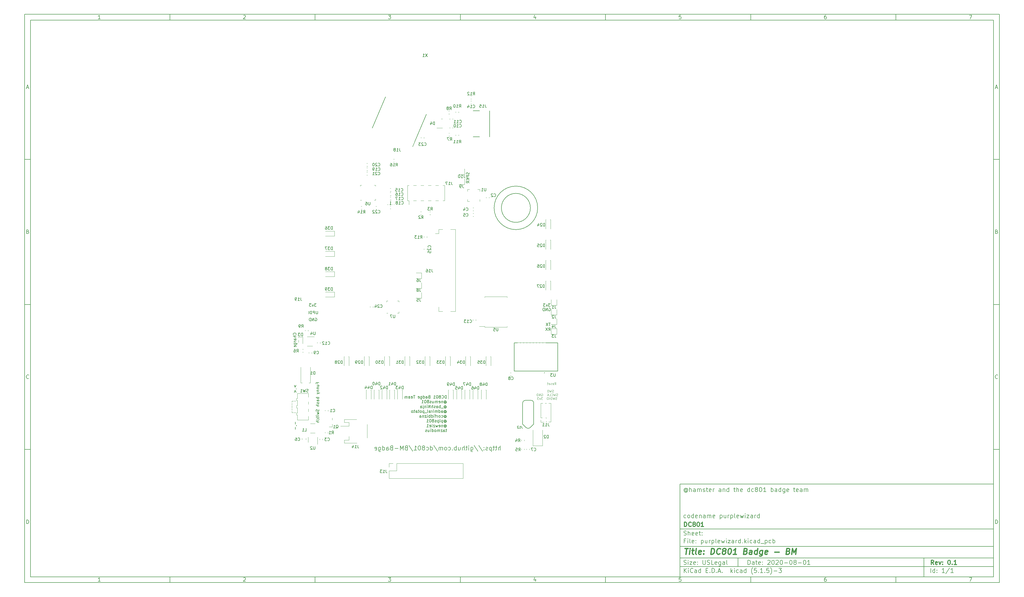
<source format=gbo>
G04 #@! TF.GenerationSoftware,KiCad,Pcbnew,(5.1.5)-3*
G04 #@! TF.CreationDate,2020-08-11T23:16:39-06:00*
G04 #@! TF.ProjectId,purplewizard,70757270-6c65-4776-997a-6172642e6b69,0.1*
G04 #@! TF.SameCoordinates,Original*
G04 #@! TF.FileFunction,Legend,Bot*
G04 #@! TF.FilePolarity,Positive*
%FSLAX46Y46*%
G04 Gerber Fmt 4.6, Leading zero omitted, Abs format (unit mm)*
G04 Created by KiCad (PCBNEW (5.1.5)-3) date 2020-08-11 23:16:39*
%MOMM*%
%LPD*%
G04 APERTURE LIST*
%ADD10C,0.100000*%
%ADD11C,0.150000*%
%ADD12C,0.300000*%
%ADD13C,0.400000*%
%ADD14C,0.200000*%
%ADD15C,0.120000*%
%ADD16C,0.127000*%
%ADD17C,0.010000*%
%ADD18R,2.200000X2.900000*%
%ADD19C,2.100000*%
%ADD20O,2.100000X2.100000*%
%ADD21C,1.924000*%
%ADD22C,1.300000*%
%ADD23R,2.900000X1.650000*%
%ADD24R,1.800000X1.400000*%
%ADD25R,1.800000X1.600000*%
%ADD26C,1.450000*%
%ADD27C,1.150000*%
%ADD28C,1.385520*%
%ADD29C,1.388060*%
%ADD30C,1.184860*%
%ADD31R,1.460000X1.050000*%
%ADD32R,1.400000X1.400000*%
%ADD33O,1.400000X1.400000*%
%ADD34R,1.700000X0.700000*%
%ADD35R,2.600000X2.200000*%
%ADD36R,1.900000X1.900000*%
%ADD37R,1.050000X1.460000*%
%ADD38R,1.400000X3.150000*%
%ADD39R,0.900000X0.900000*%
%ADD40O,3.000000X1.700000*%
%ADD41O,2.600000X1.500000*%
%ADD42R,1.100000X1.400000*%
%ADD43R,1.100000X0.700000*%
%ADD44C,1.500000*%
%ADD45R,2.100000X2.100000*%
%ADD46R,1.400000X3.400000*%
G04 APERTURE END LIST*
D10*
D11*
X235600000Y-171900000D02*
X235600000Y-203900000D01*
X343600000Y-203900000D01*
X343600000Y-171900000D01*
X235600000Y-171900000D01*
D10*
D11*
X10000000Y-10000000D02*
X10000000Y-205900000D01*
X345600000Y-205900000D01*
X345600000Y-10000000D01*
X10000000Y-10000000D01*
D10*
D11*
X12000000Y-12000000D02*
X12000000Y-203900000D01*
X343600000Y-203900000D01*
X343600000Y-12000000D01*
X12000000Y-12000000D01*
D10*
D11*
X60000000Y-12000000D02*
X60000000Y-10000000D01*
D10*
D11*
X110000000Y-12000000D02*
X110000000Y-10000000D01*
D10*
D11*
X160000000Y-12000000D02*
X160000000Y-10000000D01*
D10*
D11*
X210000000Y-12000000D02*
X210000000Y-10000000D01*
D10*
D11*
X260000000Y-12000000D02*
X260000000Y-10000000D01*
D10*
D11*
X310000000Y-12000000D02*
X310000000Y-10000000D01*
D10*
D11*
X36065476Y-11588095D02*
X35322619Y-11588095D01*
X35694047Y-11588095D02*
X35694047Y-10288095D01*
X35570238Y-10473809D01*
X35446428Y-10597619D01*
X35322619Y-10659523D01*
D10*
D11*
X85322619Y-10411904D02*
X85384523Y-10350000D01*
X85508333Y-10288095D01*
X85817857Y-10288095D01*
X85941666Y-10350000D01*
X86003571Y-10411904D01*
X86065476Y-10535714D01*
X86065476Y-10659523D01*
X86003571Y-10845238D01*
X85260714Y-11588095D01*
X86065476Y-11588095D01*
D10*
D11*
X135260714Y-10288095D02*
X136065476Y-10288095D01*
X135632142Y-10783333D01*
X135817857Y-10783333D01*
X135941666Y-10845238D01*
X136003571Y-10907142D01*
X136065476Y-11030952D01*
X136065476Y-11340476D01*
X136003571Y-11464285D01*
X135941666Y-11526190D01*
X135817857Y-11588095D01*
X135446428Y-11588095D01*
X135322619Y-11526190D01*
X135260714Y-11464285D01*
D10*
D11*
X185941666Y-10721428D02*
X185941666Y-11588095D01*
X185632142Y-10226190D02*
X185322619Y-11154761D01*
X186127380Y-11154761D01*
D10*
D11*
X236003571Y-10288095D02*
X235384523Y-10288095D01*
X235322619Y-10907142D01*
X235384523Y-10845238D01*
X235508333Y-10783333D01*
X235817857Y-10783333D01*
X235941666Y-10845238D01*
X236003571Y-10907142D01*
X236065476Y-11030952D01*
X236065476Y-11340476D01*
X236003571Y-11464285D01*
X235941666Y-11526190D01*
X235817857Y-11588095D01*
X235508333Y-11588095D01*
X235384523Y-11526190D01*
X235322619Y-11464285D01*
D10*
D11*
X285941666Y-10288095D02*
X285694047Y-10288095D01*
X285570238Y-10350000D01*
X285508333Y-10411904D01*
X285384523Y-10597619D01*
X285322619Y-10845238D01*
X285322619Y-11340476D01*
X285384523Y-11464285D01*
X285446428Y-11526190D01*
X285570238Y-11588095D01*
X285817857Y-11588095D01*
X285941666Y-11526190D01*
X286003571Y-11464285D01*
X286065476Y-11340476D01*
X286065476Y-11030952D01*
X286003571Y-10907142D01*
X285941666Y-10845238D01*
X285817857Y-10783333D01*
X285570238Y-10783333D01*
X285446428Y-10845238D01*
X285384523Y-10907142D01*
X285322619Y-11030952D01*
D10*
D11*
X335260714Y-10288095D02*
X336127380Y-10288095D01*
X335570238Y-11588095D01*
D10*
D11*
X60000000Y-203900000D02*
X60000000Y-205900000D01*
D10*
D11*
X110000000Y-203900000D02*
X110000000Y-205900000D01*
D10*
D11*
X160000000Y-203900000D02*
X160000000Y-205900000D01*
D10*
D11*
X210000000Y-203900000D02*
X210000000Y-205900000D01*
D10*
D11*
X260000000Y-203900000D02*
X260000000Y-205900000D01*
D10*
D11*
X310000000Y-203900000D02*
X310000000Y-205900000D01*
D10*
D11*
X36065476Y-205488095D02*
X35322619Y-205488095D01*
X35694047Y-205488095D02*
X35694047Y-204188095D01*
X35570238Y-204373809D01*
X35446428Y-204497619D01*
X35322619Y-204559523D01*
D10*
D11*
X85322619Y-204311904D02*
X85384523Y-204250000D01*
X85508333Y-204188095D01*
X85817857Y-204188095D01*
X85941666Y-204250000D01*
X86003571Y-204311904D01*
X86065476Y-204435714D01*
X86065476Y-204559523D01*
X86003571Y-204745238D01*
X85260714Y-205488095D01*
X86065476Y-205488095D01*
D10*
D11*
X135260714Y-204188095D02*
X136065476Y-204188095D01*
X135632142Y-204683333D01*
X135817857Y-204683333D01*
X135941666Y-204745238D01*
X136003571Y-204807142D01*
X136065476Y-204930952D01*
X136065476Y-205240476D01*
X136003571Y-205364285D01*
X135941666Y-205426190D01*
X135817857Y-205488095D01*
X135446428Y-205488095D01*
X135322619Y-205426190D01*
X135260714Y-205364285D01*
D10*
D11*
X185941666Y-204621428D02*
X185941666Y-205488095D01*
X185632142Y-204126190D02*
X185322619Y-205054761D01*
X186127380Y-205054761D01*
D10*
D11*
X236003571Y-204188095D02*
X235384523Y-204188095D01*
X235322619Y-204807142D01*
X235384523Y-204745238D01*
X235508333Y-204683333D01*
X235817857Y-204683333D01*
X235941666Y-204745238D01*
X236003571Y-204807142D01*
X236065476Y-204930952D01*
X236065476Y-205240476D01*
X236003571Y-205364285D01*
X235941666Y-205426190D01*
X235817857Y-205488095D01*
X235508333Y-205488095D01*
X235384523Y-205426190D01*
X235322619Y-205364285D01*
D10*
D11*
X285941666Y-204188095D02*
X285694047Y-204188095D01*
X285570238Y-204250000D01*
X285508333Y-204311904D01*
X285384523Y-204497619D01*
X285322619Y-204745238D01*
X285322619Y-205240476D01*
X285384523Y-205364285D01*
X285446428Y-205426190D01*
X285570238Y-205488095D01*
X285817857Y-205488095D01*
X285941666Y-205426190D01*
X286003571Y-205364285D01*
X286065476Y-205240476D01*
X286065476Y-204930952D01*
X286003571Y-204807142D01*
X285941666Y-204745238D01*
X285817857Y-204683333D01*
X285570238Y-204683333D01*
X285446428Y-204745238D01*
X285384523Y-204807142D01*
X285322619Y-204930952D01*
D10*
D11*
X335260714Y-204188095D02*
X336127380Y-204188095D01*
X335570238Y-205488095D01*
D10*
D11*
X10000000Y-60000000D02*
X12000000Y-60000000D01*
D10*
D11*
X10000000Y-110000000D02*
X12000000Y-110000000D01*
D10*
D11*
X10000000Y-160000000D02*
X12000000Y-160000000D01*
D10*
D11*
X10690476Y-35216666D02*
X11309523Y-35216666D01*
X10566666Y-35588095D02*
X11000000Y-34288095D01*
X11433333Y-35588095D01*
D10*
D11*
X11092857Y-84907142D02*
X11278571Y-84969047D01*
X11340476Y-85030952D01*
X11402380Y-85154761D01*
X11402380Y-85340476D01*
X11340476Y-85464285D01*
X11278571Y-85526190D01*
X11154761Y-85588095D01*
X10659523Y-85588095D01*
X10659523Y-84288095D01*
X11092857Y-84288095D01*
X11216666Y-84350000D01*
X11278571Y-84411904D01*
X11340476Y-84535714D01*
X11340476Y-84659523D01*
X11278571Y-84783333D01*
X11216666Y-84845238D01*
X11092857Y-84907142D01*
X10659523Y-84907142D01*
D10*
D11*
X11402380Y-135464285D02*
X11340476Y-135526190D01*
X11154761Y-135588095D01*
X11030952Y-135588095D01*
X10845238Y-135526190D01*
X10721428Y-135402380D01*
X10659523Y-135278571D01*
X10597619Y-135030952D01*
X10597619Y-134845238D01*
X10659523Y-134597619D01*
X10721428Y-134473809D01*
X10845238Y-134350000D01*
X11030952Y-134288095D01*
X11154761Y-134288095D01*
X11340476Y-134350000D01*
X11402380Y-134411904D01*
D10*
D11*
X10659523Y-185588095D02*
X10659523Y-184288095D01*
X10969047Y-184288095D01*
X11154761Y-184350000D01*
X11278571Y-184473809D01*
X11340476Y-184597619D01*
X11402380Y-184845238D01*
X11402380Y-185030952D01*
X11340476Y-185278571D01*
X11278571Y-185402380D01*
X11154761Y-185526190D01*
X10969047Y-185588095D01*
X10659523Y-185588095D01*
D10*
D11*
X345600000Y-60000000D02*
X343600000Y-60000000D01*
D10*
D11*
X345600000Y-110000000D02*
X343600000Y-110000000D01*
D10*
D11*
X345600000Y-160000000D02*
X343600000Y-160000000D01*
D10*
D11*
X344290476Y-35216666D02*
X344909523Y-35216666D01*
X344166666Y-35588095D02*
X344600000Y-34288095D01*
X345033333Y-35588095D01*
D10*
D11*
X344692857Y-84907142D02*
X344878571Y-84969047D01*
X344940476Y-85030952D01*
X345002380Y-85154761D01*
X345002380Y-85340476D01*
X344940476Y-85464285D01*
X344878571Y-85526190D01*
X344754761Y-85588095D01*
X344259523Y-85588095D01*
X344259523Y-84288095D01*
X344692857Y-84288095D01*
X344816666Y-84350000D01*
X344878571Y-84411904D01*
X344940476Y-84535714D01*
X344940476Y-84659523D01*
X344878571Y-84783333D01*
X344816666Y-84845238D01*
X344692857Y-84907142D01*
X344259523Y-84907142D01*
D10*
D11*
X345002380Y-135464285D02*
X344940476Y-135526190D01*
X344754761Y-135588095D01*
X344630952Y-135588095D01*
X344445238Y-135526190D01*
X344321428Y-135402380D01*
X344259523Y-135278571D01*
X344197619Y-135030952D01*
X344197619Y-134845238D01*
X344259523Y-134597619D01*
X344321428Y-134473809D01*
X344445238Y-134350000D01*
X344630952Y-134288095D01*
X344754761Y-134288095D01*
X344940476Y-134350000D01*
X345002380Y-134411904D01*
D10*
D11*
X344259523Y-185588095D02*
X344259523Y-184288095D01*
X344569047Y-184288095D01*
X344754761Y-184350000D01*
X344878571Y-184473809D01*
X344940476Y-184597619D01*
X345002380Y-184845238D01*
X345002380Y-185030952D01*
X344940476Y-185278571D01*
X344878571Y-185402380D01*
X344754761Y-185526190D01*
X344569047Y-185588095D01*
X344259523Y-185588095D01*
D10*
D11*
X259032142Y-199678571D02*
X259032142Y-198178571D01*
X259389285Y-198178571D01*
X259603571Y-198250000D01*
X259746428Y-198392857D01*
X259817857Y-198535714D01*
X259889285Y-198821428D01*
X259889285Y-199035714D01*
X259817857Y-199321428D01*
X259746428Y-199464285D01*
X259603571Y-199607142D01*
X259389285Y-199678571D01*
X259032142Y-199678571D01*
X261175000Y-199678571D02*
X261175000Y-198892857D01*
X261103571Y-198750000D01*
X260960714Y-198678571D01*
X260675000Y-198678571D01*
X260532142Y-198750000D01*
X261175000Y-199607142D02*
X261032142Y-199678571D01*
X260675000Y-199678571D01*
X260532142Y-199607142D01*
X260460714Y-199464285D01*
X260460714Y-199321428D01*
X260532142Y-199178571D01*
X260675000Y-199107142D01*
X261032142Y-199107142D01*
X261175000Y-199035714D01*
X261675000Y-198678571D02*
X262246428Y-198678571D01*
X261889285Y-198178571D02*
X261889285Y-199464285D01*
X261960714Y-199607142D01*
X262103571Y-199678571D01*
X262246428Y-199678571D01*
X263317857Y-199607142D02*
X263175000Y-199678571D01*
X262889285Y-199678571D01*
X262746428Y-199607142D01*
X262675000Y-199464285D01*
X262675000Y-198892857D01*
X262746428Y-198750000D01*
X262889285Y-198678571D01*
X263175000Y-198678571D01*
X263317857Y-198750000D01*
X263389285Y-198892857D01*
X263389285Y-199035714D01*
X262675000Y-199178571D01*
X264032142Y-199535714D02*
X264103571Y-199607142D01*
X264032142Y-199678571D01*
X263960714Y-199607142D01*
X264032142Y-199535714D01*
X264032142Y-199678571D01*
X264032142Y-198750000D02*
X264103571Y-198821428D01*
X264032142Y-198892857D01*
X263960714Y-198821428D01*
X264032142Y-198750000D01*
X264032142Y-198892857D01*
X265817857Y-198321428D02*
X265889285Y-198250000D01*
X266032142Y-198178571D01*
X266389285Y-198178571D01*
X266532142Y-198250000D01*
X266603571Y-198321428D01*
X266675000Y-198464285D01*
X266675000Y-198607142D01*
X266603571Y-198821428D01*
X265746428Y-199678571D01*
X266675000Y-199678571D01*
X267603571Y-198178571D02*
X267746428Y-198178571D01*
X267889285Y-198250000D01*
X267960714Y-198321428D01*
X268032142Y-198464285D01*
X268103571Y-198750000D01*
X268103571Y-199107142D01*
X268032142Y-199392857D01*
X267960714Y-199535714D01*
X267889285Y-199607142D01*
X267746428Y-199678571D01*
X267603571Y-199678571D01*
X267460714Y-199607142D01*
X267389285Y-199535714D01*
X267317857Y-199392857D01*
X267246428Y-199107142D01*
X267246428Y-198750000D01*
X267317857Y-198464285D01*
X267389285Y-198321428D01*
X267460714Y-198250000D01*
X267603571Y-198178571D01*
X268675000Y-198321428D02*
X268746428Y-198250000D01*
X268889285Y-198178571D01*
X269246428Y-198178571D01*
X269389285Y-198250000D01*
X269460714Y-198321428D01*
X269532142Y-198464285D01*
X269532142Y-198607142D01*
X269460714Y-198821428D01*
X268603571Y-199678571D01*
X269532142Y-199678571D01*
X270460714Y-198178571D02*
X270603571Y-198178571D01*
X270746428Y-198250000D01*
X270817857Y-198321428D01*
X270889285Y-198464285D01*
X270960714Y-198750000D01*
X270960714Y-199107142D01*
X270889285Y-199392857D01*
X270817857Y-199535714D01*
X270746428Y-199607142D01*
X270603571Y-199678571D01*
X270460714Y-199678571D01*
X270317857Y-199607142D01*
X270246428Y-199535714D01*
X270175000Y-199392857D01*
X270103571Y-199107142D01*
X270103571Y-198750000D01*
X270175000Y-198464285D01*
X270246428Y-198321428D01*
X270317857Y-198250000D01*
X270460714Y-198178571D01*
X271603571Y-199107142D02*
X272746428Y-199107142D01*
X273746428Y-198178571D02*
X273889285Y-198178571D01*
X274032142Y-198250000D01*
X274103571Y-198321428D01*
X274175000Y-198464285D01*
X274246428Y-198750000D01*
X274246428Y-199107142D01*
X274175000Y-199392857D01*
X274103571Y-199535714D01*
X274032142Y-199607142D01*
X273889285Y-199678571D01*
X273746428Y-199678571D01*
X273603571Y-199607142D01*
X273532142Y-199535714D01*
X273460714Y-199392857D01*
X273389285Y-199107142D01*
X273389285Y-198750000D01*
X273460714Y-198464285D01*
X273532142Y-198321428D01*
X273603571Y-198250000D01*
X273746428Y-198178571D01*
X275103571Y-198821428D02*
X274960714Y-198750000D01*
X274889285Y-198678571D01*
X274817857Y-198535714D01*
X274817857Y-198464285D01*
X274889285Y-198321428D01*
X274960714Y-198250000D01*
X275103571Y-198178571D01*
X275389285Y-198178571D01*
X275532142Y-198250000D01*
X275603571Y-198321428D01*
X275675000Y-198464285D01*
X275675000Y-198535714D01*
X275603571Y-198678571D01*
X275532142Y-198750000D01*
X275389285Y-198821428D01*
X275103571Y-198821428D01*
X274960714Y-198892857D01*
X274889285Y-198964285D01*
X274817857Y-199107142D01*
X274817857Y-199392857D01*
X274889285Y-199535714D01*
X274960714Y-199607142D01*
X275103571Y-199678571D01*
X275389285Y-199678571D01*
X275532142Y-199607142D01*
X275603571Y-199535714D01*
X275675000Y-199392857D01*
X275675000Y-199107142D01*
X275603571Y-198964285D01*
X275532142Y-198892857D01*
X275389285Y-198821428D01*
X276317857Y-199107142D02*
X277460714Y-199107142D01*
X278460714Y-198178571D02*
X278603571Y-198178571D01*
X278746428Y-198250000D01*
X278817857Y-198321428D01*
X278889285Y-198464285D01*
X278960714Y-198750000D01*
X278960714Y-199107142D01*
X278889285Y-199392857D01*
X278817857Y-199535714D01*
X278746428Y-199607142D01*
X278603571Y-199678571D01*
X278460714Y-199678571D01*
X278317857Y-199607142D01*
X278246428Y-199535714D01*
X278175000Y-199392857D01*
X278103571Y-199107142D01*
X278103571Y-198750000D01*
X278175000Y-198464285D01*
X278246428Y-198321428D01*
X278317857Y-198250000D01*
X278460714Y-198178571D01*
X280389285Y-199678571D02*
X279532142Y-199678571D01*
X279960714Y-199678571D02*
X279960714Y-198178571D01*
X279817857Y-198392857D01*
X279675000Y-198535714D01*
X279532142Y-198607142D01*
D10*
D11*
X235600000Y-200400000D02*
X343600000Y-200400000D01*
D10*
D11*
X237032142Y-202478571D02*
X237032142Y-200978571D01*
X237889285Y-202478571D02*
X237246428Y-201621428D01*
X237889285Y-200978571D02*
X237032142Y-201835714D01*
X238532142Y-202478571D02*
X238532142Y-201478571D01*
X238532142Y-200978571D02*
X238460714Y-201050000D01*
X238532142Y-201121428D01*
X238603571Y-201050000D01*
X238532142Y-200978571D01*
X238532142Y-201121428D01*
X240103571Y-202335714D02*
X240032142Y-202407142D01*
X239817857Y-202478571D01*
X239675000Y-202478571D01*
X239460714Y-202407142D01*
X239317857Y-202264285D01*
X239246428Y-202121428D01*
X239175000Y-201835714D01*
X239175000Y-201621428D01*
X239246428Y-201335714D01*
X239317857Y-201192857D01*
X239460714Y-201050000D01*
X239675000Y-200978571D01*
X239817857Y-200978571D01*
X240032142Y-201050000D01*
X240103571Y-201121428D01*
X241389285Y-202478571D02*
X241389285Y-201692857D01*
X241317857Y-201550000D01*
X241175000Y-201478571D01*
X240889285Y-201478571D01*
X240746428Y-201550000D01*
X241389285Y-202407142D02*
X241246428Y-202478571D01*
X240889285Y-202478571D01*
X240746428Y-202407142D01*
X240675000Y-202264285D01*
X240675000Y-202121428D01*
X240746428Y-201978571D01*
X240889285Y-201907142D01*
X241246428Y-201907142D01*
X241389285Y-201835714D01*
X242746428Y-202478571D02*
X242746428Y-200978571D01*
X242746428Y-202407142D02*
X242603571Y-202478571D01*
X242317857Y-202478571D01*
X242175000Y-202407142D01*
X242103571Y-202335714D01*
X242032142Y-202192857D01*
X242032142Y-201764285D01*
X242103571Y-201621428D01*
X242175000Y-201550000D01*
X242317857Y-201478571D01*
X242603571Y-201478571D01*
X242746428Y-201550000D01*
X244603571Y-201692857D02*
X245103571Y-201692857D01*
X245317857Y-202478571D02*
X244603571Y-202478571D01*
X244603571Y-200978571D01*
X245317857Y-200978571D01*
X245960714Y-202335714D02*
X246032142Y-202407142D01*
X245960714Y-202478571D01*
X245889285Y-202407142D01*
X245960714Y-202335714D01*
X245960714Y-202478571D01*
X246675000Y-202478571D02*
X246675000Y-200978571D01*
X247032142Y-200978571D01*
X247246428Y-201050000D01*
X247389285Y-201192857D01*
X247460714Y-201335714D01*
X247532142Y-201621428D01*
X247532142Y-201835714D01*
X247460714Y-202121428D01*
X247389285Y-202264285D01*
X247246428Y-202407142D01*
X247032142Y-202478571D01*
X246675000Y-202478571D01*
X248175000Y-202335714D02*
X248246428Y-202407142D01*
X248175000Y-202478571D01*
X248103571Y-202407142D01*
X248175000Y-202335714D01*
X248175000Y-202478571D01*
X248817857Y-202050000D02*
X249532142Y-202050000D01*
X248675000Y-202478571D02*
X249175000Y-200978571D01*
X249675000Y-202478571D01*
X250175000Y-202335714D02*
X250246428Y-202407142D01*
X250175000Y-202478571D01*
X250103571Y-202407142D01*
X250175000Y-202335714D01*
X250175000Y-202478571D01*
X253175000Y-202478571D02*
X253175000Y-200978571D01*
X253317857Y-201907142D02*
X253746428Y-202478571D01*
X253746428Y-201478571D02*
X253175000Y-202050000D01*
X254389285Y-202478571D02*
X254389285Y-201478571D01*
X254389285Y-200978571D02*
X254317857Y-201050000D01*
X254389285Y-201121428D01*
X254460714Y-201050000D01*
X254389285Y-200978571D01*
X254389285Y-201121428D01*
X255746428Y-202407142D02*
X255603571Y-202478571D01*
X255317857Y-202478571D01*
X255175000Y-202407142D01*
X255103571Y-202335714D01*
X255032142Y-202192857D01*
X255032142Y-201764285D01*
X255103571Y-201621428D01*
X255175000Y-201550000D01*
X255317857Y-201478571D01*
X255603571Y-201478571D01*
X255746428Y-201550000D01*
X257032142Y-202478571D02*
X257032142Y-201692857D01*
X256960714Y-201550000D01*
X256817857Y-201478571D01*
X256532142Y-201478571D01*
X256389285Y-201550000D01*
X257032142Y-202407142D02*
X256889285Y-202478571D01*
X256532142Y-202478571D01*
X256389285Y-202407142D01*
X256317857Y-202264285D01*
X256317857Y-202121428D01*
X256389285Y-201978571D01*
X256532142Y-201907142D01*
X256889285Y-201907142D01*
X257032142Y-201835714D01*
X258389285Y-202478571D02*
X258389285Y-200978571D01*
X258389285Y-202407142D02*
X258246428Y-202478571D01*
X257960714Y-202478571D01*
X257817857Y-202407142D01*
X257746428Y-202335714D01*
X257675000Y-202192857D01*
X257675000Y-201764285D01*
X257746428Y-201621428D01*
X257817857Y-201550000D01*
X257960714Y-201478571D01*
X258246428Y-201478571D01*
X258389285Y-201550000D01*
X260675000Y-203050000D02*
X260603571Y-202978571D01*
X260460714Y-202764285D01*
X260389285Y-202621428D01*
X260317857Y-202407142D01*
X260246428Y-202050000D01*
X260246428Y-201764285D01*
X260317857Y-201407142D01*
X260389285Y-201192857D01*
X260460714Y-201050000D01*
X260603571Y-200835714D01*
X260675000Y-200764285D01*
X261960714Y-200978571D02*
X261246428Y-200978571D01*
X261175000Y-201692857D01*
X261246428Y-201621428D01*
X261389285Y-201550000D01*
X261746428Y-201550000D01*
X261889285Y-201621428D01*
X261960714Y-201692857D01*
X262032142Y-201835714D01*
X262032142Y-202192857D01*
X261960714Y-202335714D01*
X261889285Y-202407142D01*
X261746428Y-202478571D01*
X261389285Y-202478571D01*
X261246428Y-202407142D01*
X261175000Y-202335714D01*
X262675000Y-202335714D02*
X262746428Y-202407142D01*
X262675000Y-202478571D01*
X262603571Y-202407142D01*
X262675000Y-202335714D01*
X262675000Y-202478571D01*
X264175000Y-202478571D02*
X263317857Y-202478571D01*
X263746428Y-202478571D02*
X263746428Y-200978571D01*
X263603571Y-201192857D01*
X263460714Y-201335714D01*
X263317857Y-201407142D01*
X264817857Y-202335714D02*
X264889285Y-202407142D01*
X264817857Y-202478571D01*
X264746428Y-202407142D01*
X264817857Y-202335714D01*
X264817857Y-202478571D01*
X266246428Y-200978571D02*
X265532142Y-200978571D01*
X265460714Y-201692857D01*
X265532142Y-201621428D01*
X265675000Y-201550000D01*
X266032142Y-201550000D01*
X266175000Y-201621428D01*
X266246428Y-201692857D01*
X266317857Y-201835714D01*
X266317857Y-202192857D01*
X266246428Y-202335714D01*
X266175000Y-202407142D01*
X266032142Y-202478571D01*
X265675000Y-202478571D01*
X265532142Y-202407142D01*
X265460714Y-202335714D01*
X266817857Y-203050000D02*
X266889285Y-202978571D01*
X267032142Y-202764285D01*
X267103571Y-202621428D01*
X267175000Y-202407142D01*
X267246428Y-202050000D01*
X267246428Y-201764285D01*
X267175000Y-201407142D01*
X267103571Y-201192857D01*
X267032142Y-201050000D01*
X266889285Y-200835714D01*
X266817857Y-200764285D01*
X267960714Y-201907142D02*
X269103571Y-201907142D01*
X269675000Y-200978571D02*
X270603571Y-200978571D01*
X270103571Y-201550000D01*
X270317857Y-201550000D01*
X270460714Y-201621428D01*
X270532142Y-201692857D01*
X270603571Y-201835714D01*
X270603571Y-202192857D01*
X270532142Y-202335714D01*
X270460714Y-202407142D01*
X270317857Y-202478571D01*
X269889285Y-202478571D01*
X269746428Y-202407142D01*
X269675000Y-202335714D01*
D10*
D11*
X235600000Y-197400000D02*
X343600000Y-197400000D01*
D10*
D12*
X323009285Y-199678571D02*
X322509285Y-198964285D01*
X322152142Y-199678571D02*
X322152142Y-198178571D01*
X322723571Y-198178571D01*
X322866428Y-198250000D01*
X322937857Y-198321428D01*
X323009285Y-198464285D01*
X323009285Y-198678571D01*
X322937857Y-198821428D01*
X322866428Y-198892857D01*
X322723571Y-198964285D01*
X322152142Y-198964285D01*
X324223571Y-199607142D02*
X324080714Y-199678571D01*
X323795000Y-199678571D01*
X323652142Y-199607142D01*
X323580714Y-199464285D01*
X323580714Y-198892857D01*
X323652142Y-198750000D01*
X323795000Y-198678571D01*
X324080714Y-198678571D01*
X324223571Y-198750000D01*
X324295000Y-198892857D01*
X324295000Y-199035714D01*
X323580714Y-199178571D01*
X324795000Y-198678571D02*
X325152142Y-199678571D01*
X325509285Y-198678571D01*
X326080714Y-199535714D02*
X326152142Y-199607142D01*
X326080714Y-199678571D01*
X326009285Y-199607142D01*
X326080714Y-199535714D01*
X326080714Y-199678571D01*
X326080714Y-198750000D02*
X326152142Y-198821428D01*
X326080714Y-198892857D01*
X326009285Y-198821428D01*
X326080714Y-198750000D01*
X326080714Y-198892857D01*
X328223571Y-198178571D02*
X328366428Y-198178571D01*
X328509285Y-198250000D01*
X328580714Y-198321428D01*
X328652142Y-198464285D01*
X328723571Y-198750000D01*
X328723571Y-199107142D01*
X328652142Y-199392857D01*
X328580714Y-199535714D01*
X328509285Y-199607142D01*
X328366428Y-199678571D01*
X328223571Y-199678571D01*
X328080714Y-199607142D01*
X328009285Y-199535714D01*
X327937857Y-199392857D01*
X327866428Y-199107142D01*
X327866428Y-198750000D01*
X327937857Y-198464285D01*
X328009285Y-198321428D01*
X328080714Y-198250000D01*
X328223571Y-198178571D01*
X329366428Y-199535714D02*
X329437857Y-199607142D01*
X329366428Y-199678571D01*
X329295000Y-199607142D01*
X329366428Y-199535714D01*
X329366428Y-199678571D01*
X330866428Y-199678571D02*
X330009285Y-199678571D01*
X330437857Y-199678571D02*
X330437857Y-198178571D01*
X330295000Y-198392857D01*
X330152142Y-198535714D01*
X330009285Y-198607142D01*
D10*
D11*
X236960714Y-199607142D02*
X237175000Y-199678571D01*
X237532142Y-199678571D01*
X237675000Y-199607142D01*
X237746428Y-199535714D01*
X237817857Y-199392857D01*
X237817857Y-199250000D01*
X237746428Y-199107142D01*
X237675000Y-199035714D01*
X237532142Y-198964285D01*
X237246428Y-198892857D01*
X237103571Y-198821428D01*
X237032142Y-198750000D01*
X236960714Y-198607142D01*
X236960714Y-198464285D01*
X237032142Y-198321428D01*
X237103571Y-198250000D01*
X237246428Y-198178571D01*
X237603571Y-198178571D01*
X237817857Y-198250000D01*
X238460714Y-199678571D02*
X238460714Y-198678571D01*
X238460714Y-198178571D02*
X238389285Y-198250000D01*
X238460714Y-198321428D01*
X238532142Y-198250000D01*
X238460714Y-198178571D01*
X238460714Y-198321428D01*
X239032142Y-198678571D02*
X239817857Y-198678571D01*
X239032142Y-199678571D01*
X239817857Y-199678571D01*
X240960714Y-199607142D02*
X240817857Y-199678571D01*
X240532142Y-199678571D01*
X240389285Y-199607142D01*
X240317857Y-199464285D01*
X240317857Y-198892857D01*
X240389285Y-198750000D01*
X240532142Y-198678571D01*
X240817857Y-198678571D01*
X240960714Y-198750000D01*
X241032142Y-198892857D01*
X241032142Y-199035714D01*
X240317857Y-199178571D01*
X241675000Y-199535714D02*
X241746428Y-199607142D01*
X241675000Y-199678571D01*
X241603571Y-199607142D01*
X241675000Y-199535714D01*
X241675000Y-199678571D01*
X241675000Y-198750000D02*
X241746428Y-198821428D01*
X241675000Y-198892857D01*
X241603571Y-198821428D01*
X241675000Y-198750000D01*
X241675000Y-198892857D01*
X243532142Y-198178571D02*
X243532142Y-199392857D01*
X243603571Y-199535714D01*
X243675000Y-199607142D01*
X243817857Y-199678571D01*
X244103571Y-199678571D01*
X244246428Y-199607142D01*
X244317857Y-199535714D01*
X244389285Y-199392857D01*
X244389285Y-198178571D01*
X245032142Y-199607142D02*
X245246428Y-199678571D01*
X245603571Y-199678571D01*
X245746428Y-199607142D01*
X245817857Y-199535714D01*
X245889285Y-199392857D01*
X245889285Y-199250000D01*
X245817857Y-199107142D01*
X245746428Y-199035714D01*
X245603571Y-198964285D01*
X245317857Y-198892857D01*
X245175000Y-198821428D01*
X245103571Y-198750000D01*
X245032142Y-198607142D01*
X245032142Y-198464285D01*
X245103571Y-198321428D01*
X245175000Y-198250000D01*
X245317857Y-198178571D01*
X245675000Y-198178571D01*
X245889285Y-198250000D01*
X247246428Y-199678571D02*
X246532142Y-199678571D01*
X246532142Y-198178571D01*
X248317857Y-199607142D02*
X248175000Y-199678571D01*
X247889285Y-199678571D01*
X247746428Y-199607142D01*
X247675000Y-199464285D01*
X247675000Y-198892857D01*
X247746428Y-198750000D01*
X247889285Y-198678571D01*
X248175000Y-198678571D01*
X248317857Y-198750000D01*
X248389285Y-198892857D01*
X248389285Y-199035714D01*
X247675000Y-199178571D01*
X249675000Y-198678571D02*
X249675000Y-199892857D01*
X249603571Y-200035714D01*
X249532142Y-200107142D01*
X249389285Y-200178571D01*
X249175000Y-200178571D01*
X249032142Y-200107142D01*
X249675000Y-199607142D02*
X249532142Y-199678571D01*
X249246428Y-199678571D01*
X249103571Y-199607142D01*
X249032142Y-199535714D01*
X248960714Y-199392857D01*
X248960714Y-198964285D01*
X249032142Y-198821428D01*
X249103571Y-198750000D01*
X249246428Y-198678571D01*
X249532142Y-198678571D01*
X249675000Y-198750000D01*
X251032142Y-199678571D02*
X251032142Y-198892857D01*
X250960714Y-198750000D01*
X250817857Y-198678571D01*
X250532142Y-198678571D01*
X250389285Y-198750000D01*
X251032142Y-199607142D02*
X250889285Y-199678571D01*
X250532142Y-199678571D01*
X250389285Y-199607142D01*
X250317857Y-199464285D01*
X250317857Y-199321428D01*
X250389285Y-199178571D01*
X250532142Y-199107142D01*
X250889285Y-199107142D01*
X251032142Y-199035714D01*
X251960714Y-199678571D02*
X251817857Y-199607142D01*
X251746428Y-199464285D01*
X251746428Y-198178571D01*
D10*
D11*
X322032142Y-202478571D02*
X322032142Y-200978571D01*
X323389285Y-202478571D02*
X323389285Y-200978571D01*
X323389285Y-202407142D02*
X323246428Y-202478571D01*
X322960714Y-202478571D01*
X322817857Y-202407142D01*
X322746428Y-202335714D01*
X322675000Y-202192857D01*
X322675000Y-201764285D01*
X322746428Y-201621428D01*
X322817857Y-201550000D01*
X322960714Y-201478571D01*
X323246428Y-201478571D01*
X323389285Y-201550000D01*
X324103571Y-202335714D02*
X324175000Y-202407142D01*
X324103571Y-202478571D01*
X324032142Y-202407142D01*
X324103571Y-202335714D01*
X324103571Y-202478571D01*
X324103571Y-201550000D02*
X324175000Y-201621428D01*
X324103571Y-201692857D01*
X324032142Y-201621428D01*
X324103571Y-201550000D01*
X324103571Y-201692857D01*
X326746428Y-202478571D02*
X325889285Y-202478571D01*
X326317857Y-202478571D02*
X326317857Y-200978571D01*
X326175000Y-201192857D01*
X326032142Y-201335714D01*
X325889285Y-201407142D01*
X328460714Y-200907142D02*
X327175000Y-202835714D01*
X329746428Y-202478571D02*
X328889285Y-202478571D01*
X329317857Y-202478571D02*
X329317857Y-200978571D01*
X329175000Y-201192857D01*
X329032142Y-201335714D01*
X328889285Y-201407142D01*
D10*
D11*
X235600000Y-193400000D02*
X343600000Y-193400000D01*
D10*
D13*
X237312380Y-194104761D02*
X238455238Y-194104761D01*
X237633809Y-196104761D02*
X237883809Y-194104761D01*
X238871904Y-196104761D02*
X239038571Y-194771428D01*
X239121904Y-194104761D02*
X239014761Y-194200000D01*
X239098095Y-194295238D01*
X239205238Y-194200000D01*
X239121904Y-194104761D01*
X239098095Y-194295238D01*
X239705238Y-194771428D02*
X240467142Y-194771428D01*
X240074285Y-194104761D02*
X239860000Y-195819047D01*
X239931428Y-196009523D01*
X240110000Y-196104761D01*
X240300476Y-196104761D01*
X241252857Y-196104761D02*
X241074285Y-196009523D01*
X241002857Y-195819047D01*
X241217142Y-194104761D01*
X242788571Y-196009523D02*
X242586190Y-196104761D01*
X242205238Y-196104761D01*
X242026666Y-196009523D01*
X241955238Y-195819047D01*
X242050476Y-195057142D01*
X242169523Y-194866666D01*
X242371904Y-194771428D01*
X242752857Y-194771428D01*
X242931428Y-194866666D01*
X243002857Y-195057142D01*
X242979047Y-195247619D01*
X242002857Y-195438095D01*
X243752857Y-195914285D02*
X243836190Y-196009523D01*
X243729047Y-196104761D01*
X243645714Y-196009523D01*
X243752857Y-195914285D01*
X243729047Y-196104761D01*
X243883809Y-194866666D02*
X243967142Y-194961904D01*
X243860000Y-195057142D01*
X243776666Y-194961904D01*
X243883809Y-194866666D01*
X243860000Y-195057142D01*
X246205238Y-196104761D02*
X246455238Y-194104761D01*
X246931428Y-194104761D01*
X247205238Y-194200000D01*
X247371904Y-194390476D01*
X247443333Y-194580952D01*
X247490952Y-194961904D01*
X247455238Y-195247619D01*
X247312380Y-195628571D01*
X247193333Y-195819047D01*
X246979047Y-196009523D01*
X246681428Y-196104761D01*
X246205238Y-196104761D01*
X249371904Y-195914285D02*
X249264761Y-196009523D01*
X248967142Y-196104761D01*
X248776666Y-196104761D01*
X248502857Y-196009523D01*
X248336190Y-195819047D01*
X248264761Y-195628571D01*
X248217142Y-195247619D01*
X248252857Y-194961904D01*
X248395714Y-194580952D01*
X248514761Y-194390476D01*
X248729047Y-194200000D01*
X249026666Y-194104761D01*
X249217142Y-194104761D01*
X249490952Y-194200000D01*
X249574285Y-194295238D01*
X250633809Y-194961904D02*
X250455238Y-194866666D01*
X250371904Y-194771428D01*
X250300476Y-194580952D01*
X250312380Y-194485714D01*
X250431428Y-194295238D01*
X250538571Y-194200000D01*
X250740952Y-194104761D01*
X251121904Y-194104761D01*
X251300476Y-194200000D01*
X251383809Y-194295238D01*
X251455238Y-194485714D01*
X251443333Y-194580952D01*
X251324285Y-194771428D01*
X251217142Y-194866666D01*
X251014761Y-194961904D01*
X250633809Y-194961904D01*
X250431428Y-195057142D01*
X250324285Y-195152380D01*
X250205238Y-195342857D01*
X250157619Y-195723809D01*
X250229047Y-195914285D01*
X250312380Y-196009523D01*
X250490952Y-196104761D01*
X250871904Y-196104761D01*
X251074285Y-196009523D01*
X251181428Y-195914285D01*
X251300476Y-195723809D01*
X251348095Y-195342857D01*
X251276666Y-195152380D01*
X251193333Y-195057142D01*
X251014761Y-194961904D01*
X252740952Y-194104761D02*
X252931428Y-194104761D01*
X253110000Y-194200000D01*
X253193333Y-194295238D01*
X253264761Y-194485714D01*
X253312380Y-194866666D01*
X253252857Y-195342857D01*
X253110000Y-195723809D01*
X252990952Y-195914285D01*
X252883809Y-196009523D01*
X252681428Y-196104761D01*
X252490952Y-196104761D01*
X252312380Y-196009523D01*
X252229047Y-195914285D01*
X252157619Y-195723809D01*
X252110000Y-195342857D01*
X252169523Y-194866666D01*
X252312380Y-194485714D01*
X252431428Y-194295238D01*
X252538571Y-194200000D01*
X252740952Y-194104761D01*
X255062380Y-196104761D02*
X253919523Y-196104761D01*
X254490952Y-196104761D02*
X254740952Y-194104761D01*
X254514761Y-194390476D01*
X254300476Y-194580952D01*
X254098095Y-194676190D01*
X258240952Y-195057142D02*
X258514761Y-195152380D01*
X258598095Y-195247619D01*
X258669523Y-195438095D01*
X258633809Y-195723809D01*
X258514761Y-195914285D01*
X258407619Y-196009523D01*
X258205238Y-196104761D01*
X257443333Y-196104761D01*
X257693333Y-194104761D01*
X258360000Y-194104761D01*
X258538571Y-194200000D01*
X258621904Y-194295238D01*
X258693333Y-194485714D01*
X258669523Y-194676190D01*
X258550476Y-194866666D01*
X258443333Y-194961904D01*
X258240952Y-195057142D01*
X257574285Y-195057142D01*
X260300476Y-196104761D02*
X260431428Y-195057142D01*
X260360000Y-194866666D01*
X260181428Y-194771428D01*
X259800476Y-194771428D01*
X259598095Y-194866666D01*
X260312380Y-196009523D02*
X260110000Y-196104761D01*
X259633809Y-196104761D01*
X259455238Y-196009523D01*
X259383809Y-195819047D01*
X259407619Y-195628571D01*
X259526666Y-195438095D01*
X259729047Y-195342857D01*
X260205238Y-195342857D01*
X260407619Y-195247619D01*
X262110000Y-196104761D02*
X262360000Y-194104761D01*
X262121904Y-196009523D02*
X261919523Y-196104761D01*
X261538571Y-196104761D01*
X261360000Y-196009523D01*
X261276666Y-195914285D01*
X261205238Y-195723809D01*
X261276666Y-195152380D01*
X261395714Y-194961904D01*
X261502857Y-194866666D01*
X261705238Y-194771428D01*
X262086190Y-194771428D01*
X262264761Y-194866666D01*
X264086190Y-194771428D02*
X263883809Y-196390476D01*
X263764761Y-196580952D01*
X263657619Y-196676190D01*
X263455238Y-196771428D01*
X263169523Y-196771428D01*
X262990952Y-196676190D01*
X263931428Y-196009523D02*
X263729047Y-196104761D01*
X263348095Y-196104761D01*
X263169523Y-196009523D01*
X263086190Y-195914285D01*
X263014761Y-195723809D01*
X263086190Y-195152380D01*
X263205238Y-194961904D01*
X263312380Y-194866666D01*
X263514761Y-194771428D01*
X263895714Y-194771428D01*
X264074285Y-194866666D01*
X265645714Y-196009523D02*
X265443333Y-196104761D01*
X265062380Y-196104761D01*
X264883809Y-196009523D01*
X264812380Y-195819047D01*
X264907619Y-195057142D01*
X265026666Y-194866666D01*
X265229047Y-194771428D01*
X265610000Y-194771428D01*
X265788571Y-194866666D01*
X265860000Y-195057142D01*
X265836190Y-195247619D01*
X264860000Y-195438095D01*
X268205238Y-195342857D02*
X269729047Y-195342857D01*
X272907619Y-195057142D02*
X273181428Y-195152380D01*
X273264761Y-195247619D01*
X273336190Y-195438095D01*
X273300476Y-195723809D01*
X273181428Y-195914285D01*
X273074285Y-196009523D01*
X272871904Y-196104761D01*
X272110000Y-196104761D01*
X272360000Y-194104761D01*
X273026666Y-194104761D01*
X273205238Y-194200000D01*
X273288571Y-194295238D01*
X273360000Y-194485714D01*
X273336190Y-194676190D01*
X273217142Y-194866666D01*
X273110000Y-194961904D01*
X272907619Y-195057142D01*
X272240952Y-195057142D01*
X274110000Y-196104761D02*
X274360000Y-194104761D01*
X274848095Y-195533333D01*
X275693333Y-194104761D01*
X275443333Y-196104761D01*
D10*
D11*
X237532142Y-191492857D02*
X237032142Y-191492857D01*
X237032142Y-192278571D02*
X237032142Y-190778571D01*
X237746428Y-190778571D01*
X238317857Y-192278571D02*
X238317857Y-191278571D01*
X238317857Y-190778571D02*
X238246428Y-190850000D01*
X238317857Y-190921428D01*
X238389285Y-190850000D01*
X238317857Y-190778571D01*
X238317857Y-190921428D01*
X239246428Y-192278571D02*
X239103571Y-192207142D01*
X239032142Y-192064285D01*
X239032142Y-190778571D01*
X240389285Y-192207142D02*
X240246428Y-192278571D01*
X239960714Y-192278571D01*
X239817857Y-192207142D01*
X239746428Y-192064285D01*
X239746428Y-191492857D01*
X239817857Y-191350000D01*
X239960714Y-191278571D01*
X240246428Y-191278571D01*
X240389285Y-191350000D01*
X240460714Y-191492857D01*
X240460714Y-191635714D01*
X239746428Y-191778571D01*
X241103571Y-192135714D02*
X241175000Y-192207142D01*
X241103571Y-192278571D01*
X241032142Y-192207142D01*
X241103571Y-192135714D01*
X241103571Y-192278571D01*
X241103571Y-191350000D02*
X241175000Y-191421428D01*
X241103571Y-191492857D01*
X241032142Y-191421428D01*
X241103571Y-191350000D01*
X241103571Y-191492857D01*
X242960714Y-191278571D02*
X242960714Y-192778571D01*
X242960714Y-191350000D02*
X243103571Y-191278571D01*
X243389285Y-191278571D01*
X243532142Y-191350000D01*
X243603571Y-191421428D01*
X243675000Y-191564285D01*
X243675000Y-191992857D01*
X243603571Y-192135714D01*
X243532142Y-192207142D01*
X243389285Y-192278571D01*
X243103571Y-192278571D01*
X242960714Y-192207142D01*
X244960714Y-191278571D02*
X244960714Y-192278571D01*
X244317857Y-191278571D02*
X244317857Y-192064285D01*
X244389285Y-192207142D01*
X244532142Y-192278571D01*
X244746428Y-192278571D01*
X244889285Y-192207142D01*
X244960714Y-192135714D01*
X245675000Y-192278571D02*
X245675000Y-191278571D01*
X245675000Y-191564285D02*
X245746428Y-191421428D01*
X245817857Y-191350000D01*
X245960714Y-191278571D01*
X246103571Y-191278571D01*
X246603571Y-191278571D02*
X246603571Y-192778571D01*
X246603571Y-191350000D02*
X246746428Y-191278571D01*
X247032142Y-191278571D01*
X247175000Y-191350000D01*
X247246428Y-191421428D01*
X247317857Y-191564285D01*
X247317857Y-191992857D01*
X247246428Y-192135714D01*
X247175000Y-192207142D01*
X247032142Y-192278571D01*
X246746428Y-192278571D01*
X246603571Y-192207142D01*
X248175000Y-192278571D02*
X248032142Y-192207142D01*
X247960714Y-192064285D01*
X247960714Y-190778571D01*
X249317857Y-192207142D02*
X249175000Y-192278571D01*
X248889285Y-192278571D01*
X248746428Y-192207142D01*
X248675000Y-192064285D01*
X248675000Y-191492857D01*
X248746428Y-191350000D01*
X248889285Y-191278571D01*
X249175000Y-191278571D01*
X249317857Y-191350000D01*
X249389285Y-191492857D01*
X249389285Y-191635714D01*
X248675000Y-191778571D01*
X249889285Y-191278571D02*
X250175000Y-192278571D01*
X250460714Y-191564285D01*
X250746428Y-192278571D01*
X251032142Y-191278571D01*
X251603571Y-192278571D02*
X251603571Y-191278571D01*
X251603571Y-190778571D02*
X251532142Y-190850000D01*
X251603571Y-190921428D01*
X251675000Y-190850000D01*
X251603571Y-190778571D01*
X251603571Y-190921428D01*
X252175000Y-191278571D02*
X252960714Y-191278571D01*
X252175000Y-192278571D01*
X252960714Y-192278571D01*
X254175000Y-192278571D02*
X254175000Y-191492857D01*
X254103571Y-191350000D01*
X253960714Y-191278571D01*
X253675000Y-191278571D01*
X253532142Y-191350000D01*
X254175000Y-192207142D02*
X254032142Y-192278571D01*
X253675000Y-192278571D01*
X253532142Y-192207142D01*
X253460714Y-192064285D01*
X253460714Y-191921428D01*
X253532142Y-191778571D01*
X253675000Y-191707142D01*
X254032142Y-191707142D01*
X254175000Y-191635714D01*
X254889285Y-192278571D02*
X254889285Y-191278571D01*
X254889285Y-191564285D02*
X254960714Y-191421428D01*
X255032142Y-191350000D01*
X255175000Y-191278571D01*
X255317857Y-191278571D01*
X256460714Y-192278571D02*
X256460714Y-190778571D01*
X256460714Y-192207142D02*
X256317857Y-192278571D01*
X256032142Y-192278571D01*
X255889285Y-192207142D01*
X255817857Y-192135714D01*
X255746428Y-191992857D01*
X255746428Y-191564285D01*
X255817857Y-191421428D01*
X255889285Y-191350000D01*
X256032142Y-191278571D01*
X256317857Y-191278571D01*
X256460714Y-191350000D01*
X257175000Y-192135714D02*
X257246428Y-192207142D01*
X257175000Y-192278571D01*
X257103571Y-192207142D01*
X257175000Y-192135714D01*
X257175000Y-192278571D01*
X257889285Y-192278571D02*
X257889285Y-190778571D01*
X258032142Y-191707142D02*
X258460714Y-192278571D01*
X258460714Y-191278571D02*
X257889285Y-191850000D01*
X259103571Y-192278571D02*
X259103571Y-191278571D01*
X259103571Y-190778571D02*
X259032142Y-190850000D01*
X259103571Y-190921428D01*
X259175000Y-190850000D01*
X259103571Y-190778571D01*
X259103571Y-190921428D01*
X260460714Y-192207142D02*
X260317857Y-192278571D01*
X260032142Y-192278571D01*
X259889285Y-192207142D01*
X259817857Y-192135714D01*
X259746428Y-191992857D01*
X259746428Y-191564285D01*
X259817857Y-191421428D01*
X259889285Y-191350000D01*
X260032142Y-191278571D01*
X260317857Y-191278571D01*
X260460714Y-191350000D01*
X261746428Y-192278571D02*
X261746428Y-191492857D01*
X261675000Y-191350000D01*
X261532142Y-191278571D01*
X261246428Y-191278571D01*
X261103571Y-191350000D01*
X261746428Y-192207142D02*
X261603571Y-192278571D01*
X261246428Y-192278571D01*
X261103571Y-192207142D01*
X261032142Y-192064285D01*
X261032142Y-191921428D01*
X261103571Y-191778571D01*
X261246428Y-191707142D01*
X261603571Y-191707142D01*
X261746428Y-191635714D01*
X263103571Y-192278571D02*
X263103571Y-190778571D01*
X263103571Y-192207142D02*
X262960714Y-192278571D01*
X262675000Y-192278571D01*
X262532142Y-192207142D01*
X262460714Y-192135714D01*
X262389285Y-191992857D01*
X262389285Y-191564285D01*
X262460714Y-191421428D01*
X262532142Y-191350000D01*
X262675000Y-191278571D01*
X262960714Y-191278571D01*
X263103571Y-191350000D01*
X263460714Y-192421428D02*
X264603571Y-192421428D01*
X264960714Y-191278571D02*
X264960714Y-192778571D01*
X264960714Y-191350000D02*
X265103571Y-191278571D01*
X265389285Y-191278571D01*
X265532142Y-191350000D01*
X265603571Y-191421428D01*
X265675000Y-191564285D01*
X265675000Y-191992857D01*
X265603571Y-192135714D01*
X265532142Y-192207142D01*
X265389285Y-192278571D01*
X265103571Y-192278571D01*
X264960714Y-192207142D01*
X266960714Y-192207142D02*
X266817857Y-192278571D01*
X266532142Y-192278571D01*
X266389285Y-192207142D01*
X266317857Y-192135714D01*
X266246428Y-191992857D01*
X266246428Y-191564285D01*
X266317857Y-191421428D01*
X266389285Y-191350000D01*
X266532142Y-191278571D01*
X266817857Y-191278571D01*
X266960714Y-191350000D01*
X267603571Y-192278571D02*
X267603571Y-190778571D01*
X267603571Y-191350000D02*
X267746428Y-191278571D01*
X268032142Y-191278571D01*
X268175000Y-191350000D01*
X268246428Y-191421428D01*
X268317857Y-191564285D01*
X268317857Y-191992857D01*
X268246428Y-192135714D01*
X268175000Y-192207142D01*
X268032142Y-192278571D01*
X267746428Y-192278571D01*
X267603571Y-192207142D01*
D10*
D11*
X235600000Y-187400000D02*
X343600000Y-187400000D01*
D10*
D11*
X236960714Y-189507142D02*
X237175000Y-189578571D01*
X237532142Y-189578571D01*
X237675000Y-189507142D01*
X237746428Y-189435714D01*
X237817857Y-189292857D01*
X237817857Y-189150000D01*
X237746428Y-189007142D01*
X237675000Y-188935714D01*
X237532142Y-188864285D01*
X237246428Y-188792857D01*
X237103571Y-188721428D01*
X237032142Y-188650000D01*
X236960714Y-188507142D01*
X236960714Y-188364285D01*
X237032142Y-188221428D01*
X237103571Y-188150000D01*
X237246428Y-188078571D01*
X237603571Y-188078571D01*
X237817857Y-188150000D01*
X238460714Y-189578571D02*
X238460714Y-188078571D01*
X239103571Y-189578571D02*
X239103571Y-188792857D01*
X239032142Y-188650000D01*
X238889285Y-188578571D01*
X238675000Y-188578571D01*
X238532142Y-188650000D01*
X238460714Y-188721428D01*
X240389285Y-189507142D02*
X240246428Y-189578571D01*
X239960714Y-189578571D01*
X239817857Y-189507142D01*
X239746428Y-189364285D01*
X239746428Y-188792857D01*
X239817857Y-188650000D01*
X239960714Y-188578571D01*
X240246428Y-188578571D01*
X240389285Y-188650000D01*
X240460714Y-188792857D01*
X240460714Y-188935714D01*
X239746428Y-189078571D01*
X241675000Y-189507142D02*
X241532142Y-189578571D01*
X241246428Y-189578571D01*
X241103571Y-189507142D01*
X241032142Y-189364285D01*
X241032142Y-188792857D01*
X241103571Y-188650000D01*
X241246428Y-188578571D01*
X241532142Y-188578571D01*
X241675000Y-188650000D01*
X241746428Y-188792857D01*
X241746428Y-188935714D01*
X241032142Y-189078571D01*
X242175000Y-188578571D02*
X242746428Y-188578571D01*
X242389285Y-188078571D02*
X242389285Y-189364285D01*
X242460714Y-189507142D01*
X242603571Y-189578571D01*
X242746428Y-189578571D01*
X243246428Y-189435714D02*
X243317857Y-189507142D01*
X243246428Y-189578571D01*
X243175000Y-189507142D01*
X243246428Y-189435714D01*
X243246428Y-189578571D01*
X243246428Y-188650000D02*
X243317857Y-188721428D01*
X243246428Y-188792857D01*
X243175000Y-188721428D01*
X243246428Y-188650000D01*
X243246428Y-188792857D01*
D10*
D12*
X237152142Y-186578571D02*
X237152142Y-185078571D01*
X237509285Y-185078571D01*
X237723571Y-185150000D01*
X237866428Y-185292857D01*
X237937857Y-185435714D01*
X238009285Y-185721428D01*
X238009285Y-185935714D01*
X237937857Y-186221428D01*
X237866428Y-186364285D01*
X237723571Y-186507142D01*
X237509285Y-186578571D01*
X237152142Y-186578571D01*
X239509285Y-186435714D02*
X239437857Y-186507142D01*
X239223571Y-186578571D01*
X239080714Y-186578571D01*
X238866428Y-186507142D01*
X238723571Y-186364285D01*
X238652142Y-186221428D01*
X238580714Y-185935714D01*
X238580714Y-185721428D01*
X238652142Y-185435714D01*
X238723571Y-185292857D01*
X238866428Y-185150000D01*
X239080714Y-185078571D01*
X239223571Y-185078571D01*
X239437857Y-185150000D01*
X239509285Y-185221428D01*
X240366428Y-185721428D02*
X240223571Y-185650000D01*
X240152142Y-185578571D01*
X240080714Y-185435714D01*
X240080714Y-185364285D01*
X240152142Y-185221428D01*
X240223571Y-185150000D01*
X240366428Y-185078571D01*
X240652142Y-185078571D01*
X240795000Y-185150000D01*
X240866428Y-185221428D01*
X240937857Y-185364285D01*
X240937857Y-185435714D01*
X240866428Y-185578571D01*
X240795000Y-185650000D01*
X240652142Y-185721428D01*
X240366428Y-185721428D01*
X240223571Y-185792857D01*
X240152142Y-185864285D01*
X240080714Y-186007142D01*
X240080714Y-186292857D01*
X240152142Y-186435714D01*
X240223571Y-186507142D01*
X240366428Y-186578571D01*
X240652142Y-186578571D01*
X240795000Y-186507142D01*
X240866428Y-186435714D01*
X240937857Y-186292857D01*
X240937857Y-186007142D01*
X240866428Y-185864285D01*
X240795000Y-185792857D01*
X240652142Y-185721428D01*
X241866428Y-185078571D02*
X242009285Y-185078571D01*
X242152142Y-185150000D01*
X242223571Y-185221428D01*
X242295000Y-185364285D01*
X242366428Y-185650000D01*
X242366428Y-186007142D01*
X242295000Y-186292857D01*
X242223571Y-186435714D01*
X242152142Y-186507142D01*
X242009285Y-186578571D01*
X241866428Y-186578571D01*
X241723571Y-186507142D01*
X241652142Y-186435714D01*
X241580714Y-186292857D01*
X241509285Y-186007142D01*
X241509285Y-185650000D01*
X241580714Y-185364285D01*
X241652142Y-185221428D01*
X241723571Y-185150000D01*
X241866428Y-185078571D01*
X243795000Y-186578571D02*
X242937857Y-186578571D01*
X243366428Y-186578571D02*
X243366428Y-185078571D01*
X243223571Y-185292857D01*
X243080714Y-185435714D01*
X242937857Y-185507142D01*
D10*
D11*
X237675000Y-183507142D02*
X237532142Y-183578571D01*
X237246428Y-183578571D01*
X237103571Y-183507142D01*
X237032142Y-183435714D01*
X236960714Y-183292857D01*
X236960714Y-182864285D01*
X237032142Y-182721428D01*
X237103571Y-182650000D01*
X237246428Y-182578571D01*
X237532142Y-182578571D01*
X237675000Y-182650000D01*
X238532142Y-183578571D02*
X238389285Y-183507142D01*
X238317857Y-183435714D01*
X238246428Y-183292857D01*
X238246428Y-182864285D01*
X238317857Y-182721428D01*
X238389285Y-182650000D01*
X238532142Y-182578571D01*
X238746428Y-182578571D01*
X238889285Y-182650000D01*
X238960714Y-182721428D01*
X239032142Y-182864285D01*
X239032142Y-183292857D01*
X238960714Y-183435714D01*
X238889285Y-183507142D01*
X238746428Y-183578571D01*
X238532142Y-183578571D01*
X240317857Y-183578571D02*
X240317857Y-182078571D01*
X240317857Y-183507142D02*
X240175000Y-183578571D01*
X239889285Y-183578571D01*
X239746428Y-183507142D01*
X239675000Y-183435714D01*
X239603571Y-183292857D01*
X239603571Y-182864285D01*
X239675000Y-182721428D01*
X239746428Y-182650000D01*
X239889285Y-182578571D01*
X240175000Y-182578571D01*
X240317857Y-182650000D01*
X241603571Y-183507142D02*
X241460714Y-183578571D01*
X241175000Y-183578571D01*
X241032142Y-183507142D01*
X240960714Y-183364285D01*
X240960714Y-182792857D01*
X241032142Y-182650000D01*
X241175000Y-182578571D01*
X241460714Y-182578571D01*
X241603571Y-182650000D01*
X241675000Y-182792857D01*
X241675000Y-182935714D01*
X240960714Y-183078571D01*
X242317857Y-182578571D02*
X242317857Y-183578571D01*
X242317857Y-182721428D02*
X242389285Y-182650000D01*
X242532142Y-182578571D01*
X242746428Y-182578571D01*
X242889285Y-182650000D01*
X242960714Y-182792857D01*
X242960714Y-183578571D01*
X244317857Y-183578571D02*
X244317857Y-182792857D01*
X244246428Y-182650000D01*
X244103571Y-182578571D01*
X243817857Y-182578571D01*
X243675000Y-182650000D01*
X244317857Y-183507142D02*
X244175000Y-183578571D01*
X243817857Y-183578571D01*
X243675000Y-183507142D01*
X243603571Y-183364285D01*
X243603571Y-183221428D01*
X243675000Y-183078571D01*
X243817857Y-183007142D01*
X244175000Y-183007142D01*
X244317857Y-182935714D01*
X245032142Y-183578571D02*
X245032142Y-182578571D01*
X245032142Y-182721428D02*
X245103571Y-182650000D01*
X245246428Y-182578571D01*
X245460714Y-182578571D01*
X245603571Y-182650000D01*
X245675000Y-182792857D01*
X245675000Y-183578571D01*
X245675000Y-182792857D02*
X245746428Y-182650000D01*
X245889285Y-182578571D01*
X246103571Y-182578571D01*
X246246428Y-182650000D01*
X246317857Y-182792857D01*
X246317857Y-183578571D01*
X247603571Y-183507142D02*
X247460714Y-183578571D01*
X247175000Y-183578571D01*
X247032142Y-183507142D01*
X246960714Y-183364285D01*
X246960714Y-182792857D01*
X247032142Y-182650000D01*
X247175000Y-182578571D01*
X247460714Y-182578571D01*
X247603571Y-182650000D01*
X247675000Y-182792857D01*
X247675000Y-182935714D01*
X246960714Y-183078571D01*
X249460714Y-182578571D02*
X249460714Y-184078571D01*
X249460714Y-182650000D02*
X249603571Y-182578571D01*
X249889285Y-182578571D01*
X250032142Y-182650000D01*
X250103571Y-182721428D01*
X250175000Y-182864285D01*
X250175000Y-183292857D01*
X250103571Y-183435714D01*
X250032142Y-183507142D01*
X249889285Y-183578571D01*
X249603571Y-183578571D01*
X249460714Y-183507142D01*
X251460714Y-182578571D02*
X251460714Y-183578571D01*
X250817857Y-182578571D02*
X250817857Y-183364285D01*
X250889285Y-183507142D01*
X251032142Y-183578571D01*
X251246428Y-183578571D01*
X251389285Y-183507142D01*
X251460714Y-183435714D01*
X252175000Y-183578571D02*
X252175000Y-182578571D01*
X252175000Y-182864285D02*
X252246428Y-182721428D01*
X252317857Y-182650000D01*
X252460714Y-182578571D01*
X252603571Y-182578571D01*
X253103571Y-182578571D02*
X253103571Y-184078571D01*
X253103571Y-182650000D02*
X253246428Y-182578571D01*
X253532142Y-182578571D01*
X253675000Y-182650000D01*
X253746428Y-182721428D01*
X253817857Y-182864285D01*
X253817857Y-183292857D01*
X253746428Y-183435714D01*
X253675000Y-183507142D01*
X253532142Y-183578571D01*
X253246428Y-183578571D01*
X253103571Y-183507142D01*
X254675000Y-183578571D02*
X254532142Y-183507142D01*
X254460714Y-183364285D01*
X254460714Y-182078571D01*
X255817857Y-183507142D02*
X255675000Y-183578571D01*
X255389285Y-183578571D01*
X255246428Y-183507142D01*
X255175000Y-183364285D01*
X255175000Y-182792857D01*
X255246428Y-182650000D01*
X255389285Y-182578571D01*
X255675000Y-182578571D01*
X255817857Y-182650000D01*
X255889285Y-182792857D01*
X255889285Y-182935714D01*
X255175000Y-183078571D01*
X256389285Y-182578571D02*
X256675000Y-183578571D01*
X256960714Y-182864285D01*
X257246428Y-183578571D01*
X257532142Y-182578571D01*
X258103571Y-183578571D02*
X258103571Y-182578571D01*
X258103571Y-182078571D02*
X258032142Y-182150000D01*
X258103571Y-182221428D01*
X258175000Y-182150000D01*
X258103571Y-182078571D01*
X258103571Y-182221428D01*
X258675000Y-182578571D02*
X259460714Y-182578571D01*
X258675000Y-183578571D01*
X259460714Y-183578571D01*
X260675000Y-183578571D02*
X260675000Y-182792857D01*
X260603571Y-182650000D01*
X260460714Y-182578571D01*
X260175000Y-182578571D01*
X260032142Y-182650000D01*
X260675000Y-183507142D02*
X260532142Y-183578571D01*
X260175000Y-183578571D01*
X260032142Y-183507142D01*
X259960714Y-183364285D01*
X259960714Y-183221428D01*
X260032142Y-183078571D01*
X260175000Y-183007142D01*
X260532142Y-183007142D01*
X260675000Y-182935714D01*
X261389285Y-183578571D02*
X261389285Y-182578571D01*
X261389285Y-182864285D02*
X261460714Y-182721428D01*
X261532142Y-182650000D01*
X261675000Y-182578571D01*
X261817857Y-182578571D01*
X262960714Y-183578571D02*
X262960714Y-182078571D01*
X262960714Y-183507142D02*
X262817857Y-183578571D01*
X262532142Y-183578571D01*
X262389285Y-183507142D01*
X262317857Y-183435714D01*
X262246428Y-183292857D01*
X262246428Y-182864285D01*
X262317857Y-182721428D01*
X262389285Y-182650000D01*
X262532142Y-182578571D01*
X262817857Y-182578571D01*
X262960714Y-182650000D01*
D10*
D11*
X237960714Y-173864285D02*
X237889285Y-173792857D01*
X237746428Y-173721428D01*
X237603571Y-173721428D01*
X237460714Y-173792857D01*
X237389285Y-173864285D01*
X237317857Y-174007142D01*
X237317857Y-174150000D01*
X237389285Y-174292857D01*
X237460714Y-174364285D01*
X237603571Y-174435714D01*
X237746428Y-174435714D01*
X237889285Y-174364285D01*
X237960714Y-174292857D01*
X237960714Y-173721428D02*
X237960714Y-174292857D01*
X238032142Y-174364285D01*
X238103571Y-174364285D01*
X238246428Y-174292857D01*
X238317857Y-174150000D01*
X238317857Y-173792857D01*
X238175000Y-173578571D01*
X237960714Y-173435714D01*
X237675000Y-173364285D01*
X237389285Y-173435714D01*
X237175000Y-173578571D01*
X237032142Y-173792857D01*
X236960714Y-174078571D01*
X237032142Y-174364285D01*
X237175000Y-174578571D01*
X237389285Y-174721428D01*
X237675000Y-174792857D01*
X237960714Y-174721428D01*
X238175000Y-174578571D01*
X238960714Y-174578571D02*
X238960714Y-173078571D01*
X239603571Y-174578571D02*
X239603571Y-173792857D01*
X239532142Y-173650000D01*
X239389285Y-173578571D01*
X239175000Y-173578571D01*
X239032142Y-173650000D01*
X238960714Y-173721428D01*
X240960714Y-174578571D02*
X240960714Y-173792857D01*
X240889285Y-173650000D01*
X240746428Y-173578571D01*
X240460714Y-173578571D01*
X240317857Y-173650000D01*
X240960714Y-174507142D02*
X240817857Y-174578571D01*
X240460714Y-174578571D01*
X240317857Y-174507142D01*
X240246428Y-174364285D01*
X240246428Y-174221428D01*
X240317857Y-174078571D01*
X240460714Y-174007142D01*
X240817857Y-174007142D01*
X240960714Y-173935714D01*
X241675000Y-174578571D02*
X241675000Y-173578571D01*
X241675000Y-173721428D02*
X241746428Y-173650000D01*
X241889285Y-173578571D01*
X242103571Y-173578571D01*
X242246428Y-173650000D01*
X242317857Y-173792857D01*
X242317857Y-174578571D01*
X242317857Y-173792857D02*
X242389285Y-173650000D01*
X242532142Y-173578571D01*
X242746428Y-173578571D01*
X242889285Y-173650000D01*
X242960714Y-173792857D01*
X242960714Y-174578571D01*
X243603571Y-174507142D02*
X243746428Y-174578571D01*
X244032142Y-174578571D01*
X244175000Y-174507142D01*
X244246428Y-174364285D01*
X244246428Y-174292857D01*
X244175000Y-174150000D01*
X244032142Y-174078571D01*
X243817857Y-174078571D01*
X243675000Y-174007142D01*
X243603571Y-173864285D01*
X243603571Y-173792857D01*
X243675000Y-173650000D01*
X243817857Y-173578571D01*
X244032142Y-173578571D01*
X244175000Y-173650000D01*
X244675000Y-173578571D02*
X245246428Y-173578571D01*
X244889285Y-173078571D02*
X244889285Y-174364285D01*
X244960714Y-174507142D01*
X245103571Y-174578571D01*
X245246428Y-174578571D01*
X246317857Y-174507142D02*
X246175000Y-174578571D01*
X245889285Y-174578571D01*
X245746428Y-174507142D01*
X245675000Y-174364285D01*
X245675000Y-173792857D01*
X245746428Y-173650000D01*
X245889285Y-173578571D01*
X246175000Y-173578571D01*
X246317857Y-173650000D01*
X246389285Y-173792857D01*
X246389285Y-173935714D01*
X245675000Y-174078571D01*
X247032142Y-174578571D02*
X247032142Y-173578571D01*
X247032142Y-173864285D02*
X247103571Y-173721428D01*
X247175000Y-173650000D01*
X247317857Y-173578571D01*
X247460714Y-173578571D01*
X249746428Y-174578571D02*
X249746428Y-173792857D01*
X249675000Y-173650000D01*
X249532142Y-173578571D01*
X249246428Y-173578571D01*
X249103571Y-173650000D01*
X249746428Y-174507142D02*
X249603571Y-174578571D01*
X249246428Y-174578571D01*
X249103571Y-174507142D01*
X249032142Y-174364285D01*
X249032142Y-174221428D01*
X249103571Y-174078571D01*
X249246428Y-174007142D01*
X249603571Y-174007142D01*
X249746428Y-173935714D01*
X250460714Y-173578571D02*
X250460714Y-174578571D01*
X250460714Y-173721428D02*
X250532142Y-173650000D01*
X250675000Y-173578571D01*
X250889285Y-173578571D01*
X251032142Y-173650000D01*
X251103571Y-173792857D01*
X251103571Y-174578571D01*
X252460714Y-174578571D02*
X252460714Y-173078571D01*
X252460714Y-174507142D02*
X252317857Y-174578571D01*
X252032142Y-174578571D01*
X251889285Y-174507142D01*
X251817857Y-174435714D01*
X251746428Y-174292857D01*
X251746428Y-173864285D01*
X251817857Y-173721428D01*
X251889285Y-173650000D01*
X252032142Y-173578571D01*
X252317857Y-173578571D01*
X252460714Y-173650000D01*
X254103571Y-173578571D02*
X254675000Y-173578571D01*
X254317857Y-173078571D02*
X254317857Y-174364285D01*
X254389285Y-174507142D01*
X254532142Y-174578571D01*
X254675000Y-174578571D01*
X255175000Y-174578571D02*
X255175000Y-173078571D01*
X255817857Y-174578571D02*
X255817857Y-173792857D01*
X255746428Y-173650000D01*
X255603571Y-173578571D01*
X255389285Y-173578571D01*
X255246428Y-173650000D01*
X255175000Y-173721428D01*
X257103571Y-174507142D02*
X256960714Y-174578571D01*
X256675000Y-174578571D01*
X256532142Y-174507142D01*
X256460714Y-174364285D01*
X256460714Y-173792857D01*
X256532142Y-173650000D01*
X256675000Y-173578571D01*
X256960714Y-173578571D01*
X257103571Y-173650000D01*
X257175000Y-173792857D01*
X257175000Y-173935714D01*
X256460714Y-174078571D01*
X259603571Y-174578571D02*
X259603571Y-173078571D01*
X259603571Y-174507142D02*
X259460714Y-174578571D01*
X259175000Y-174578571D01*
X259032142Y-174507142D01*
X258960714Y-174435714D01*
X258889285Y-174292857D01*
X258889285Y-173864285D01*
X258960714Y-173721428D01*
X259032142Y-173650000D01*
X259175000Y-173578571D01*
X259460714Y-173578571D01*
X259603571Y-173650000D01*
X260960714Y-174507142D02*
X260817857Y-174578571D01*
X260532142Y-174578571D01*
X260389285Y-174507142D01*
X260317857Y-174435714D01*
X260246428Y-174292857D01*
X260246428Y-173864285D01*
X260317857Y-173721428D01*
X260389285Y-173650000D01*
X260532142Y-173578571D01*
X260817857Y-173578571D01*
X260960714Y-173650000D01*
X261817857Y-173721428D02*
X261675000Y-173650000D01*
X261603571Y-173578571D01*
X261532142Y-173435714D01*
X261532142Y-173364285D01*
X261603571Y-173221428D01*
X261675000Y-173150000D01*
X261817857Y-173078571D01*
X262103571Y-173078571D01*
X262246428Y-173150000D01*
X262317857Y-173221428D01*
X262389285Y-173364285D01*
X262389285Y-173435714D01*
X262317857Y-173578571D01*
X262246428Y-173650000D01*
X262103571Y-173721428D01*
X261817857Y-173721428D01*
X261675000Y-173792857D01*
X261603571Y-173864285D01*
X261532142Y-174007142D01*
X261532142Y-174292857D01*
X261603571Y-174435714D01*
X261675000Y-174507142D01*
X261817857Y-174578571D01*
X262103571Y-174578571D01*
X262246428Y-174507142D01*
X262317857Y-174435714D01*
X262389285Y-174292857D01*
X262389285Y-174007142D01*
X262317857Y-173864285D01*
X262246428Y-173792857D01*
X262103571Y-173721428D01*
X263317857Y-173078571D02*
X263460714Y-173078571D01*
X263603571Y-173150000D01*
X263675000Y-173221428D01*
X263746428Y-173364285D01*
X263817857Y-173650000D01*
X263817857Y-174007142D01*
X263746428Y-174292857D01*
X263675000Y-174435714D01*
X263603571Y-174507142D01*
X263460714Y-174578571D01*
X263317857Y-174578571D01*
X263175000Y-174507142D01*
X263103571Y-174435714D01*
X263032142Y-174292857D01*
X262960714Y-174007142D01*
X262960714Y-173650000D01*
X263032142Y-173364285D01*
X263103571Y-173221428D01*
X263175000Y-173150000D01*
X263317857Y-173078571D01*
X265246428Y-174578571D02*
X264389285Y-174578571D01*
X264817857Y-174578571D02*
X264817857Y-173078571D01*
X264675000Y-173292857D01*
X264532142Y-173435714D01*
X264389285Y-173507142D01*
X267032142Y-174578571D02*
X267032142Y-173078571D01*
X267032142Y-173650000D02*
X267175000Y-173578571D01*
X267460714Y-173578571D01*
X267603571Y-173650000D01*
X267675000Y-173721428D01*
X267746428Y-173864285D01*
X267746428Y-174292857D01*
X267675000Y-174435714D01*
X267603571Y-174507142D01*
X267460714Y-174578571D01*
X267175000Y-174578571D01*
X267032142Y-174507142D01*
X269032142Y-174578571D02*
X269032142Y-173792857D01*
X268960714Y-173650000D01*
X268817857Y-173578571D01*
X268532142Y-173578571D01*
X268389285Y-173650000D01*
X269032142Y-174507142D02*
X268889285Y-174578571D01*
X268532142Y-174578571D01*
X268389285Y-174507142D01*
X268317857Y-174364285D01*
X268317857Y-174221428D01*
X268389285Y-174078571D01*
X268532142Y-174007142D01*
X268889285Y-174007142D01*
X269032142Y-173935714D01*
X270389285Y-174578571D02*
X270389285Y-173078571D01*
X270389285Y-174507142D02*
X270246428Y-174578571D01*
X269960714Y-174578571D01*
X269817857Y-174507142D01*
X269746428Y-174435714D01*
X269675000Y-174292857D01*
X269675000Y-173864285D01*
X269746428Y-173721428D01*
X269817857Y-173650000D01*
X269960714Y-173578571D01*
X270246428Y-173578571D01*
X270389285Y-173650000D01*
X271746428Y-173578571D02*
X271746428Y-174792857D01*
X271675000Y-174935714D01*
X271603571Y-175007142D01*
X271460714Y-175078571D01*
X271246428Y-175078571D01*
X271103571Y-175007142D01*
X271746428Y-174507142D02*
X271603571Y-174578571D01*
X271317857Y-174578571D01*
X271175000Y-174507142D01*
X271103571Y-174435714D01*
X271032142Y-174292857D01*
X271032142Y-173864285D01*
X271103571Y-173721428D01*
X271175000Y-173650000D01*
X271317857Y-173578571D01*
X271603571Y-173578571D01*
X271746428Y-173650000D01*
X273032142Y-174507142D02*
X272889285Y-174578571D01*
X272603571Y-174578571D01*
X272460714Y-174507142D01*
X272389285Y-174364285D01*
X272389285Y-173792857D01*
X272460714Y-173650000D01*
X272603571Y-173578571D01*
X272889285Y-173578571D01*
X273032142Y-173650000D01*
X273103571Y-173792857D01*
X273103571Y-173935714D01*
X272389285Y-174078571D01*
X274675000Y-173578571D02*
X275246428Y-173578571D01*
X274889285Y-173078571D02*
X274889285Y-174364285D01*
X274960714Y-174507142D01*
X275103571Y-174578571D01*
X275246428Y-174578571D01*
X276317857Y-174507142D02*
X276175000Y-174578571D01*
X275889285Y-174578571D01*
X275746428Y-174507142D01*
X275675000Y-174364285D01*
X275675000Y-173792857D01*
X275746428Y-173650000D01*
X275889285Y-173578571D01*
X276175000Y-173578571D01*
X276317857Y-173650000D01*
X276389285Y-173792857D01*
X276389285Y-173935714D01*
X275675000Y-174078571D01*
X277675000Y-174578571D02*
X277675000Y-173792857D01*
X277603571Y-173650000D01*
X277460714Y-173578571D01*
X277175000Y-173578571D01*
X277032142Y-173650000D01*
X277675000Y-174507142D02*
X277532142Y-174578571D01*
X277175000Y-174578571D01*
X277032142Y-174507142D01*
X276960714Y-174364285D01*
X276960714Y-174221428D01*
X277032142Y-174078571D01*
X277175000Y-174007142D01*
X277532142Y-174007142D01*
X277675000Y-173935714D01*
X278389285Y-174578571D02*
X278389285Y-173578571D01*
X278389285Y-173721428D02*
X278460714Y-173650000D01*
X278603571Y-173578571D01*
X278817857Y-173578571D01*
X278960714Y-173650000D01*
X279032142Y-173792857D01*
X279032142Y-174578571D01*
X279032142Y-173792857D02*
X279103571Y-173650000D01*
X279246428Y-173578571D01*
X279460714Y-173578571D01*
X279603571Y-173650000D01*
X279675000Y-173792857D01*
X279675000Y-174578571D01*
D10*
D11*
X255600000Y-197400000D02*
X255600000Y-200400000D01*
D10*
D11*
X319600000Y-197400000D02*
X319600000Y-203900000D01*
D10*
X192456076Y-137705504D02*
X192722742Y-137324552D01*
X192913219Y-137705504D02*
X192913219Y-136905504D01*
X192608457Y-136905504D01*
X192532266Y-136943600D01*
X192494171Y-136981695D01*
X192456076Y-137057885D01*
X192456076Y-137172171D01*
X192494171Y-137248361D01*
X192532266Y-137286457D01*
X192608457Y-137324552D01*
X192913219Y-137324552D01*
X191808457Y-137667409D02*
X191884647Y-137705504D01*
X192037028Y-137705504D01*
X192113219Y-137667409D01*
X192151314Y-137591219D01*
X192151314Y-137286457D01*
X192113219Y-137210266D01*
X192037028Y-137172171D01*
X191884647Y-137172171D01*
X191808457Y-137210266D01*
X191770361Y-137286457D01*
X191770361Y-137362647D01*
X192151314Y-137438838D01*
X191465600Y-137667409D02*
X191389409Y-137705504D01*
X191237028Y-137705504D01*
X191160838Y-137667409D01*
X191122742Y-137591219D01*
X191122742Y-137553123D01*
X191160838Y-137476933D01*
X191237028Y-137438838D01*
X191351314Y-137438838D01*
X191427504Y-137400742D01*
X191465600Y-137324552D01*
X191465600Y-137286457D01*
X191427504Y-137210266D01*
X191351314Y-137172171D01*
X191237028Y-137172171D01*
X191160838Y-137210266D01*
X190475123Y-137667409D02*
X190551314Y-137705504D01*
X190703695Y-137705504D01*
X190779885Y-137667409D01*
X190817980Y-137591219D01*
X190817980Y-137286457D01*
X190779885Y-137210266D01*
X190703695Y-137172171D01*
X190551314Y-137172171D01*
X190475123Y-137210266D01*
X190437028Y-137286457D01*
X190437028Y-137362647D01*
X190817980Y-137438838D01*
X190208457Y-137172171D02*
X189903695Y-137172171D01*
X190094171Y-136905504D02*
X190094171Y-137591219D01*
X190056076Y-137667409D01*
X189979885Y-137705504D01*
X189903695Y-137705504D01*
X192102266Y-140267409D02*
X191987980Y-140305504D01*
X191797504Y-140305504D01*
X191721314Y-140267409D01*
X191683219Y-140229314D01*
X191645123Y-140153123D01*
X191645123Y-140076933D01*
X191683219Y-140000742D01*
X191721314Y-139962647D01*
X191797504Y-139924552D01*
X191949885Y-139886457D01*
X192026076Y-139848361D01*
X192064171Y-139810266D01*
X192102266Y-139734076D01*
X192102266Y-139657885D01*
X192064171Y-139581695D01*
X192026076Y-139543600D01*
X191949885Y-139505504D01*
X191759409Y-139505504D01*
X191645123Y-139543600D01*
X191378457Y-139505504D02*
X191187980Y-140305504D01*
X191035600Y-139734076D01*
X190883219Y-140305504D01*
X190692742Y-139505504D01*
X190235600Y-139505504D02*
X190159409Y-139505504D01*
X190083219Y-139543600D01*
X190045123Y-139581695D01*
X190007028Y-139657885D01*
X189968933Y-139810266D01*
X189968933Y-140000742D01*
X190007028Y-140153123D01*
X190045123Y-140229314D01*
X190083219Y-140267409D01*
X190159409Y-140305504D01*
X190235600Y-140305504D01*
X190311790Y-140267409D01*
X190349885Y-140229314D01*
X190387980Y-140153123D01*
X190426076Y-140000742D01*
X190426076Y-139810266D01*
X190387980Y-139657885D01*
X190349885Y-139581695D01*
X190311790Y-139543600D01*
X190235600Y-139505504D01*
X193533695Y-141537409D02*
X193419409Y-141575504D01*
X193228933Y-141575504D01*
X193152742Y-141537409D01*
X193114647Y-141499314D01*
X193076552Y-141423123D01*
X193076552Y-141346933D01*
X193114647Y-141270742D01*
X193152742Y-141232647D01*
X193228933Y-141194552D01*
X193381314Y-141156457D01*
X193457504Y-141118361D01*
X193495600Y-141080266D01*
X193533695Y-141004076D01*
X193533695Y-140927885D01*
X193495600Y-140851695D01*
X193457504Y-140813600D01*
X193381314Y-140775504D01*
X193190838Y-140775504D01*
X193076552Y-140813600D01*
X192809885Y-140775504D02*
X192619409Y-141575504D01*
X192467028Y-141004076D01*
X192314647Y-141575504D01*
X192124171Y-140775504D01*
X191362266Y-141499314D02*
X191400361Y-141537409D01*
X191514647Y-141575504D01*
X191590838Y-141575504D01*
X191705123Y-141537409D01*
X191781314Y-141461219D01*
X191819409Y-141385028D01*
X191857504Y-141232647D01*
X191857504Y-141118361D01*
X191819409Y-140965980D01*
X191781314Y-140889790D01*
X191705123Y-140813600D01*
X191590838Y-140775504D01*
X191514647Y-140775504D01*
X191400361Y-140813600D01*
X191362266Y-140851695D01*
X190638457Y-141575504D02*
X191019409Y-141575504D01*
X191019409Y-140775504D01*
X190371790Y-141575504D02*
X190371790Y-140775504D01*
X189914647Y-141575504D02*
X190257504Y-141118361D01*
X189914647Y-140775504D02*
X190371790Y-141232647D01*
X187933695Y-140813600D02*
X188009885Y-140775504D01*
X188124171Y-140775504D01*
X188238457Y-140813600D01*
X188314647Y-140889790D01*
X188352742Y-140965980D01*
X188390838Y-141118361D01*
X188390838Y-141232647D01*
X188352742Y-141385028D01*
X188314647Y-141461219D01*
X188238457Y-141537409D01*
X188124171Y-141575504D01*
X188047980Y-141575504D01*
X187933695Y-141537409D01*
X187895600Y-141499314D01*
X187895600Y-141232647D01*
X188047980Y-141232647D01*
X187552742Y-141575504D02*
X187552742Y-140775504D01*
X187095600Y-141575504D01*
X187095600Y-140775504D01*
X186714647Y-141575504D02*
X186714647Y-140775504D01*
X186524171Y-140775504D01*
X186409885Y-140813600D01*
X186333695Y-140889790D01*
X186295600Y-140965980D01*
X186257504Y-141118361D01*
X186257504Y-141232647D01*
X186295600Y-141385028D01*
X186333695Y-141461219D01*
X186409885Y-141537409D01*
X186524171Y-141575504D01*
X186714647Y-141575504D01*
X193247028Y-142767409D02*
X193132742Y-142805504D01*
X192942266Y-142805504D01*
X192866076Y-142767409D01*
X192827980Y-142729314D01*
X192789885Y-142653123D01*
X192789885Y-142576933D01*
X192827980Y-142500742D01*
X192866076Y-142462647D01*
X192942266Y-142424552D01*
X193094647Y-142386457D01*
X193170838Y-142348361D01*
X193208933Y-142310266D01*
X193247028Y-142234076D01*
X193247028Y-142157885D01*
X193208933Y-142081695D01*
X193170838Y-142043600D01*
X193094647Y-142005504D01*
X192904171Y-142005504D01*
X192789885Y-142043600D01*
X192523219Y-142005504D02*
X192332742Y-142805504D01*
X192180361Y-142234076D01*
X192027980Y-142805504D01*
X191837504Y-142005504D01*
X191532742Y-142805504D02*
X191532742Y-142005504D01*
X191342266Y-142005504D01*
X191227980Y-142043600D01*
X191151790Y-142119790D01*
X191113695Y-142195980D01*
X191075600Y-142348361D01*
X191075600Y-142462647D01*
X191113695Y-142615028D01*
X191151790Y-142691219D01*
X191227980Y-142767409D01*
X191342266Y-142805504D01*
X191532742Y-142805504D01*
X190732742Y-142805504D02*
X190732742Y-142005504D01*
X190199409Y-142005504D02*
X190047028Y-142005504D01*
X189970838Y-142043600D01*
X189894647Y-142119790D01*
X189856552Y-142272171D01*
X189856552Y-142538838D01*
X189894647Y-142691219D01*
X189970838Y-142767409D01*
X190047028Y-142805504D01*
X190199409Y-142805504D01*
X190275600Y-142767409D01*
X190351790Y-142691219D01*
X190389885Y-142538838D01*
X190389885Y-142272171D01*
X190351790Y-142119790D01*
X190275600Y-142043600D01*
X190199409Y-142005504D01*
X188370838Y-142005504D02*
X187875600Y-142005504D01*
X188142266Y-142310266D01*
X188027980Y-142310266D01*
X187951790Y-142348361D01*
X187913695Y-142386457D01*
X187875600Y-142462647D01*
X187875600Y-142653123D01*
X187913695Y-142729314D01*
X187951790Y-142767409D01*
X188027980Y-142805504D01*
X188256552Y-142805504D01*
X188332742Y-142767409D01*
X188370838Y-142729314D01*
X187608933Y-142272171D02*
X187418457Y-142805504D01*
X187227980Y-142272171D01*
X186999409Y-142005504D02*
X186504171Y-142005504D01*
X186770838Y-142310266D01*
X186656552Y-142310266D01*
X186580361Y-142348361D01*
X186542266Y-142386457D01*
X186504171Y-142462647D01*
X186504171Y-142653123D01*
X186542266Y-142729314D01*
X186580361Y-142767409D01*
X186656552Y-142805504D01*
X186885123Y-142805504D01*
X186961314Y-142767409D01*
X186999409Y-142729314D01*
D11*
X155220004Y-142360980D02*
X155220004Y-141360980D01*
X154981909Y-141360980D01*
X154839052Y-141408600D01*
X154743814Y-141503838D01*
X154696195Y-141599076D01*
X154648576Y-141789552D01*
X154648576Y-141932409D01*
X154696195Y-142122885D01*
X154743814Y-142218123D01*
X154839052Y-142313361D01*
X154981909Y-142360980D01*
X155220004Y-142360980D01*
X153648576Y-142265742D02*
X153696195Y-142313361D01*
X153839052Y-142360980D01*
X153934290Y-142360980D01*
X154077147Y-142313361D01*
X154172385Y-142218123D01*
X154220004Y-142122885D01*
X154267623Y-141932409D01*
X154267623Y-141789552D01*
X154220004Y-141599076D01*
X154172385Y-141503838D01*
X154077147Y-141408600D01*
X153934290Y-141360980D01*
X153839052Y-141360980D01*
X153696195Y-141408600D01*
X153648576Y-141456219D01*
X153077147Y-141789552D02*
X153172385Y-141741933D01*
X153220004Y-141694314D01*
X153267623Y-141599076D01*
X153267623Y-141551457D01*
X153220004Y-141456219D01*
X153172385Y-141408600D01*
X153077147Y-141360980D01*
X152886671Y-141360980D01*
X152791433Y-141408600D01*
X152743814Y-141456219D01*
X152696195Y-141551457D01*
X152696195Y-141599076D01*
X152743814Y-141694314D01*
X152791433Y-141741933D01*
X152886671Y-141789552D01*
X153077147Y-141789552D01*
X153172385Y-141837171D01*
X153220004Y-141884790D01*
X153267623Y-141980028D01*
X153267623Y-142170504D01*
X153220004Y-142265742D01*
X153172385Y-142313361D01*
X153077147Y-142360980D01*
X152886671Y-142360980D01*
X152791433Y-142313361D01*
X152743814Y-142265742D01*
X152696195Y-142170504D01*
X152696195Y-141980028D01*
X152743814Y-141884790D01*
X152791433Y-141837171D01*
X152886671Y-141789552D01*
X152077147Y-141360980D02*
X151981909Y-141360980D01*
X151886671Y-141408600D01*
X151839052Y-141456219D01*
X151791433Y-141551457D01*
X151743814Y-141741933D01*
X151743814Y-141980028D01*
X151791433Y-142170504D01*
X151839052Y-142265742D01*
X151886671Y-142313361D01*
X151981909Y-142360980D01*
X152077147Y-142360980D01*
X152172385Y-142313361D01*
X152220004Y-142265742D01*
X152267623Y-142170504D01*
X152315242Y-141980028D01*
X152315242Y-141741933D01*
X152267623Y-141551457D01*
X152220004Y-141456219D01*
X152172385Y-141408600D01*
X152077147Y-141360980D01*
X150791433Y-142360980D02*
X151362861Y-142360980D01*
X151077147Y-142360980D02*
X151077147Y-141360980D01*
X151172385Y-141503838D01*
X151267623Y-141599076D01*
X151362861Y-141646695D01*
X149267623Y-141837171D02*
X149124766Y-141884790D01*
X149077147Y-141932409D01*
X149029528Y-142027647D01*
X149029528Y-142170504D01*
X149077147Y-142265742D01*
X149124766Y-142313361D01*
X149220004Y-142360980D01*
X149600957Y-142360980D01*
X149600957Y-141360980D01*
X149267623Y-141360980D01*
X149172385Y-141408600D01*
X149124766Y-141456219D01*
X149077147Y-141551457D01*
X149077147Y-141646695D01*
X149124766Y-141741933D01*
X149172385Y-141789552D01*
X149267623Y-141837171D01*
X149600957Y-141837171D01*
X148172385Y-142360980D02*
X148172385Y-141837171D01*
X148220004Y-141741933D01*
X148315242Y-141694314D01*
X148505719Y-141694314D01*
X148600957Y-141741933D01*
X148172385Y-142313361D02*
X148267623Y-142360980D01*
X148505719Y-142360980D01*
X148600957Y-142313361D01*
X148648576Y-142218123D01*
X148648576Y-142122885D01*
X148600957Y-142027647D01*
X148505719Y-141980028D01*
X148267623Y-141980028D01*
X148172385Y-141932409D01*
X147267623Y-142360980D02*
X147267623Y-141360980D01*
X147267623Y-142313361D02*
X147362861Y-142360980D01*
X147553338Y-142360980D01*
X147648576Y-142313361D01*
X147696195Y-142265742D01*
X147743814Y-142170504D01*
X147743814Y-141884790D01*
X147696195Y-141789552D01*
X147648576Y-141741933D01*
X147553338Y-141694314D01*
X147362861Y-141694314D01*
X147267623Y-141741933D01*
X146362861Y-141694314D02*
X146362861Y-142503838D01*
X146410480Y-142599076D01*
X146458100Y-142646695D01*
X146553338Y-142694314D01*
X146696195Y-142694314D01*
X146791433Y-142646695D01*
X146362861Y-142313361D02*
X146458100Y-142360980D01*
X146648576Y-142360980D01*
X146743814Y-142313361D01*
X146791433Y-142265742D01*
X146839052Y-142170504D01*
X146839052Y-141884790D01*
X146791433Y-141789552D01*
X146743814Y-141741933D01*
X146648576Y-141694314D01*
X146458100Y-141694314D01*
X146362861Y-141741933D01*
X145505719Y-142313361D02*
X145600957Y-142360980D01*
X145791433Y-142360980D01*
X145886671Y-142313361D01*
X145934290Y-142218123D01*
X145934290Y-141837171D01*
X145886671Y-141741933D01*
X145791433Y-141694314D01*
X145600957Y-141694314D01*
X145505719Y-141741933D01*
X145458100Y-141837171D01*
X145458100Y-141932409D01*
X145934290Y-142027647D01*
X144410480Y-141360980D02*
X143839052Y-141360980D01*
X144124766Y-142360980D02*
X144124766Y-141360980D01*
X143124766Y-142313361D02*
X143220004Y-142360980D01*
X143410480Y-142360980D01*
X143505719Y-142313361D01*
X143553338Y-142218123D01*
X143553338Y-141837171D01*
X143505719Y-141741933D01*
X143410480Y-141694314D01*
X143220004Y-141694314D01*
X143124766Y-141741933D01*
X143077147Y-141837171D01*
X143077147Y-141932409D01*
X143553338Y-142027647D01*
X142220004Y-142360980D02*
X142220004Y-141837171D01*
X142267623Y-141741933D01*
X142362861Y-141694314D01*
X142553338Y-141694314D01*
X142648576Y-141741933D01*
X142220004Y-142313361D02*
X142315242Y-142360980D01*
X142553338Y-142360980D01*
X142648576Y-142313361D01*
X142696195Y-142218123D01*
X142696195Y-142122885D01*
X142648576Y-142027647D01*
X142553338Y-141980028D01*
X142315242Y-141980028D01*
X142220004Y-141932409D01*
X141743814Y-142360980D02*
X141743814Y-141694314D01*
X141743814Y-141789552D02*
X141696195Y-141741933D01*
X141600957Y-141694314D01*
X141458100Y-141694314D01*
X141362861Y-141741933D01*
X141315242Y-141837171D01*
X141315242Y-142360980D01*
X141315242Y-141837171D02*
X141267623Y-141741933D01*
X141172385Y-141694314D01*
X141029528Y-141694314D01*
X140934290Y-141741933D01*
X140886671Y-141837171D01*
X140886671Y-142360980D01*
X154600957Y-143534790D02*
X154648576Y-143487171D01*
X154743814Y-143439552D01*
X154839052Y-143439552D01*
X154934290Y-143487171D01*
X154981909Y-143534790D01*
X155029528Y-143630028D01*
X155029528Y-143725266D01*
X154981909Y-143820504D01*
X154934290Y-143868123D01*
X154839052Y-143915742D01*
X154743814Y-143915742D01*
X154648576Y-143868123D01*
X154600957Y-143820504D01*
X154600957Y-143439552D02*
X154600957Y-143820504D01*
X154553338Y-143868123D01*
X154505719Y-143868123D01*
X154410480Y-143820504D01*
X154362861Y-143725266D01*
X154362861Y-143487171D01*
X154458100Y-143344314D01*
X154600957Y-143249076D01*
X154791433Y-143201457D01*
X154981909Y-143249076D01*
X155124766Y-143344314D01*
X155220004Y-143487171D01*
X155267623Y-143677647D01*
X155220004Y-143868123D01*
X155124766Y-144010980D01*
X154981909Y-144106219D01*
X154791433Y-144153838D01*
X154600957Y-144106219D01*
X154458100Y-144010980D01*
X153934290Y-143344314D02*
X153934290Y-144010980D01*
X153934290Y-143439552D02*
X153886671Y-143391933D01*
X153791433Y-143344314D01*
X153648576Y-143344314D01*
X153553338Y-143391933D01*
X153505719Y-143487171D01*
X153505719Y-144010980D01*
X152648576Y-143963361D02*
X152743814Y-144010980D01*
X152934290Y-144010980D01*
X153029528Y-143963361D01*
X153077147Y-143868123D01*
X153077147Y-143487171D01*
X153029528Y-143391933D01*
X152934290Y-143344314D01*
X152743814Y-143344314D01*
X152648576Y-143391933D01*
X152600957Y-143487171D01*
X152600957Y-143582409D01*
X153077147Y-143677647D01*
X152172385Y-144010980D02*
X152172385Y-143344314D01*
X152172385Y-143439552D02*
X152124766Y-143391933D01*
X152029528Y-143344314D01*
X151886671Y-143344314D01*
X151791433Y-143391933D01*
X151743814Y-143487171D01*
X151743814Y-144010980D01*
X151743814Y-143487171D02*
X151696195Y-143391933D01*
X151600957Y-143344314D01*
X151458100Y-143344314D01*
X151362861Y-143391933D01*
X151315242Y-143487171D01*
X151315242Y-144010980D01*
X150410480Y-143344314D02*
X150410480Y-144010980D01*
X150839052Y-143344314D02*
X150839052Y-143868123D01*
X150791433Y-143963361D01*
X150696195Y-144010980D01*
X150553338Y-144010980D01*
X150458100Y-143963361D01*
X150410480Y-143915742D01*
X149981909Y-143963361D02*
X149886671Y-144010980D01*
X149696195Y-144010980D01*
X149600957Y-143963361D01*
X149553338Y-143868123D01*
X149553338Y-143820504D01*
X149600957Y-143725266D01*
X149696195Y-143677647D01*
X149839052Y-143677647D01*
X149934290Y-143630028D01*
X149981909Y-143534790D01*
X149981909Y-143487171D01*
X149934290Y-143391933D01*
X149839052Y-143344314D01*
X149696195Y-143344314D01*
X149600957Y-143391933D01*
X148981909Y-143439552D02*
X149077147Y-143391933D01*
X149124766Y-143344314D01*
X149172385Y-143249076D01*
X149172385Y-143201457D01*
X149124766Y-143106219D01*
X149077147Y-143058600D01*
X148981909Y-143010980D01*
X148791433Y-143010980D01*
X148696195Y-143058600D01*
X148648576Y-143106219D01*
X148600957Y-143201457D01*
X148600957Y-143249076D01*
X148648576Y-143344314D01*
X148696195Y-143391933D01*
X148791433Y-143439552D01*
X148981909Y-143439552D01*
X149077147Y-143487171D01*
X149124766Y-143534790D01*
X149172385Y-143630028D01*
X149172385Y-143820504D01*
X149124766Y-143915742D01*
X149077147Y-143963361D01*
X148981909Y-144010980D01*
X148791433Y-144010980D01*
X148696195Y-143963361D01*
X148648576Y-143915742D01*
X148600957Y-143820504D01*
X148600957Y-143630028D01*
X148648576Y-143534790D01*
X148696195Y-143487171D01*
X148791433Y-143439552D01*
X147981909Y-143010980D02*
X147886671Y-143010980D01*
X147791433Y-143058600D01*
X147743814Y-143106219D01*
X147696195Y-143201457D01*
X147648576Y-143391933D01*
X147648576Y-143630028D01*
X147696195Y-143820504D01*
X147743814Y-143915742D01*
X147791433Y-143963361D01*
X147886671Y-144010980D01*
X147981909Y-144010980D01*
X148077147Y-143963361D01*
X148124766Y-143915742D01*
X148172385Y-143820504D01*
X148220004Y-143630028D01*
X148220004Y-143391933D01*
X148172385Y-143201457D01*
X148124766Y-143106219D01*
X148077147Y-143058600D01*
X147981909Y-143010980D01*
X146696195Y-144010980D02*
X147267623Y-144010980D01*
X146981909Y-144010980D02*
X146981909Y-143010980D01*
X147077147Y-143153838D01*
X147172385Y-143249076D01*
X147267623Y-143296695D01*
X154600957Y-145184790D02*
X154648576Y-145137171D01*
X154743814Y-145089552D01*
X154839052Y-145089552D01*
X154934290Y-145137171D01*
X154981909Y-145184790D01*
X155029528Y-145280028D01*
X155029528Y-145375266D01*
X154981909Y-145470504D01*
X154934290Y-145518123D01*
X154839052Y-145565742D01*
X154743814Y-145565742D01*
X154648576Y-145518123D01*
X154600957Y-145470504D01*
X154600957Y-145089552D02*
X154600957Y-145470504D01*
X154553338Y-145518123D01*
X154505719Y-145518123D01*
X154410480Y-145470504D01*
X154362861Y-145375266D01*
X154362861Y-145137171D01*
X154458100Y-144994314D01*
X154600957Y-144899076D01*
X154791433Y-144851457D01*
X154981909Y-144899076D01*
X155124766Y-144994314D01*
X155220004Y-145137171D01*
X155267623Y-145327647D01*
X155220004Y-145518123D01*
X155124766Y-145660980D01*
X154981909Y-145756219D01*
X154791433Y-145803838D01*
X154600957Y-145756219D01*
X154458100Y-145660980D01*
X154172385Y-145756219D02*
X153410480Y-145756219D01*
X153172385Y-145660980D02*
X153172385Y-144660980D01*
X153172385Y-145041933D02*
X153077147Y-144994314D01*
X152886671Y-144994314D01*
X152791433Y-145041933D01*
X152743814Y-145089552D01*
X152696195Y-145184790D01*
X152696195Y-145470504D01*
X152743814Y-145565742D01*
X152791433Y-145613361D01*
X152886671Y-145660980D01*
X153077147Y-145660980D01*
X153172385Y-145613361D01*
X151839052Y-145660980D02*
X151839052Y-145137171D01*
X151886671Y-145041933D01*
X151981909Y-144994314D01*
X152172385Y-144994314D01*
X152267623Y-145041933D01*
X151839052Y-145613361D02*
X151934290Y-145660980D01*
X152172385Y-145660980D01*
X152267623Y-145613361D01*
X152315242Y-145518123D01*
X152315242Y-145422885D01*
X152267623Y-145327647D01*
X152172385Y-145280028D01*
X151934290Y-145280028D01*
X151839052Y-145232409D01*
X151410480Y-145613361D02*
X151315242Y-145660980D01*
X151124766Y-145660980D01*
X151029528Y-145613361D01*
X150981909Y-145518123D01*
X150981909Y-145470504D01*
X151029528Y-145375266D01*
X151124766Y-145327647D01*
X151267623Y-145327647D01*
X151362861Y-145280028D01*
X151410480Y-145184790D01*
X151410480Y-145137171D01*
X151362861Y-145041933D01*
X151267623Y-144994314D01*
X151124766Y-144994314D01*
X151029528Y-145041933D01*
X150553338Y-145660980D02*
X150553338Y-144660980D01*
X150124766Y-145660980D02*
X150124766Y-145137171D01*
X150172385Y-145041933D01*
X150267623Y-144994314D01*
X150410480Y-144994314D01*
X150505719Y-145041933D01*
X150553338Y-145089552D01*
X149648576Y-145660980D02*
X149648576Y-144660980D01*
X149077147Y-145660980D01*
X149077147Y-144660980D01*
X148600957Y-145660980D02*
X148600957Y-144994314D01*
X148600957Y-144660980D02*
X148648576Y-144708600D01*
X148600957Y-144756219D01*
X148553338Y-144708600D01*
X148600957Y-144660980D01*
X148600957Y-144756219D01*
X148124766Y-144994314D02*
X148124766Y-145660980D01*
X148124766Y-145089552D02*
X148077147Y-145041933D01*
X147981909Y-144994314D01*
X147839052Y-144994314D01*
X147743814Y-145041933D01*
X147696195Y-145137171D01*
X147696195Y-145660980D01*
X147220004Y-144994314D02*
X147220004Y-145851457D01*
X147267623Y-145946695D01*
X147362861Y-145994314D01*
X147410480Y-145994314D01*
X147220004Y-144660980D02*
X147267623Y-144708600D01*
X147220004Y-144756219D01*
X147172385Y-144708600D01*
X147220004Y-144660980D01*
X147220004Y-144756219D01*
X146315242Y-145660980D02*
X146315242Y-145137171D01*
X146362861Y-145041933D01*
X146458100Y-144994314D01*
X146648576Y-144994314D01*
X146743814Y-145041933D01*
X146315242Y-145613361D02*
X146410480Y-145660980D01*
X146648576Y-145660980D01*
X146743814Y-145613361D01*
X146791433Y-145518123D01*
X146791433Y-145422885D01*
X146743814Y-145327647D01*
X146648576Y-145280028D01*
X146410480Y-145280028D01*
X146315242Y-145232409D01*
X154600957Y-146834790D02*
X154648576Y-146787171D01*
X154743814Y-146739552D01*
X154839052Y-146739552D01*
X154934290Y-146787171D01*
X154981909Y-146834790D01*
X155029528Y-146930028D01*
X155029528Y-147025266D01*
X154981909Y-147120504D01*
X154934290Y-147168123D01*
X154839052Y-147215742D01*
X154743814Y-147215742D01*
X154648576Y-147168123D01*
X154600957Y-147120504D01*
X154600957Y-146739552D02*
X154600957Y-147120504D01*
X154553338Y-147168123D01*
X154505719Y-147168123D01*
X154410480Y-147120504D01*
X154362861Y-147025266D01*
X154362861Y-146787171D01*
X154458100Y-146644314D01*
X154600957Y-146549076D01*
X154791433Y-146501457D01*
X154981909Y-146549076D01*
X155124766Y-146644314D01*
X155220004Y-146787171D01*
X155267623Y-146977647D01*
X155220004Y-147168123D01*
X155124766Y-147310980D01*
X154981909Y-147406219D01*
X154791433Y-147453838D01*
X154600957Y-147406219D01*
X154458100Y-147310980D01*
X153505719Y-147310980D02*
X153505719Y-146787171D01*
X153553338Y-146691933D01*
X153648576Y-146644314D01*
X153839052Y-146644314D01*
X153934290Y-146691933D01*
X153505719Y-147263361D02*
X153600957Y-147310980D01*
X153839052Y-147310980D01*
X153934290Y-147263361D01*
X153981909Y-147168123D01*
X153981909Y-147072885D01*
X153934290Y-146977647D01*
X153839052Y-146930028D01*
X153600957Y-146930028D01*
X153505719Y-146882409D01*
X152600957Y-147310980D02*
X152600957Y-146310980D01*
X152600957Y-147263361D02*
X152696195Y-147310980D01*
X152886671Y-147310980D01*
X152981909Y-147263361D01*
X153029528Y-147215742D01*
X153077147Y-147120504D01*
X153077147Y-146834790D01*
X153029528Y-146739552D01*
X152981909Y-146691933D01*
X152886671Y-146644314D01*
X152696195Y-146644314D01*
X152600957Y-146691933D01*
X152124766Y-147310980D02*
X152124766Y-146644314D01*
X152124766Y-146739552D02*
X152077147Y-146691933D01*
X151981909Y-146644314D01*
X151839052Y-146644314D01*
X151743814Y-146691933D01*
X151696195Y-146787171D01*
X151696195Y-147310980D01*
X151696195Y-146787171D02*
X151648576Y-146691933D01*
X151553338Y-146644314D01*
X151410480Y-146644314D01*
X151315242Y-146691933D01*
X151267623Y-146787171D01*
X151267623Y-147310980D01*
X150791433Y-147310980D02*
X150791433Y-146644314D01*
X150791433Y-146310980D02*
X150839052Y-146358600D01*
X150791433Y-146406219D01*
X150743814Y-146358600D01*
X150791433Y-146310980D01*
X150791433Y-146406219D01*
X150315242Y-147310980D02*
X150315242Y-146644314D01*
X150315242Y-146834790D02*
X150267623Y-146739552D01*
X150220004Y-146691933D01*
X150124766Y-146644314D01*
X150029528Y-146644314D01*
X149267623Y-147310980D02*
X149267623Y-146787171D01*
X149315242Y-146691933D01*
X149410480Y-146644314D01*
X149600957Y-146644314D01*
X149696195Y-146691933D01*
X149267623Y-147263361D02*
X149362861Y-147310980D01*
X149600957Y-147310980D01*
X149696195Y-147263361D01*
X149743814Y-147168123D01*
X149743814Y-147072885D01*
X149696195Y-146977647D01*
X149600957Y-146930028D01*
X149362861Y-146930028D01*
X149267623Y-146882409D01*
X148648576Y-147310980D02*
X148743814Y-147263361D01*
X148791433Y-147168123D01*
X148791433Y-146310980D01*
X148505719Y-147406219D02*
X147743814Y-147406219D01*
X147505719Y-146644314D02*
X147505719Y-147644314D01*
X147505719Y-146691933D02*
X147410480Y-146644314D01*
X147220004Y-146644314D01*
X147124766Y-146691933D01*
X147077147Y-146739552D01*
X147029528Y-146834790D01*
X147029528Y-147120504D01*
X147077147Y-147215742D01*
X147124766Y-147263361D01*
X147220004Y-147310980D01*
X147410480Y-147310980D01*
X147505719Y-147263361D01*
X146458100Y-147310980D02*
X146553338Y-147263361D01*
X146600957Y-147215742D01*
X146648576Y-147120504D01*
X146648576Y-146834790D01*
X146600957Y-146739552D01*
X146553338Y-146691933D01*
X146458100Y-146644314D01*
X146315242Y-146644314D01*
X146220004Y-146691933D01*
X146172385Y-146739552D01*
X146124766Y-146834790D01*
X146124766Y-147120504D01*
X146172385Y-147215742D01*
X146220004Y-147263361D01*
X146315242Y-147310980D01*
X146458100Y-147310980D01*
X145839052Y-146644314D02*
X145458100Y-146644314D01*
X145696195Y-146310980D02*
X145696195Y-147168123D01*
X145648576Y-147263361D01*
X145553338Y-147310980D01*
X145458100Y-147310980D01*
X144696195Y-147310980D02*
X144696195Y-146787171D01*
X144743814Y-146691933D01*
X144839052Y-146644314D01*
X145029528Y-146644314D01*
X145124766Y-146691933D01*
X144696195Y-147263361D02*
X144791433Y-147310980D01*
X145029528Y-147310980D01*
X145124766Y-147263361D01*
X145172385Y-147168123D01*
X145172385Y-147072885D01*
X145124766Y-146977647D01*
X145029528Y-146930028D01*
X144791433Y-146930028D01*
X144696195Y-146882409D01*
X144362861Y-146644314D02*
X143981909Y-146644314D01*
X144220004Y-146310980D02*
X144220004Y-147168123D01*
X144172385Y-147263361D01*
X144077147Y-147310980D01*
X143981909Y-147310980D01*
X143505719Y-147310980D02*
X143600957Y-147263361D01*
X143648576Y-147215742D01*
X143696195Y-147120504D01*
X143696195Y-146834790D01*
X143648576Y-146739552D01*
X143600957Y-146691933D01*
X143505719Y-146644314D01*
X143362861Y-146644314D01*
X143267623Y-146691933D01*
X143220004Y-146739552D01*
X143172385Y-146834790D01*
X143172385Y-147120504D01*
X143220004Y-147215742D01*
X143267623Y-147263361D01*
X143362861Y-147310980D01*
X143505719Y-147310980D01*
X154600957Y-148484790D02*
X154648576Y-148437171D01*
X154743814Y-148389552D01*
X154839052Y-148389552D01*
X154934290Y-148437171D01*
X154981909Y-148484790D01*
X155029528Y-148580028D01*
X155029528Y-148675266D01*
X154981909Y-148770504D01*
X154934290Y-148818123D01*
X154839052Y-148865742D01*
X154743814Y-148865742D01*
X154648576Y-148818123D01*
X154600957Y-148770504D01*
X154600957Y-148389552D02*
X154600957Y-148770504D01*
X154553338Y-148818123D01*
X154505719Y-148818123D01*
X154410480Y-148770504D01*
X154362861Y-148675266D01*
X154362861Y-148437171D01*
X154458100Y-148294314D01*
X154600957Y-148199076D01*
X154791433Y-148151457D01*
X154981909Y-148199076D01*
X155124766Y-148294314D01*
X155220004Y-148437171D01*
X155267623Y-148627647D01*
X155220004Y-148818123D01*
X155124766Y-148960980D01*
X154981909Y-149056219D01*
X154791433Y-149103838D01*
X154600957Y-149056219D01*
X154458100Y-148960980D01*
X153505719Y-148913361D02*
X153600957Y-148960980D01*
X153791433Y-148960980D01*
X153886671Y-148913361D01*
X153934290Y-148865742D01*
X153981909Y-148770504D01*
X153981909Y-148484790D01*
X153934290Y-148389552D01*
X153886671Y-148341933D01*
X153791433Y-148294314D01*
X153600957Y-148294314D01*
X153505719Y-148341933D01*
X152934290Y-148960980D02*
X153029528Y-148913361D01*
X153077147Y-148865742D01*
X153124766Y-148770504D01*
X153124766Y-148484790D01*
X153077147Y-148389552D01*
X153029528Y-148341933D01*
X152934290Y-148294314D01*
X152791433Y-148294314D01*
X152696195Y-148341933D01*
X152648576Y-148389552D01*
X152600957Y-148484790D01*
X152600957Y-148770504D01*
X152648576Y-148865742D01*
X152696195Y-148913361D01*
X152791433Y-148960980D01*
X152934290Y-148960980D01*
X152172385Y-148960980D02*
X152172385Y-148294314D01*
X152172385Y-148484790D02*
X152124766Y-148389552D01*
X152077147Y-148341933D01*
X151981909Y-148294314D01*
X151886671Y-148294314D01*
X151696195Y-148294314D02*
X151315242Y-148294314D01*
X151553338Y-148960980D02*
X151553338Y-148103838D01*
X151505719Y-148008600D01*
X151410480Y-147960980D01*
X151315242Y-147960980D01*
X150981909Y-148960980D02*
X150981909Y-148294314D01*
X150981909Y-147960980D02*
X151029528Y-148008600D01*
X150981909Y-148056219D01*
X150934290Y-148008600D01*
X150981909Y-147960980D01*
X150981909Y-148056219D01*
X150077147Y-148960980D02*
X150077147Y-147960980D01*
X150077147Y-148913361D02*
X150172385Y-148960980D01*
X150362861Y-148960980D01*
X150458100Y-148913361D01*
X150505719Y-148865742D01*
X150553338Y-148770504D01*
X150553338Y-148484790D01*
X150505719Y-148389552D01*
X150458100Y-148341933D01*
X150362861Y-148294314D01*
X150172385Y-148294314D01*
X150077147Y-148341933D01*
X149600957Y-148960980D02*
X149600957Y-147960980D01*
X149600957Y-148341933D02*
X149505719Y-148294314D01*
X149315242Y-148294314D01*
X149220004Y-148341933D01*
X149172385Y-148389552D01*
X149124766Y-148484790D01*
X149124766Y-148770504D01*
X149172385Y-148865742D01*
X149220004Y-148913361D01*
X149315242Y-148960980D01*
X149505719Y-148960980D01*
X149600957Y-148913361D01*
X148696195Y-148960980D02*
X148696195Y-148294314D01*
X148696195Y-147960980D02*
X148743814Y-148008600D01*
X148696195Y-148056219D01*
X148648576Y-148008600D01*
X148696195Y-147960980D01*
X148696195Y-148056219D01*
X148315242Y-148294314D02*
X147791433Y-148294314D01*
X148315242Y-148960980D01*
X147791433Y-148960980D01*
X147410480Y-148294314D02*
X147410480Y-148960980D01*
X147410480Y-148389552D02*
X147362861Y-148341933D01*
X147267623Y-148294314D01*
X147124766Y-148294314D01*
X147029528Y-148341933D01*
X146981909Y-148437171D01*
X146981909Y-148960980D01*
X146077147Y-148960980D02*
X146077147Y-148437171D01*
X146124766Y-148341933D01*
X146220004Y-148294314D01*
X146410480Y-148294314D01*
X146505719Y-148341933D01*
X146077147Y-148913361D02*
X146172385Y-148960980D01*
X146410480Y-148960980D01*
X146505719Y-148913361D01*
X146553338Y-148818123D01*
X146553338Y-148722885D01*
X146505719Y-148627647D01*
X146410480Y-148580028D01*
X146172385Y-148580028D01*
X146077147Y-148532409D01*
X154600957Y-150134790D02*
X154648576Y-150087171D01*
X154743814Y-150039552D01*
X154839052Y-150039552D01*
X154934290Y-150087171D01*
X154981909Y-150134790D01*
X155029528Y-150230028D01*
X155029528Y-150325266D01*
X154981909Y-150420504D01*
X154934290Y-150468123D01*
X154839052Y-150515742D01*
X154743814Y-150515742D01*
X154648576Y-150468123D01*
X154600957Y-150420504D01*
X154600957Y-150039552D02*
X154600957Y-150420504D01*
X154553338Y-150468123D01*
X154505719Y-150468123D01*
X154410480Y-150420504D01*
X154362861Y-150325266D01*
X154362861Y-150087171D01*
X154458100Y-149944314D01*
X154600957Y-149849076D01*
X154791433Y-149801457D01*
X154981909Y-149849076D01*
X155124766Y-149944314D01*
X155220004Y-150087171D01*
X155267623Y-150277647D01*
X155220004Y-150468123D01*
X155124766Y-150610980D01*
X154981909Y-150706219D01*
X154791433Y-150753838D01*
X154600957Y-150706219D01*
X154458100Y-150610980D01*
X153934290Y-149944314D02*
X153934290Y-150944314D01*
X153934290Y-149991933D02*
X153839052Y-149944314D01*
X153648576Y-149944314D01*
X153553338Y-149991933D01*
X153505719Y-150039552D01*
X153458100Y-150134790D01*
X153458100Y-150420504D01*
X153505719Y-150515742D01*
X153553338Y-150563361D01*
X153648576Y-150610980D01*
X153839052Y-150610980D01*
X153934290Y-150563361D01*
X153029528Y-150610980D02*
X153029528Y-149944314D01*
X153029528Y-149610980D02*
X153077147Y-149658600D01*
X153029528Y-149706219D01*
X152981909Y-149658600D01*
X153029528Y-149610980D01*
X153029528Y-149706219D01*
X152553338Y-149944314D02*
X152553338Y-150944314D01*
X152553338Y-149991933D02*
X152458100Y-149944314D01*
X152267623Y-149944314D01*
X152172385Y-149991933D01*
X152124766Y-150039552D01*
X152077147Y-150134790D01*
X152077147Y-150420504D01*
X152124766Y-150515742D01*
X152172385Y-150563361D01*
X152267623Y-150610980D01*
X152458100Y-150610980D01*
X152553338Y-150563361D01*
X151696195Y-150563361D02*
X151600957Y-150610980D01*
X151410480Y-150610980D01*
X151315242Y-150563361D01*
X151267623Y-150468123D01*
X151267623Y-150420504D01*
X151315242Y-150325266D01*
X151410480Y-150277647D01*
X151553338Y-150277647D01*
X151648576Y-150230028D01*
X151696195Y-150134790D01*
X151696195Y-150087171D01*
X151648576Y-149991933D01*
X151553338Y-149944314D01*
X151410480Y-149944314D01*
X151315242Y-149991933D01*
X150696195Y-150039552D02*
X150791433Y-149991933D01*
X150839052Y-149944314D01*
X150886671Y-149849076D01*
X150886671Y-149801457D01*
X150839052Y-149706219D01*
X150791433Y-149658600D01*
X150696195Y-149610980D01*
X150505719Y-149610980D01*
X150410480Y-149658600D01*
X150362861Y-149706219D01*
X150315242Y-149801457D01*
X150315242Y-149849076D01*
X150362861Y-149944314D01*
X150410480Y-149991933D01*
X150505719Y-150039552D01*
X150696195Y-150039552D01*
X150791433Y-150087171D01*
X150839052Y-150134790D01*
X150886671Y-150230028D01*
X150886671Y-150420504D01*
X150839052Y-150515742D01*
X150791433Y-150563361D01*
X150696195Y-150610980D01*
X150505719Y-150610980D01*
X150410480Y-150563361D01*
X150362861Y-150515742D01*
X150315242Y-150420504D01*
X150315242Y-150230028D01*
X150362861Y-150134790D01*
X150410480Y-150087171D01*
X150505719Y-150039552D01*
X149696195Y-149610980D02*
X149600957Y-149610980D01*
X149505719Y-149658600D01*
X149458100Y-149706219D01*
X149410480Y-149801457D01*
X149362861Y-149991933D01*
X149362861Y-150230028D01*
X149410480Y-150420504D01*
X149458100Y-150515742D01*
X149505719Y-150563361D01*
X149600957Y-150610980D01*
X149696195Y-150610980D01*
X149791433Y-150563361D01*
X149839052Y-150515742D01*
X149886671Y-150420504D01*
X149934290Y-150230028D01*
X149934290Y-149991933D01*
X149886671Y-149801457D01*
X149839052Y-149706219D01*
X149791433Y-149658600D01*
X149696195Y-149610980D01*
X148410480Y-150610980D02*
X148981909Y-150610980D01*
X148696195Y-150610980D02*
X148696195Y-149610980D01*
X148791433Y-149753838D01*
X148886671Y-149849076D01*
X148981909Y-149896695D01*
X154600957Y-151784790D02*
X154648576Y-151737171D01*
X154743814Y-151689552D01*
X154839052Y-151689552D01*
X154934290Y-151737171D01*
X154981909Y-151784790D01*
X155029528Y-151880028D01*
X155029528Y-151975266D01*
X154981909Y-152070504D01*
X154934290Y-152118123D01*
X154839052Y-152165742D01*
X154743814Y-152165742D01*
X154648576Y-152118123D01*
X154600957Y-152070504D01*
X154600957Y-151689552D02*
X154600957Y-152070504D01*
X154553338Y-152118123D01*
X154505719Y-152118123D01*
X154410480Y-152070504D01*
X154362861Y-151975266D01*
X154362861Y-151737171D01*
X154458100Y-151594314D01*
X154600957Y-151499076D01*
X154791433Y-151451457D01*
X154981909Y-151499076D01*
X155124766Y-151594314D01*
X155220004Y-151737171D01*
X155267623Y-151927647D01*
X155220004Y-152118123D01*
X155124766Y-152260980D01*
X154981909Y-152356219D01*
X154791433Y-152403838D01*
X154600957Y-152356219D01*
X154458100Y-152260980D01*
X153934290Y-151594314D02*
X153934290Y-152260980D01*
X153934290Y-151689552D02*
X153886671Y-151641933D01*
X153791433Y-151594314D01*
X153648576Y-151594314D01*
X153553338Y-151641933D01*
X153505719Y-151737171D01*
X153505719Y-152260980D01*
X152648576Y-152213361D02*
X152743814Y-152260980D01*
X152934290Y-152260980D01*
X153029528Y-152213361D01*
X153077147Y-152118123D01*
X153077147Y-151737171D01*
X153029528Y-151641933D01*
X152934290Y-151594314D01*
X152743814Y-151594314D01*
X152648576Y-151641933D01*
X152600957Y-151737171D01*
X152600957Y-151832409D01*
X153077147Y-151927647D01*
X152267623Y-151594314D02*
X152077147Y-152260980D01*
X151886671Y-151784790D01*
X151696195Y-152260980D01*
X151505719Y-151594314D01*
X151220004Y-151594314D02*
X150696195Y-151594314D01*
X151220004Y-152260980D01*
X150696195Y-152260980D01*
X150315242Y-152260980D02*
X150315242Y-151594314D01*
X150315242Y-151260980D02*
X150362861Y-151308600D01*
X150315242Y-151356219D01*
X150267623Y-151308600D01*
X150315242Y-151260980D01*
X150315242Y-151356219D01*
X149458100Y-152213361D02*
X149553338Y-152260980D01*
X149743814Y-152260980D01*
X149839052Y-152213361D01*
X149886671Y-152118123D01*
X149886671Y-151737171D01*
X149839052Y-151641933D01*
X149743814Y-151594314D01*
X149553338Y-151594314D01*
X149458100Y-151641933D01*
X149410480Y-151737171D01*
X149410480Y-151832409D01*
X149886671Y-151927647D01*
X148458100Y-152260980D02*
X149029528Y-152260980D01*
X148743814Y-152260980D02*
X148743814Y-151260980D01*
X148839052Y-151403838D01*
X148934290Y-151499076D01*
X149029528Y-151546695D01*
X155362861Y-153244314D02*
X154981909Y-153244314D01*
X155220004Y-152910980D02*
X155220004Y-153768123D01*
X155172385Y-153863361D01*
X155077147Y-153910980D01*
X154981909Y-153910980D01*
X154220004Y-153910980D02*
X154220004Y-153387171D01*
X154267623Y-153291933D01*
X154362861Y-153244314D01*
X154553338Y-153244314D01*
X154648576Y-153291933D01*
X154220004Y-153863361D02*
X154315242Y-153910980D01*
X154553338Y-153910980D01*
X154648576Y-153863361D01*
X154696195Y-153768123D01*
X154696195Y-153672885D01*
X154648576Y-153577647D01*
X154553338Y-153530028D01*
X154315242Y-153530028D01*
X154220004Y-153482409D01*
X153839052Y-153244314D02*
X153315242Y-153244314D01*
X153839052Y-153910980D01*
X153315242Y-153910980D01*
X152934290Y-153910980D02*
X152934290Y-153244314D01*
X152934290Y-153339552D02*
X152886671Y-153291933D01*
X152791433Y-153244314D01*
X152648576Y-153244314D01*
X152553338Y-153291933D01*
X152505719Y-153387171D01*
X152505719Y-153910980D01*
X152505719Y-153387171D02*
X152458100Y-153291933D01*
X152362861Y-153244314D01*
X152220004Y-153244314D01*
X152124766Y-153291933D01*
X152077147Y-153387171D01*
X152077147Y-153910980D01*
X151458100Y-153910980D02*
X151553338Y-153863361D01*
X151600957Y-153815742D01*
X151648576Y-153720504D01*
X151648576Y-153434790D01*
X151600957Y-153339552D01*
X151553338Y-153291933D01*
X151458100Y-153244314D01*
X151315242Y-153244314D01*
X151220004Y-153291933D01*
X151172385Y-153339552D01*
X151124766Y-153434790D01*
X151124766Y-153720504D01*
X151172385Y-153815742D01*
X151220004Y-153863361D01*
X151315242Y-153910980D01*
X151458100Y-153910980D01*
X150267623Y-153910980D02*
X150267623Y-152910980D01*
X150267623Y-153863361D02*
X150362861Y-153910980D01*
X150553338Y-153910980D01*
X150648576Y-153863361D01*
X150696195Y-153815742D01*
X150743814Y-153720504D01*
X150743814Y-153434790D01*
X150696195Y-153339552D01*
X150648576Y-153291933D01*
X150553338Y-153244314D01*
X150362861Y-153244314D01*
X150267623Y-153291933D01*
X149791433Y-153910980D02*
X149791433Y-153244314D01*
X149791433Y-152910980D02*
X149839052Y-152958600D01*
X149791433Y-153006219D01*
X149743814Y-152958600D01*
X149791433Y-152910980D01*
X149791433Y-153006219D01*
X148886671Y-153244314D02*
X148886671Y-153910980D01*
X149315242Y-153244314D02*
X149315242Y-153768123D01*
X149267623Y-153863361D01*
X149172385Y-153910980D01*
X149029528Y-153910980D01*
X148934290Y-153863361D01*
X148886671Y-153815742D01*
X148458100Y-153863361D02*
X148362861Y-153910980D01*
X148172385Y-153910980D01*
X148077147Y-153863361D01*
X148029528Y-153768123D01*
X148029528Y-153720504D01*
X148077147Y-153625266D01*
X148172385Y-153577647D01*
X148315242Y-153577647D01*
X148410480Y-153530028D01*
X148458100Y-153434790D01*
X148458100Y-153387171D01*
X148410480Y-153291933D01*
X148315242Y-153244314D01*
X148172385Y-153244314D01*
X148077147Y-153291933D01*
X110804171Y-137259790D02*
X110804171Y-136926457D01*
X111327980Y-136926457D02*
X110327980Y-136926457D01*
X110327980Y-137402647D01*
X110661314Y-138212171D02*
X111327980Y-138212171D01*
X110661314Y-137783600D02*
X111185123Y-137783600D01*
X111280361Y-137831219D01*
X111327980Y-137926457D01*
X111327980Y-138069314D01*
X111280361Y-138164552D01*
X111232742Y-138212171D01*
X110661314Y-138688361D02*
X111327980Y-138688361D01*
X110756552Y-138688361D02*
X110708933Y-138735980D01*
X110661314Y-138831219D01*
X110661314Y-138974076D01*
X110708933Y-139069314D01*
X110804171Y-139116933D01*
X111327980Y-139116933D01*
X110661314Y-139593123D02*
X111327980Y-139593123D01*
X110756552Y-139593123D02*
X110708933Y-139640742D01*
X110661314Y-139735980D01*
X110661314Y-139878838D01*
X110708933Y-139974076D01*
X110804171Y-140021695D01*
X111327980Y-140021695D01*
X110661314Y-140402647D02*
X111327980Y-140640742D01*
X110661314Y-140878838D02*
X111327980Y-140640742D01*
X111566076Y-140545504D01*
X111613695Y-140497885D01*
X111661314Y-140402647D01*
X111327980Y-142021695D02*
X110327980Y-142021695D01*
X110708933Y-142021695D02*
X110661314Y-142116933D01*
X110661314Y-142307409D01*
X110708933Y-142402647D01*
X110756552Y-142450266D01*
X110851790Y-142497885D01*
X111137504Y-142497885D01*
X111232742Y-142450266D01*
X111280361Y-142402647D01*
X111327980Y-142307409D01*
X111327980Y-142116933D01*
X111280361Y-142021695D01*
X111327980Y-143355028D02*
X110804171Y-143355028D01*
X110708933Y-143307409D01*
X110661314Y-143212171D01*
X110661314Y-143021695D01*
X110708933Y-142926457D01*
X111280361Y-143355028D02*
X111327980Y-143259790D01*
X111327980Y-143021695D01*
X111280361Y-142926457D01*
X111185123Y-142878838D01*
X111089885Y-142878838D01*
X110994647Y-142926457D01*
X110947028Y-143021695D01*
X110947028Y-143259790D01*
X110899409Y-143355028D01*
X111280361Y-143783600D02*
X111327980Y-143878838D01*
X111327980Y-144069314D01*
X111280361Y-144164552D01*
X111185123Y-144212171D01*
X111137504Y-144212171D01*
X111042266Y-144164552D01*
X110994647Y-144069314D01*
X110994647Y-143926457D01*
X110947028Y-143831219D01*
X110851790Y-143783600D01*
X110804171Y-143783600D01*
X110708933Y-143831219D01*
X110661314Y-143926457D01*
X110661314Y-144069314D01*
X110708933Y-144164552D01*
X111327980Y-144640742D02*
X110327980Y-144640742D01*
X111327980Y-145069314D02*
X110804171Y-145069314D01*
X110708933Y-145021695D01*
X110661314Y-144926457D01*
X110661314Y-144783600D01*
X110708933Y-144688361D01*
X110756552Y-144640742D01*
X111280361Y-146259790D02*
X111327980Y-146402647D01*
X111327980Y-146640742D01*
X111280361Y-146735980D01*
X111232742Y-146783600D01*
X111137504Y-146831219D01*
X111042266Y-146831219D01*
X110947028Y-146783600D01*
X110899409Y-146735980D01*
X110851790Y-146640742D01*
X110804171Y-146450266D01*
X110756552Y-146355028D01*
X110708933Y-146307409D01*
X110613695Y-146259790D01*
X110518457Y-146259790D01*
X110423219Y-146307409D01*
X110375600Y-146355028D01*
X110327980Y-146450266D01*
X110327980Y-146688361D01*
X110375600Y-146831219D01*
X110661314Y-147164552D02*
X111327980Y-147355028D01*
X110851790Y-147545504D01*
X111327980Y-147735980D01*
X110661314Y-147926457D01*
X111327980Y-148307409D02*
X110661314Y-148307409D01*
X110327980Y-148307409D02*
X110375600Y-148259790D01*
X110423219Y-148307409D01*
X110375600Y-148355028D01*
X110327980Y-148307409D01*
X110423219Y-148307409D01*
X110661314Y-148640742D02*
X110661314Y-149021695D01*
X110327980Y-148783600D02*
X111185123Y-148783600D01*
X111280361Y-148831219D01*
X111327980Y-148926457D01*
X111327980Y-149021695D01*
X111280361Y-149783600D02*
X111327980Y-149688361D01*
X111327980Y-149497885D01*
X111280361Y-149402647D01*
X111232742Y-149355028D01*
X111137504Y-149307409D01*
X110851790Y-149307409D01*
X110756552Y-149355028D01*
X110708933Y-149402647D01*
X110661314Y-149497885D01*
X110661314Y-149688361D01*
X110708933Y-149783600D01*
X111327980Y-150212171D02*
X110327980Y-150212171D01*
X111327980Y-150640742D02*
X110804171Y-150640742D01*
X110708933Y-150593123D01*
X110661314Y-150497885D01*
X110661314Y-150355028D01*
X110708933Y-150259790D01*
X110756552Y-150212171D01*
X110057504Y-114763600D02*
X110152742Y-114715980D01*
X110295600Y-114715980D01*
X110438457Y-114763600D01*
X110533695Y-114858838D01*
X110581314Y-114954076D01*
X110628933Y-115144552D01*
X110628933Y-115287409D01*
X110581314Y-115477885D01*
X110533695Y-115573123D01*
X110438457Y-115668361D01*
X110295600Y-115715980D01*
X110200361Y-115715980D01*
X110057504Y-115668361D01*
X110009885Y-115620742D01*
X110009885Y-115287409D01*
X110200361Y-115287409D01*
X109581314Y-115715980D02*
X109581314Y-114715980D01*
X109009885Y-115715980D01*
X109009885Y-114715980D01*
X108533695Y-115715980D02*
X108533695Y-114715980D01*
X108295600Y-114715980D01*
X108152742Y-114763600D01*
X108057504Y-114858838D01*
X108009885Y-114954076D01*
X107962266Y-115144552D01*
X107962266Y-115287409D01*
X108009885Y-115477885D01*
X108057504Y-115573123D01*
X108152742Y-115668361D01*
X108295600Y-115715980D01*
X108533695Y-115715980D01*
X110889409Y-112285980D02*
X110889409Y-113095504D01*
X110841790Y-113190742D01*
X110794171Y-113238361D01*
X110698933Y-113285980D01*
X110508457Y-113285980D01*
X110413219Y-113238361D01*
X110365600Y-113190742D01*
X110317980Y-113095504D01*
X110317980Y-112285980D01*
X109841790Y-113285980D02*
X109841790Y-112285980D01*
X109460838Y-112285980D01*
X109365600Y-112333600D01*
X109317980Y-112381219D01*
X109270361Y-112476457D01*
X109270361Y-112619314D01*
X109317980Y-112714552D01*
X109365600Y-112762171D01*
X109460838Y-112809790D01*
X109841790Y-112809790D01*
X108841790Y-113285980D02*
X108841790Y-112285980D01*
X108603695Y-112285980D01*
X108460838Y-112333600D01*
X108365600Y-112428838D01*
X108317980Y-112524076D01*
X108270361Y-112714552D01*
X108270361Y-112857409D01*
X108317980Y-113047885D01*
X108365600Y-113143123D01*
X108460838Y-113238361D01*
X108603695Y-113285980D01*
X108841790Y-113285980D01*
X107841790Y-113285980D02*
X107841790Y-112285980D01*
D14*
X173777028Y-160212171D02*
X173777028Y-158712171D01*
X173134171Y-160212171D02*
X173134171Y-159426457D01*
X173205600Y-159283600D01*
X173348457Y-159212171D01*
X173562742Y-159212171D01*
X173705600Y-159283600D01*
X173777028Y-159355028D01*
X172634171Y-159212171D02*
X172062742Y-159212171D01*
X172419885Y-158712171D02*
X172419885Y-159997885D01*
X172348457Y-160140742D01*
X172205600Y-160212171D01*
X172062742Y-160212171D01*
X171777028Y-159212171D02*
X171205600Y-159212171D01*
X171562742Y-158712171D02*
X171562742Y-159997885D01*
X171491314Y-160140742D01*
X171348457Y-160212171D01*
X171205600Y-160212171D01*
X170705600Y-159212171D02*
X170705600Y-160712171D01*
X170705600Y-159283600D02*
X170562742Y-159212171D01*
X170277028Y-159212171D01*
X170134171Y-159283600D01*
X170062742Y-159355028D01*
X169991314Y-159497885D01*
X169991314Y-159926457D01*
X170062742Y-160069314D01*
X170134171Y-160140742D01*
X170277028Y-160212171D01*
X170562742Y-160212171D01*
X170705600Y-160140742D01*
X169419885Y-160140742D02*
X169277028Y-160212171D01*
X168991314Y-160212171D01*
X168848457Y-160140742D01*
X168777028Y-159997885D01*
X168777028Y-159926457D01*
X168848457Y-159783600D01*
X168991314Y-159712171D01*
X169205600Y-159712171D01*
X169348457Y-159640742D01*
X169419885Y-159497885D01*
X169419885Y-159426457D01*
X169348457Y-159283600D01*
X169205600Y-159212171D01*
X168991314Y-159212171D01*
X168848457Y-159283600D01*
X168134171Y-160069314D02*
X168062742Y-160140742D01*
X168134171Y-160212171D01*
X168205600Y-160140742D01*
X168134171Y-160069314D01*
X168134171Y-160212171D01*
X168134171Y-159283600D02*
X168062742Y-159355028D01*
X168134171Y-159426457D01*
X168205600Y-159355028D01*
X168134171Y-159283600D01*
X168134171Y-159426457D01*
X166348457Y-158640742D02*
X167634171Y-160569314D01*
X164777028Y-158640742D02*
X166062742Y-160569314D01*
X163634171Y-159212171D02*
X163634171Y-160426457D01*
X163705599Y-160569314D01*
X163777028Y-160640742D01*
X163919885Y-160712171D01*
X164134171Y-160712171D01*
X164277028Y-160640742D01*
X163634171Y-160140742D02*
X163777028Y-160212171D01*
X164062742Y-160212171D01*
X164205600Y-160140742D01*
X164277028Y-160069314D01*
X164348457Y-159926457D01*
X164348457Y-159497885D01*
X164277028Y-159355028D01*
X164205600Y-159283600D01*
X164062742Y-159212171D01*
X163777028Y-159212171D01*
X163634171Y-159283600D01*
X162919885Y-160212171D02*
X162919885Y-159212171D01*
X162919885Y-158712171D02*
X162991314Y-158783600D01*
X162919885Y-158855028D01*
X162848457Y-158783600D01*
X162919885Y-158712171D01*
X162919885Y-158855028D01*
X162419885Y-159212171D02*
X161848457Y-159212171D01*
X162205599Y-158712171D02*
X162205599Y-159997885D01*
X162134171Y-160140742D01*
X161991314Y-160212171D01*
X161848457Y-160212171D01*
X161348457Y-160212171D02*
X161348457Y-158712171D01*
X160705599Y-160212171D02*
X160705599Y-159426457D01*
X160777028Y-159283600D01*
X160919885Y-159212171D01*
X161134171Y-159212171D01*
X161277028Y-159283600D01*
X161348457Y-159355028D01*
X159348457Y-159212171D02*
X159348457Y-160212171D01*
X159991314Y-159212171D02*
X159991314Y-159997885D01*
X159919885Y-160140742D01*
X159777028Y-160212171D01*
X159562742Y-160212171D01*
X159419885Y-160140742D01*
X159348457Y-160069314D01*
X158634171Y-160212171D02*
X158634171Y-158712171D01*
X158634171Y-159283600D02*
X158491314Y-159212171D01*
X158205599Y-159212171D01*
X158062742Y-159283600D01*
X157991314Y-159355028D01*
X157919885Y-159497885D01*
X157919885Y-159926457D01*
X157991314Y-160069314D01*
X158062742Y-160140742D01*
X158205599Y-160212171D01*
X158491314Y-160212171D01*
X158634171Y-160140742D01*
X157277028Y-160069314D02*
X157205599Y-160140742D01*
X157277028Y-160212171D01*
X157348457Y-160140742D01*
X157277028Y-160069314D01*
X157277028Y-160212171D01*
X155919885Y-160140742D02*
X156062742Y-160212171D01*
X156348457Y-160212171D01*
X156491314Y-160140742D01*
X156562742Y-160069314D01*
X156634171Y-159926457D01*
X156634171Y-159497885D01*
X156562742Y-159355028D01*
X156491314Y-159283600D01*
X156348457Y-159212171D01*
X156062742Y-159212171D01*
X155919885Y-159283600D01*
X155062742Y-160212171D02*
X155205599Y-160140742D01*
X155277028Y-160069314D01*
X155348457Y-159926457D01*
X155348457Y-159497885D01*
X155277028Y-159355028D01*
X155205599Y-159283600D01*
X155062742Y-159212171D01*
X154848457Y-159212171D01*
X154705599Y-159283600D01*
X154634171Y-159355028D01*
X154562742Y-159497885D01*
X154562742Y-159926457D01*
X154634171Y-160069314D01*
X154705599Y-160140742D01*
X154848457Y-160212171D01*
X155062742Y-160212171D01*
X153919885Y-160212171D02*
X153919885Y-159212171D01*
X153919885Y-159355028D02*
X153848457Y-159283600D01*
X153705599Y-159212171D01*
X153491314Y-159212171D01*
X153348457Y-159283600D01*
X153277028Y-159426457D01*
X153277028Y-160212171D01*
X153277028Y-159426457D02*
X153205599Y-159283600D01*
X153062742Y-159212171D01*
X152848457Y-159212171D01*
X152705599Y-159283600D01*
X152634171Y-159426457D01*
X152634171Y-160212171D01*
X150848457Y-158640742D02*
X152134171Y-160569314D01*
X149705599Y-160212171D02*
X149705599Y-158712171D01*
X149705599Y-160140742D02*
X149848457Y-160212171D01*
X150134171Y-160212171D01*
X150277028Y-160140742D01*
X150348457Y-160069314D01*
X150419885Y-159926457D01*
X150419885Y-159497885D01*
X150348457Y-159355028D01*
X150277028Y-159283600D01*
X150134171Y-159212171D01*
X149848457Y-159212171D01*
X149705599Y-159283600D01*
X148348457Y-160140742D02*
X148491314Y-160212171D01*
X148777028Y-160212171D01*
X148919885Y-160140742D01*
X148991314Y-160069314D01*
X149062742Y-159926457D01*
X149062742Y-159497885D01*
X148991314Y-159355028D01*
X148919885Y-159283600D01*
X148777028Y-159212171D01*
X148491314Y-159212171D01*
X148348457Y-159283600D01*
X147491314Y-159355028D02*
X147634171Y-159283600D01*
X147705599Y-159212171D01*
X147777028Y-159069314D01*
X147777028Y-158997885D01*
X147705599Y-158855028D01*
X147634171Y-158783600D01*
X147491314Y-158712171D01*
X147205599Y-158712171D01*
X147062742Y-158783600D01*
X146991314Y-158855028D01*
X146919885Y-158997885D01*
X146919885Y-159069314D01*
X146991314Y-159212171D01*
X147062742Y-159283600D01*
X147205599Y-159355028D01*
X147491314Y-159355028D01*
X147634171Y-159426457D01*
X147705599Y-159497885D01*
X147777028Y-159640742D01*
X147777028Y-159926457D01*
X147705599Y-160069314D01*
X147634171Y-160140742D01*
X147491314Y-160212171D01*
X147205599Y-160212171D01*
X147062742Y-160140742D01*
X146991314Y-160069314D01*
X146919885Y-159926457D01*
X146919885Y-159640742D01*
X146991314Y-159497885D01*
X147062742Y-159426457D01*
X147205599Y-159355028D01*
X145991314Y-158712171D02*
X145848457Y-158712171D01*
X145705599Y-158783600D01*
X145634171Y-158855028D01*
X145562742Y-158997885D01*
X145491314Y-159283600D01*
X145491314Y-159640742D01*
X145562742Y-159926457D01*
X145634171Y-160069314D01*
X145705599Y-160140742D01*
X145848457Y-160212171D01*
X145991314Y-160212171D01*
X146134171Y-160140742D01*
X146205599Y-160069314D01*
X146277028Y-159926457D01*
X146348457Y-159640742D01*
X146348457Y-159283600D01*
X146277028Y-158997885D01*
X146205599Y-158855028D01*
X146134171Y-158783600D01*
X145991314Y-158712171D01*
X144062742Y-160212171D02*
X144919885Y-160212171D01*
X144491314Y-160212171D02*
X144491314Y-158712171D01*
X144634171Y-158926457D01*
X144777028Y-159069314D01*
X144919885Y-159140742D01*
X142348457Y-158640742D02*
X143634171Y-160569314D01*
X141348457Y-159426457D02*
X141134171Y-159497885D01*
X141062742Y-159569314D01*
X140991314Y-159712171D01*
X140991314Y-159926457D01*
X141062742Y-160069314D01*
X141134171Y-160140742D01*
X141277028Y-160212171D01*
X141848457Y-160212171D01*
X141848457Y-158712171D01*
X141348457Y-158712171D01*
X141205599Y-158783600D01*
X141134171Y-158855028D01*
X141062742Y-158997885D01*
X141062742Y-159140742D01*
X141134171Y-159283600D01*
X141205599Y-159355028D01*
X141348457Y-159426457D01*
X141848457Y-159426457D01*
X140348457Y-160212171D02*
X140348457Y-158712171D01*
X139848457Y-159783600D01*
X139348457Y-158712171D01*
X139348457Y-160212171D01*
X138634171Y-159640742D02*
X137491314Y-159640742D01*
X136277028Y-159426457D02*
X136062742Y-159497885D01*
X135991314Y-159569314D01*
X135919885Y-159712171D01*
X135919885Y-159926457D01*
X135991314Y-160069314D01*
X136062742Y-160140742D01*
X136205599Y-160212171D01*
X136777028Y-160212171D01*
X136777028Y-158712171D01*
X136277028Y-158712171D01*
X136134171Y-158783600D01*
X136062742Y-158855028D01*
X135991314Y-158997885D01*
X135991314Y-159140742D01*
X136062742Y-159283600D01*
X136134171Y-159355028D01*
X136277028Y-159426457D01*
X136777028Y-159426457D01*
X134634171Y-160212171D02*
X134634171Y-159426457D01*
X134705599Y-159283600D01*
X134848457Y-159212171D01*
X135134171Y-159212171D01*
X135277028Y-159283600D01*
X134634171Y-160140742D02*
X134777028Y-160212171D01*
X135134171Y-160212171D01*
X135277028Y-160140742D01*
X135348457Y-159997885D01*
X135348457Y-159855028D01*
X135277028Y-159712171D01*
X135134171Y-159640742D01*
X134777028Y-159640742D01*
X134634171Y-159569314D01*
X133277028Y-160212171D02*
X133277028Y-158712171D01*
X133277028Y-160140742D02*
X133419885Y-160212171D01*
X133705599Y-160212171D01*
X133848457Y-160140742D01*
X133919885Y-160069314D01*
X133991314Y-159926457D01*
X133991314Y-159497885D01*
X133919885Y-159355028D01*
X133848457Y-159283600D01*
X133705599Y-159212171D01*
X133419885Y-159212171D01*
X133277028Y-159283600D01*
X131919885Y-159212171D02*
X131919885Y-160426457D01*
X131991314Y-160569314D01*
X132062742Y-160640742D01*
X132205599Y-160712171D01*
X132419885Y-160712171D01*
X132562742Y-160640742D01*
X131919885Y-160140742D02*
X132062742Y-160212171D01*
X132348457Y-160212171D01*
X132491314Y-160140742D01*
X132562742Y-160069314D01*
X132634171Y-159926457D01*
X132634171Y-159497885D01*
X132562742Y-159355028D01*
X132491314Y-159283600D01*
X132348457Y-159212171D01*
X132062742Y-159212171D01*
X131919885Y-159283600D01*
X130634171Y-160140742D02*
X130777028Y-160212171D01*
X131062742Y-160212171D01*
X131205599Y-160140742D01*
X131277028Y-159997885D01*
X131277028Y-159426457D01*
X131205599Y-159283600D01*
X131062742Y-159212171D01*
X130777028Y-159212171D01*
X130634171Y-159283600D01*
X130562742Y-159426457D01*
X130562742Y-159569314D01*
X131277028Y-159712171D01*
D11*
X110396076Y-109695980D02*
X109777028Y-109695980D01*
X110110361Y-110076933D01*
X109967504Y-110076933D01*
X109872266Y-110124552D01*
X109824647Y-110172171D01*
X109777028Y-110267409D01*
X109777028Y-110505504D01*
X109824647Y-110600742D01*
X109872266Y-110648361D01*
X109967504Y-110695980D01*
X110253219Y-110695980D01*
X110348457Y-110648361D01*
X110396076Y-110600742D01*
X109443695Y-110029314D02*
X109205600Y-110695980D01*
X108967504Y-110029314D01*
X108681790Y-109695980D02*
X108062742Y-109695980D01*
X108396076Y-110076933D01*
X108253219Y-110076933D01*
X108157980Y-110124552D01*
X108110361Y-110172171D01*
X108062742Y-110267409D01*
X108062742Y-110505504D01*
X108110361Y-110600742D01*
X108157980Y-110648361D01*
X108253219Y-110695980D01*
X108538933Y-110695980D01*
X108634171Y-110648361D01*
X108681790Y-110600742D01*
X163050361Y-64537885D02*
X163097980Y-64680742D01*
X163097980Y-64918838D01*
X163050361Y-65014076D01*
X163002742Y-65061695D01*
X162907504Y-65109314D01*
X162812266Y-65109314D01*
X162717028Y-65061695D01*
X162669409Y-65014076D01*
X162621790Y-64918838D01*
X162574171Y-64728361D01*
X162526552Y-64633123D01*
X162478933Y-64585504D01*
X162383695Y-64537885D01*
X162288457Y-64537885D01*
X162193219Y-64585504D01*
X162145600Y-64633123D01*
X162097980Y-64728361D01*
X162097980Y-64966457D01*
X162145600Y-65109314D01*
X163097980Y-65537885D02*
X162097980Y-65537885D01*
X162097980Y-65918838D01*
X162145600Y-66014076D01*
X162193219Y-66061695D01*
X162288457Y-66109314D01*
X162431314Y-66109314D01*
X162526552Y-66061695D01*
X162574171Y-66014076D01*
X162621790Y-65918838D01*
X162621790Y-65537885D01*
X163097980Y-66537885D02*
X162097980Y-66537885D01*
X163097980Y-67109314D02*
X162526552Y-66680742D01*
X162097980Y-67109314D02*
X162669409Y-66537885D01*
X163097980Y-68109314D02*
X162621790Y-67775980D01*
X163097980Y-67537885D02*
X162097980Y-67537885D01*
X162097980Y-67918838D01*
X162145600Y-68014076D01*
X162193219Y-68061695D01*
X162288457Y-68109314D01*
X162431314Y-68109314D01*
X162526552Y-68061695D01*
X162574171Y-68014076D01*
X162621790Y-67918838D01*
X162621790Y-67537885D01*
X190487504Y-111303600D02*
X190582742Y-111255980D01*
X190725600Y-111255980D01*
X190868457Y-111303600D01*
X190963695Y-111398838D01*
X191011314Y-111494076D01*
X191058933Y-111684552D01*
X191058933Y-111827409D01*
X191011314Y-112017885D01*
X190963695Y-112113123D01*
X190868457Y-112208361D01*
X190725600Y-112255980D01*
X190630361Y-112255980D01*
X190487504Y-112208361D01*
X190439885Y-112160742D01*
X190439885Y-111827409D01*
X190630361Y-111827409D01*
X190011314Y-112255980D02*
X190011314Y-111255980D01*
X189439885Y-112255980D01*
X189439885Y-111255980D01*
X188963695Y-112255980D02*
X188963695Y-111255980D01*
X188725600Y-111255980D01*
X188582742Y-111303600D01*
X188487504Y-111398838D01*
X188439885Y-111494076D01*
X188392266Y-111684552D01*
X188392266Y-111827409D01*
X188439885Y-112017885D01*
X188487504Y-112113123D01*
X188582742Y-112208361D01*
X188725600Y-112255980D01*
X188963695Y-112255980D01*
X102869074Y-137847224D02*
X103154788Y-138609129D01*
X103440502Y-137847224D01*
X103440502Y-139085320D02*
X103488121Y-139132939D01*
X103535740Y-139085320D01*
X103488121Y-139037700D01*
X103440502Y-139085320D01*
X103535740Y-139085320D01*
X102869074Y-140323415D02*
X103154788Y-139561510D01*
X103440502Y-140323415D01*
X103246228Y-150542144D02*
X103246228Y-151304049D01*
X103531942Y-151780240D02*
X103579561Y-151827859D01*
X103627180Y-151780240D01*
X103579561Y-151732620D01*
X103531942Y-151780240D01*
X103627180Y-151780240D01*
X103246228Y-152256430D02*
X103246228Y-153018335D01*
X103389702Y-120451785D02*
X103437321Y-120404166D01*
X103484940Y-120261309D01*
X103484940Y-120166071D01*
X103437321Y-120023214D01*
X103342083Y-119927976D01*
X103246845Y-119880357D01*
X103056369Y-119832738D01*
X102913512Y-119832738D01*
X102723036Y-119880357D01*
X102627798Y-119927976D01*
X102532560Y-120023214D01*
X102484940Y-120166071D01*
X102484940Y-120261309D01*
X102532560Y-120404166D01*
X102580179Y-120451785D01*
X103484940Y-120880357D02*
X102484940Y-120880357D01*
X103484940Y-121308928D02*
X102961131Y-121308928D01*
X102865893Y-121261309D01*
X102818274Y-121166071D01*
X102818274Y-121023214D01*
X102865893Y-120927976D01*
X102913512Y-120880357D01*
X103484940Y-122213690D02*
X102961131Y-122213690D01*
X102865893Y-122166071D01*
X102818274Y-122070833D01*
X102818274Y-121880357D01*
X102865893Y-121785119D01*
X103437321Y-122213690D02*
X103484940Y-122118452D01*
X103484940Y-121880357D01*
X103437321Y-121785119D01*
X103342083Y-121737500D01*
X103246845Y-121737500D01*
X103151607Y-121785119D01*
X103103988Y-121880357D01*
X103103988Y-122118452D01*
X103056369Y-122213690D01*
X103484940Y-122689880D02*
X102818274Y-122689880D01*
X103008750Y-122689880D02*
X102913512Y-122737500D01*
X102865893Y-122785119D01*
X102818274Y-122880357D01*
X102818274Y-122975595D01*
X102818274Y-123737500D02*
X103627798Y-123737500D01*
X103723036Y-123689880D01*
X103770655Y-123642261D01*
X103818274Y-123547023D01*
X103818274Y-123404166D01*
X103770655Y-123308928D01*
X103437321Y-123737500D02*
X103484940Y-123642261D01*
X103484940Y-123451785D01*
X103437321Y-123356547D01*
X103389702Y-123308928D01*
X103294464Y-123261309D01*
X103008750Y-123261309D01*
X102913512Y-123308928D01*
X102865893Y-123356547D01*
X102818274Y-123451785D01*
X102818274Y-123642261D01*
X102865893Y-123737500D01*
X103437321Y-124594642D02*
X103484940Y-124499404D01*
X103484940Y-124308928D01*
X103437321Y-124213690D01*
X103342083Y-124166071D01*
X102961131Y-124166071D01*
X102865893Y-124213690D01*
X102818274Y-124308928D01*
X102818274Y-124499404D01*
X102865893Y-124594642D01*
X102961131Y-124642261D01*
X103056369Y-124642261D01*
X103151607Y-124166071D01*
X190392266Y-119045980D02*
X190725600Y-118569790D01*
X190963695Y-119045980D02*
X190963695Y-118045980D01*
X190582742Y-118045980D01*
X190487504Y-118093600D01*
X190439885Y-118141219D01*
X190392266Y-118236457D01*
X190392266Y-118379314D01*
X190439885Y-118474552D01*
X190487504Y-118522171D01*
X190582742Y-118569790D01*
X190963695Y-118569790D01*
X190058933Y-118045980D02*
X189392266Y-119045980D01*
X189392266Y-118045980D02*
X190058933Y-119045980D01*
X190986076Y-109725980D02*
X190367028Y-109725980D01*
X190700361Y-110106933D01*
X190557504Y-110106933D01*
X190462266Y-110154552D01*
X190414647Y-110202171D01*
X190367028Y-110297409D01*
X190367028Y-110535504D01*
X190414647Y-110630742D01*
X190462266Y-110678361D01*
X190557504Y-110725980D01*
X190843219Y-110725980D01*
X190938457Y-110678361D01*
X190986076Y-110630742D01*
X190033695Y-110059314D02*
X189795600Y-110725980D01*
X189557504Y-110059314D01*
X189271790Y-109725980D02*
X188652742Y-109725980D01*
X188986076Y-110106933D01*
X188843219Y-110106933D01*
X188747980Y-110154552D01*
X188700361Y-110202171D01*
X188652742Y-110297409D01*
X188652742Y-110535504D01*
X188700361Y-110630742D01*
X188747980Y-110678361D01*
X188843219Y-110725980D01*
X189128933Y-110725980D01*
X189224171Y-110678361D01*
X189271790Y-110630742D01*
X191017504Y-116415980D02*
X190446076Y-116415980D01*
X190731790Y-117415980D02*
X190731790Y-116415980D01*
X190207980Y-116415980D02*
X189541314Y-117415980D01*
X189541314Y-116415980D02*
X190207980Y-117415980D01*
X186645600Y-76713600D02*
G75*
G03X186645600Y-76713600I-7500000J0D01*
G01*
X184145600Y-76713600D02*
G75*
G03X184145600Y-76713600I-5000000J0D01*
G01*
D15*
X188294280Y-158705760D02*
X188294280Y-153305760D01*
X184994280Y-158705760D02*
X184994280Y-153305760D01*
X188294280Y-158705760D02*
X184994280Y-158705760D01*
X157435600Y-48974153D02*
X157435600Y-49299711D01*
X156415600Y-48974153D02*
X156415600Y-49299711D01*
X111784860Y-123100881D02*
X111784860Y-123426439D01*
X110764860Y-123100881D02*
X110764860Y-123426439D01*
X107841320Y-126901159D02*
X107841320Y-126575601D01*
X108861320Y-126901159D02*
X108861320Y-126575601D01*
X135832821Y-69953600D02*
X136158379Y-69953600D01*
X135832821Y-70973600D02*
X136158379Y-70973600D01*
X183827600Y-159798221D02*
X183827600Y-160123779D01*
X182807600Y-159798221D02*
X182807600Y-160123779D01*
X113472500Y-146789359D02*
X113472500Y-146463801D01*
X114492500Y-146789359D02*
X114492500Y-146463801D01*
X111631000Y-156713139D02*
X111631000Y-156387581D01*
X112651000Y-156713139D02*
X112651000Y-156387581D01*
X164302821Y-78653600D02*
X164628379Y-78653600D01*
X164302821Y-79673600D02*
X164628379Y-79673600D01*
X168935600Y-73346379D02*
X168935600Y-73020821D01*
X169955600Y-73346379D02*
X169955600Y-73020821D01*
X177252821Y-133573600D02*
X177578379Y-133573600D01*
X177252821Y-134593600D02*
X177578379Y-134593600D01*
X164302821Y-76703600D02*
X164628379Y-76703600D01*
X164302821Y-77723600D02*
X164628379Y-77723600D01*
X102005600Y-145673600D02*
X102005600Y-145673600D01*
X102005600Y-144873600D02*
X102005600Y-145673600D01*
X102005600Y-144573600D02*
X102005600Y-144573600D01*
X102005600Y-144073600D02*
X102005600Y-144573600D01*
X102005600Y-145973600D02*
X102005600Y-145973600D01*
X102005600Y-146473600D02*
X102005600Y-145973600D01*
X103305600Y-147273600D02*
X103305600Y-147273600D01*
X102805600Y-147273600D02*
X103305600Y-147273600D01*
X103305600Y-143273600D02*
X103305600Y-143273600D01*
X102805600Y-143273600D02*
X103305600Y-143273600D01*
X102505600Y-143273600D02*
X102505600Y-143273600D01*
X102005600Y-143273600D02*
X102505600Y-143273600D01*
X102005600Y-143773600D02*
X102005600Y-143773600D01*
X102005600Y-143273600D02*
X102005600Y-143773600D01*
X102005600Y-146773600D02*
X102005600Y-146773600D01*
X102005600Y-147273600D02*
X102005600Y-146773600D01*
X102505600Y-147273600D02*
X102505600Y-147273600D01*
X102005600Y-147273600D02*
X102505600Y-147273600D01*
X103905600Y-149873600D02*
X103905600Y-149873600D01*
X103905600Y-148173600D02*
X103905600Y-149873600D01*
X103605600Y-148173600D02*
X103905600Y-148173600D01*
X103605600Y-147373600D02*
X103605600Y-148173600D01*
X103905600Y-147373600D02*
X103605600Y-147373600D01*
X103905600Y-145673600D02*
X103905600Y-147373600D01*
X103605600Y-145673600D02*
X103905600Y-145673600D01*
X103605600Y-144873600D02*
X103605600Y-145673600D01*
X103905600Y-144873600D02*
X103605600Y-144873600D01*
X103905600Y-143173600D02*
X103905600Y-144873600D01*
X103605600Y-143173600D02*
X103905600Y-143173600D01*
X103605600Y-142373600D02*
X103605600Y-143173600D01*
X103905600Y-142373600D02*
X103605600Y-142373600D01*
X103905600Y-140673600D02*
X103905600Y-142373600D01*
X107705600Y-147073600D02*
X107705600Y-147073600D01*
X107705600Y-145973600D02*
X107705600Y-147073600D01*
X107705600Y-144573600D02*
X107705600Y-144573600D01*
X107705600Y-143473600D02*
X107705600Y-144573600D01*
X107705600Y-149873600D02*
X107705600Y-148473600D01*
X103905600Y-149873600D02*
X107705600Y-149873600D01*
X107705600Y-140673600D02*
X103905600Y-140673600D01*
X107705600Y-142073600D02*
X107705600Y-140673600D01*
X157425600Y-45947487D02*
X157425600Y-46273045D01*
X156405600Y-45947487D02*
X156405600Y-46273045D01*
X164365600Y-115566379D02*
X164365600Y-115240821D01*
X165385600Y-115566379D02*
X165385600Y-115240821D01*
X163572821Y-39843600D02*
X163898379Y-39843600D01*
X163572821Y-40863600D02*
X163898379Y-40863600D01*
X136158379Y-72463600D02*
X135832821Y-72463600D01*
X136158379Y-71443600D02*
X135832821Y-71443600D01*
X136158379Y-75443600D02*
X135832821Y-75443600D01*
X136158379Y-74423600D02*
X135832821Y-74423600D01*
X128108379Y-63878600D02*
X127782821Y-63878600D01*
X128108379Y-62858600D02*
X127782821Y-62858600D01*
X128108379Y-62333600D02*
X127782821Y-62333600D01*
X128108379Y-61313600D02*
X127782821Y-61313600D01*
X135832821Y-72933600D02*
X136158379Y-72933600D01*
X135832821Y-73953600D02*
X136158379Y-73953600D01*
X154835600Y-49153600D02*
X151885600Y-49153600D01*
X152435600Y-46053600D02*
X154835600Y-46053600D01*
X105756380Y-121240180D02*
X105756380Y-123525180D01*
X104286380Y-121240180D02*
X105756380Y-121240180D01*
X104286380Y-123525180D02*
X104286380Y-121240180D01*
X106882000Y-156164782D02*
X106882000Y-156681938D01*
X105462000Y-156164782D02*
X105462000Y-156681938D01*
X128915600Y-111066379D02*
X128915600Y-110740821D01*
X129935600Y-111066379D02*
X129935600Y-110740821D01*
X181055000Y-160123779D02*
X181055000Y-159798221D01*
X182075000Y-160123779D02*
X182075000Y-159798221D01*
X147485600Y-86946379D02*
X147485600Y-86620821D01*
X148505600Y-86946379D02*
X148505600Y-86620821D01*
X156338379Y-51923600D02*
X156012821Y-51923600D01*
X156338379Y-50903600D02*
X156012821Y-50903600D01*
X158415600Y-51836379D02*
X158415600Y-51510821D01*
X159435600Y-51836379D02*
X159435600Y-51510821D01*
X158415600Y-43906379D02*
X158415600Y-43580821D01*
X159435600Y-43906379D02*
X159435600Y-43580821D01*
D16*
X184337960Y-143068040D02*
G75*
G02X185290460Y-144020540I0J-952500D01*
G01*
X181480460Y-144020540D02*
G75*
G02X182432960Y-143068040I952500J0D01*
G01*
X184337960Y-143068040D02*
X182432960Y-143068040D01*
X184109360Y-152427940D02*
G75*
G02X182661560Y-152427940I-723900J723900D01*
G01*
X184109360Y-152427940D02*
X185290460Y-151246840D01*
X182661560Y-152427940D02*
X181480460Y-151246840D01*
X185290460Y-144020540D02*
X185290460Y-151246840D01*
X181480460Y-144020540D02*
X181480460Y-151246840D01*
D15*
X107309080Y-121163440D02*
X109759080Y-121163440D01*
X109109080Y-124383440D02*
X107309080Y-124383440D01*
X156328379Y-44343600D02*
X156002821Y-44343600D01*
X156328379Y-43323600D02*
X156002821Y-43323600D01*
X127918440Y-151368100D02*
X127918440Y-156048100D01*
X121698440Y-156748100D02*
X121698440Y-155468100D01*
X120098440Y-156748100D02*
X121698440Y-156748100D01*
X120098440Y-157768100D02*
X120098440Y-156748100D01*
X124348440Y-157768100D02*
X120098440Y-157768100D01*
X121698440Y-151948100D02*
X118808440Y-151948100D01*
X121698440Y-150668100D02*
X121698440Y-151948100D01*
X120098440Y-150668100D02*
X121698440Y-150668100D01*
X120098440Y-149648100D02*
X120098440Y-150668100D01*
X124348440Y-149648100D02*
X120098440Y-149648100D01*
X126000600Y-74073600D02*
X125575600Y-74073600D01*
X130795600Y-68853600D02*
X130795600Y-69278600D01*
X130370600Y-68853600D02*
X130795600Y-68853600D01*
X125575600Y-68853600D02*
X125575600Y-69278600D01*
X126000600Y-68853600D02*
X125575600Y-68853600D01*
X130795600Y-74073600D02*
X130795600Y-73648600D01*
X130370600Y-74073600D02*
X130795600Y-74073600D01*
X115937400Y-152224540D02*
X115937400Y-151274540D01*
X113337400Y-152224540D02*
X115937400Y-152224540D01*
X115937400Y-149974540D02*
X115937400Y-149174540D01*
X187678360Y-144039280D02*
X188500830Y-144039280D01*
X190385890Y-144039280D02*
X191208360Y-144039280D01*
X189115890Y-144039280D02*
X189770830Y-144039280D01*
X187678360Y-149054280D02*
X187678360Y-144039280D01*
X191208360Y-150509280D02*
X191208360Y-144039280D01*
X187678360Y-149054280D02*
X188244889Y-149054280D01*
X189371831Y-149054280D02*
X189514889Y-149054280D01*
X189568360Y-149107751D02*
X189568360Y-149250809D01*
X189568360Y-150377751D02*
X189568360Y-150509280D01*
X189568360Y-150509280D02*
X189770830Y-150509280D01*
X190385890Y-150509280D02*
X191208360Y-150509280D01*
X187678360Y-149814280D02*
X187678360Y-150574280D01*
X187678360Y-150574280D02*
X188808360Y-150574280D01*
X152555600Y-85587200D02*
X151355600Y-85587200D01*
X158355600Y-112397200D02*
X156615600Y-112397200D01*
X158355600Y-84097200D02*
X158355600Y-112397200D01*
X156615600Y-84097200D02*
X158355600Y-84097200D01*
X152555600Y-112397200D02*
X153895600Y-112397200D01*
X152555600Y-110907200D02*
X152555600Y-112397200D01*
X152555600Y-84097200D02*
X153895600Y-84097200D01*
X152555600Y-85587200D02*
X152555600Y-84097200D01*
X146475600Y-52736379D02*
X146475600Y-52410821D01*
X147495600Y-52736379D02*
X147495600Y-52410821D01*
D14*
X134297198Y-38409427D02*
X129725644Y-49179334D01*
X143614002Y-55617773D02*
X148380922Y-44387614D01*
D15*
X113459800Y-154427139D02*
X113459800Y-154101581D01*
X114479800Y-154427139D02*
X114479800Y-154101581D01*
X166695600Y-73788600D02*
X166695600Y-74513600D01*
X162475600Y-70293600D02*
X163200600Y-70293600D01*
X162475600Y-71018600D02*
X162475600Y-70293600D01*
X162475600Y-74513600D02*
X163200600Y-74513600D01*
X162475600Y-73788600D02*
X162475600Y-74513600D01*
X166695600Y-70293600D02*
X165970600Y-70293600D01*
X166695600Y-71018600D02*
X166695600Y-70293600D01*
X159525600Y-63283600D02*
X159525600Y-65183600D01*
X161425600Y-63283600D02*
X159525600Y-63283600D01*
X161425600Y-65183600D02*
X161425600Y-63283600D01*
X159525600Y-65183600D02*
X161425600Y-65183600D01*
X110856000Y-155777360D02*
X110856000Y-158227360D01*
X107636000Y-157577360D02*
X107636000Y-155777360D01*
X107588780Y-118864161D02*
X107588780Y-119189719D01*
X106568780Y-118864161D02*
X106568780Y-119189719D01*
X110020000Y-151140360D02*
X108420000Y-151140360D01*
X110020000Y-154340360D02*
X108420000Y-154340360D01*
X149778379Y-79023600D02*
X149452821Y-79023600D01*
X149778379Y-78003600D02*
X149452821Y-78003600D01*
X136158379Y-77053600D02*
X135832821Y-77053600D01*
X136158379Y-76033600D02*
X135832821Y-76033600D01*
D10*
X189100940Y-133574900D02*
G75*
G03X189100940Y-133574900I-150000J0D01*
G01*
D16*
X178540940Y-123204900D02*
X193590940Y-123204900D01*
X178540940Y-133004900D02*
X178540940Y-123204900D01*
X193590940Y-133004900D02*
X178540940Y-133004900D01*
X193590940Y-123204900D02*
X193590940Y-133004900D01*
X166655600Y-52183600D02*
X164455600Y-52183600D01*
X166655600Y-43243600D02*
X164455600Y-43243600D01*
X170125600Y-43243600D02*
X170125600Y-52183600D01*
D15*
X125832821Y-76153600D02*
X126158379Y-76153600D01*
X125832821Y-77173600D02*
X126158379Y-77173600D01*
X181055000Y-157050379D02*
X181055000Y-156724821D01*
X182075000Y-157050379D02*
X182075000Y-156724821D01*
X146292821Y-78003600D02*
X146618379Y-78003600D01*
X146292821Y-79023600D02*
X146618379Y-79023600D01*
X168395600Y-117598600D02*
X166580600Y-117598600D01*
X168395600Y-117853600D02*
X168395600Y-117598600D01*
X172255600Y-117853600D02*
X168395600Y-117853600D01*
X176115600Y-117853600D02*
X176115600Y-117598600D01*
X172255600Y-117853600D02*
X176115600Y-117853600D01*
X168395600Y-107333600D02*
X168395600Y-107588600D01*
X172255600Y-107333600D02*
X168395600Y-107333600D01*
X176115600Y-107333600D02*
X176115600Y-107588600D01*
X172255600Y-107333600D02*
X176115600Y-107333600D01*
X106017279Y-126496540D02*
X105691721Y-126496540D01*
X106017279Y-125476540D02*
X105691721Y-125476540D01*
X135080600Y-112983600D02*
X134605600Y-112983600D01*
X138825600Y-108763600D02*
X138825600Y-109238600D01*
X138350600Y-108763600D02*
X138825600Y-108763600D01*
X134605600Y-108763600D02*
X134605600Y-109238600D01*
X135080600Y-108763600D02*
X134605600Y-108763600D01*
X138825600Y-112983600D02*
X138825600Y-112508600D01*
X138350600Y-112983600D02*
X138825600Y-112983600D01*
X163572821Y-38173600D02*
X163898379Y-38173600D01*
X163572821Y-39193600D02*
X163898379Y-39193600D01*
X159525600Y-66743600D02*
X159525600Y-68643600D01*
X161425600Y-66743600D02*
X159525600Y-66743600D01*
X161425600Y-68643600D02*
X161425600Y-66743600D01*
X159525600Y-68643600D02*
X161425600Y-68643600D01*
X189385600Y-87806933D02*
X189385600Y-90956933D01*
X191085600Y-87806933D02*
X191085600Y-90956933D01*
X189385600Y-87806933D02*
X191085600Y-87806933D01*
X191305600Y-108363600D02*
X191305600Y-110263600D01*
X193205600Y-108363600D02*
X191305600Y-108363600D01*
X193205600Y-110263600D02*
X193205600Y-108363600D01*
X191305600Y-110263600D02*
X193205600Y-110263600D01*
X127633360Y-139527200D02*
X127633360Y-142677200D01*
X129333360Y-139527200D02*
X129333360Y-142677200D01*
X127633360Y-139527200D02*
X129333360Y-139527200D01*
X191285600Y-115023600D02*
X191285600Y-116923600D01*
X193185600Y-115023600D02*
X191285600Y-115023600D01*
X193185600Y-116923600D02*
X193185600Y-115023600D01*
X191285600Y-116923600D02*
X193185600Y-116923600D01*
X191305600Y-111696933D02*
X191305600Y-113596933D01*
X193205600Y-111696933D02*
X191305600Y-111696933D01*
X193205600Y-113596933D02*
X193205600Y-111696933D01*
X191305600Y-113596933D02*
X193205600Y-113596933D01*
X140884902Y-128000680D02*
X140884902Y-131150680D01*
X142584902Y-128000680D02*
X142584902Y-131150680D01*
X140884902Y-128000680D02*
X142584902Y-128000680D01*
X138344540Y-139527200D02*
X138344540Y-142677200D01*
X140044540Y-139527200D02*
X140044540Y-142677200D01*
X138344540Y-139527200D02*
X140044540Y-139527200D01*
X164372555Y-139527200D02*
X164372555Y-142677200D01*
X166072555Y-139527200D02*
X166072555Y-142677200D01*
X164372555Y-139527200D02*
X166072555Y-139527200D01*
X155901020Y-139527200D02*
X155901020Y-142677200D01*
X157601020Y-139527200D02*
X157601020Y-142677200D01*
X155901020Y-139527200D02*
X157601020Y-139527200D01*
X189385600Y-80773600D02*
X189385600Y-83923600D01*
X191085600Y-80773600D02*
X191085600Y-83923600D01*
X189385600Y-80773600D02*
X191085600Y-80773600D01*
X116675600Y-84693600D02*
X113525600Y-84693600D01*
X116675600Y-86393600D02*
X113525600Y-86393600D01*
X116675600Y-84693600D02*
X116675600Y-86393600D01*
X167196400Y-139527200D02*
X167196400Y-142677200D01*
X168896400Y-139527200D02*
X168896400Y-142677200D01*
X167196400Y-139527200D02*
X168896400Y-139527200D01*
X191305600Y-118363600D02*
X191305600Y-120263600D01*
X193205600Y-118363600D02*
X191305600Y-118363600D01*
X193205600Y-120263600D02*
X193205600Y-118363600D01*
X191305600Y-120263600D02*
X193205600Y-120263600D01*
X116675600Y-105723600D02*
X113525600Y-105723600D01*
X116675600Y-107423600D02*
X113525600Y-107423600D01*
X116675600Y-105723600D02*
X116675600Y-107423600D01*
X144755600Y-105903600D02*
X144755600Y-107803600D01*
X146655600Y-105903600D02*
X144755600Y-105903600D01*
X146655600Y-107803600D02*
X146655600Y-105903600D01*
X144755600Y-107803600D02*
X146655600Y-107803600D01*
X144755600Y-102523600D02*
X144755600Y-104423600D01*
X146655600Y-102523600D02*
X144755600Y-102523600D01*
X146655600Y-104423600D02*
X146655600Y-102523600D01*
X144755600Y-104423600D02*
X146655600Y-104423600D01*
X189385600Y-94840266D02*
X189385600Y-97990266D01*
X191085600Y-94840266D02*
X191085600Y-97990266D01*
X189385600Y-94840266D02*
X191085600Y-94840266D01*
X130311155Y-139527200D02*
X130311155Y-142677200D01*
X132011155Y-139527200D02*
X132011155Y-142677200D01*
X130311155Y-139527200D02*
X132011155Y-139527200D01*
X161548710Y-139527200D02*
X161548710Y-142677200D01*
X163248710Y-139527200D02*
X163248710Y-142677200D01*
X161548710Y-139527200D02*
X163248710Y-139527200D01*
X144755600Y-99143600D02*
X144755600Y-101043600D01*
X146655600Y-99143600D02*
X144755600Y-99143600D01*
X146655600Y-101043600D02*
X146655600Y-99143600D01*
X144755600Y-101043600D02*
X146655600Y-101043600D01*
X126921434Y-128000680D02*
X126921434Y-131150680D01*
X128621434Y-128000680D02*
X128621434Y-131150680D01*
X126921434Y-128000680D02*
X128621434Y-128000680D01*
X154848370Y-128000680D02*
X154848370Y-131150680D01*
X156548370Y-128000680D02*
X156548370Y-131150680D01*
X154848370Y-128000680D02*
X156548370Y-128000680D01*
X133903168Y-128000680D02*
X133903168Y-131150680D01*
X135603168Y-128000680D02*
X135603168Y-131150680D01*
X133903168Y-128000680D02*
X135603168Y-128000680D01*
X119939700Y-128000680D02*
X119939700Y-131150680D01*
X121639700Y-128000680D02*
X121639700Y-131150680D01*
X119939700Y-128000680D02*
X121639700Y-128000680D01*
X161830104Y-128000680D02*
X161830104Y-131150680D01*
X163530104Y-128000680D02*
X163530104Y-131150680D01*
X161830104Y-128000680D02*
X163530104Y-128000680D01*
X116675600Y-91703600D02*
X113525600Y-91703600D01*
X116675600Y-93403600D02*
X113525600Y-93403600D01*
X116675600Y-91703600D02*
X116675600Y-93403600D01*
X116675600Y-98713600D02*
X113525600Y-98713600D01*
X116675600Y-100413600D02*
X113525600Y-100413600D01*
X116675600Y-98713600D02*
X116675600Y-100413600D01*
X168811840Y-128000680D02*
X168811840Y-131150680D01*
X170511840Y-128000680D02*
X170511840Y-131150680D01*
X168811840Y-128000680D02*
X170511840Y-128000680D01*
X189385600Y-101873600D02*
X189385600Y-105023600D01*
X191085600Y-101873600D02*
X191085600Y-105023600D01*
X189385600Y-101873600D02*
X191085600Y-101873600D01*
X132988950Y-139527200D02*
X132988950Y-142677200D01*
X134688950Y-139527200D02*
X134688950Y-142677200D01*
X132988950Y-139527200D02*
X134688950Y-139527200D01*
X135666745Y-139527200D02*
X135666745Y-142677200D01*
X137366745Y-139527200D02*
X137366745Y-142677200D01*
X135666745Y-139527200D02*
X137366745Y-139527200D01*
X147866636Y-128000680D02*
X147866636Y-131150680D01*
X149566636Y-128000680D02*
X149566636Y-131150680D01*
X147866636Y-128000680D02*
X149566636Y-128000680D01*
X158724865Y-139527200D02*
X158724865Y-142677200D01*
X160424865Y-139527200D02*
X160424865Y-142677200D01*
X158724865Y-139527200D02*
X160424865Y-139527200D01*
X127782821Y-64403600D02*
X128108379Y-64403600D01*
X127782821Y-65423600D02*
X128108379Y-65423600D01*
X130932821Y-76153600D02*
X131258379Y-76153600D01*
X130932821Y-77173600D02*
X131258379Y-77173600D01*
X108383340Y-137059880D02*
X108383340Y-131659880D01*
X105083340Y-137059880D02*
X105083340Y-131659880D01*
X108383340Y-137059880D02*
X105083340Y-137059880D01*
X148505600Y-91126379D02*
X148505600Y-90800821D01*
X147485600Y-91126379D02*
X147485600Y-90800821D01*
X135474400Y-166116000D02*
X135474400Y-164786000D01*
X135474400Y-164786000D02*
X136804400Y-164786000D01*
X135474400Y-167386000D02*
X138074400Y-167386000D01*
X138074400Y-167386000D02*
X138074400Y-164786000D01*
X138074400Y-164786000D02*
X160994400Y-164786000D01*
X160994400Y-169986000D02*
X160994400Y-164786000D01*
X135474400Y-169986000D02*
X160994400Y-169986000D01*
X135474400Y-169986000D02*
X135474400Y-167386000D01*
X142369900Y-74213600D02*
X142369900Y-75573600D01*
X154049900Y-69013600D02*
X154619900Y-69013600D01*
X151509900Y-69013600D02*
X152529900Y-69013600D01*
X148969900Y-69013600D02*
X149989900Y-69013600D01*
X146429900Y-69013600D02*
X147449900Y-69013600D01*
X143889900Y-69013600D02*
X144909900Y-69013600D01*
X141799900Y-69013600D02*
X142369900Y-69013600D01*
X154619900Y-69013600D02*
X154619900Y-74213600D01*
X154049900Y-74213600D02*
X154619900Y-74213600D01*
X151509900Y-74213600D02*
X152529900Y-74213600D01*
X148969900Y-74213600D02*
X149989900Y-74213600D01*
X146429900Y-74213600D02*
X147449900Y-74213600D01*
X143889900Y-74213600D02*
X144909900Y-74213600D01*
X141799900Y-74213600D02*
X142369900Y-74213600D01*
X141799900Y-69013600D02*
X141799900Y-74213600D01*
X136992821Y-60943600D02*
X137318379Y-60943600D01*
X136992821Y-59923600D02*
X137318379Y-59923600D01*
D11*
X190313695Y-156115980D02*
X190313695Y-155115980D01*
X190075600Y-155115980D01*
X189932742Y-155163600D01*
X189837504Y-155258838D01*
X189789885Y-155354076D01*
X189742266Y-155544552D01*
X189742266Y-155687409D01*
X189789885Y-155877885D01*
X189837504Y-155973123D01*
X189932742Y-156068361D01*
X190075600Y-156115980D01*
X190313695Y-156115980D01*
X189361314Y-155211219D02*
X189313695Y-155163600D01*
X189218457Y-155115980D01*
X188980361Y-155115980D01*
X188885123Y-155163600D01*
X188837504Y-155211219D01*
X188789885Y-155306457D01*
X188789885Y-155401695D01*
X188837504Y-155544552D01*
X189408933Y-156115980D01*
X188789885Y-156115980D01*
X148645123Y-23625980D02*
X147978457Y-24625980D01*
X147978457Y-23625980D02*
X148645123Y-24625980D01*
X147073695Y-24625980D02*
X147645123Y-24625980D01*
X147359409Y-24625980D02*
X147359409Y-23625980D01*
X147454647Y-23768838D01*
X147549885Y-23864076D01*
X147645123Y-23911695D01*
X159718457Y-48800742D02*
X159766076Y-48848361D01*
X159908933Y-48895980D01*
X160004171Y-48895980D01*
X160147028Y-48848361D01*
X160242266Y-48753123D01*
X160289885Y-48657885D01*
X160337504Y-48467409D01*
X160337504Y-48324552D01*
X160289885Y-48134076D01*
X160242266Y-48038838D01*
X160147028Y-47943600D01*
X160004171Y-47895980D01*
X159908933Y-47895980D01*
X159766076Y-47943600D01*
X159718457Y-47991219D01*
X158766076Y-48895980D02*
X159337504Y-48895980D01*
X159051790Y-48895980D02*
X159051790Y-47895980D01*
X159147028Y-48038838D01*
X159242266Y-48134076D01*
X159337504Y-48181695D01*
X158147028Y-47895980D02*
X158051790Y-47895980D01*
X157956552Y-47943600D01*
X157908933Y-47991219D01*
X157861314Y-48086457D01*
X157813695Y-48276933D01*
X157813695Y-48515028D01*
X157861314Y-48705504D01*
X157908933Y-48800742D01*
X157956552Y-48848361D01*
X158051790Y-48895980D01*
X158147028Y-48895980D01*
X158242266Y-48848361D01*
X158289885Y-48800742D01*
X158337504Y-48705504D01*
X158385123Y-48515028D01*
X158385123Y-48276933D01*
X158337504Y-48086457D01*
X158289885Y-47991219D01*
X158242266Y-47943600D01*
X158147028Y-47895980D01*
X114442477Y-123747802D02*
X114490096Y-123795421D01*
X114632953Y-123843040D01*
X114728191Y-123843040D01*
X114871048Y-123795421D01*
X114966286Y-123700183D01*
X115013905Y-123604945D01*
X115061524Y-123414469D01*
X115061524Y-123271612D01*
X115013905Y-123081136D01*
X114966286Y-122985898D01*
X114871048Y-122890660D01*
X114728191Y-122843040D01*
X114632953Y-122843040D01*
X114490096Y-122890660D01*
X114442477Y-122938279D01*
X113490096Y-123843040D02*
X114061524Y-123843040D01*
X113775810Y-123843040D02*
X113775810Y-122843040D01*
X113871048Y-122985898D01*
X113966286Y-123081136D01*
X114061524Y-123128755D01*
X113109143Y-122938279D02*
X113061524Y-122890660D01*
X112966286Y-122843040D01*
X112728191Y-122843040D01*
X112632953Y-122890660D01*
X112585334Y-122938279D01*
X112537715Y-123033517D01*
X112537715Y-123128755D01*
X112585334Y-123271612D01*
X113156762Y-123843040D01*
X112537715Y-123843040D01*
X110583006Y-126991382D02*
X110630625Y-127039001D01*
X110773482Y-127086620D01*
X110868720Y-127086620D01*
X111011578Y-127039001D01*
X111106816Y-126943763D01*
X111154435Y-126848525D01*
X111202054Y-126658049D01*
X111202054Y-126515192D01*
X111154435Y-126324716D01*
X111106816Y-126229478D01*
X111011578Y-126134240D01*
X110868720Y-126086620D01*
X110773482Y-126086620D01*
X110630625Y-126134240D01*
X110583006Y-126181859D01*
X110106816Y-127086620D02*
X109916340Y-127086620D01*
X109821101Y-127039001D01*
X109773482Y-126991382D01*
X109678244Y-126848525D01*
X109630625Y-126658049D01*
X109630625Y-126277097D01*
X109678244Y-126181859D01*
X109725863Y-126134240D01*
X109821101Y-126086620D01*
X110011578Y-126086620D01*
X110106816Y-126134240D01*
X110154435Y-126181859D01*
X110202054Y-126277097D01*
X110202054Y-126515192D01*
X110154435Y-126610430D01*
X110106816Y-126658049D01*
X110011578Y-126705668D01*
X109821101Y-126705668D01*
X109725863Y-126658049D01*
X109678244Y-126610430D01*
X109630625Y-126515192D01*
X139618457Y-70910742D02*
X139666076Y-70958361D01*
X139808933Y-71005980D01*
X139904171Y-71005980D01*
X140047028Y-70958361D01*
X140142266Y-70863123D01*
X140189885Y-70767885D01*
X140237504Y-70577409D01*
X140237504Y-70434552D01*
X140189885Y-70244076D01*
X140142266Y-70148838D01*
X140047028Y-70053600D01*
X139904171Y-70005980D01*
X139808933Y-70005980D01*
X139666076Y-70053600D01*
X139618457Y-70101219D01*
X138666076Y-71005980D02*
X139237504Y-71005980D01*
X138951790Y-71005980D02*
X138951790Y-70005980D01*
X139047028Y-70148838D01*
X139142266Y-70244076D01*
X139237504Y-70291695D01*
X137761314Y-70005980D02*
X138237504Y-70005980D01*
X138285123Y-70482171D01*
X138237504Y-70434552D01*
X138142266Y-70386933D01*
X137904171Y-70386933D01*
X137808933Y-70434552D01*
X137761314Y-70482171D01*
X137713695Y-70577409D01*
X137713695Y-70815504D01*
X137761314Y-70910742D01*
X137808933Y-70958361D01*
X137904171Y-71005980D01*
X138142266Y-71005980D01*
X138237504Y-70958361D01*
X138285123Y-70910742D01*
X185389266Y-160419742D02*
X185436885Y-160467361D01*
X185579742Y-160514980D01*
X185674980Y-160514980D01*
X185817838Y-160467361D01*
X185913076Y-160372123D01*
X185960695Y-160276885D01*
X186008314Y-160086409D01*
X186008314Y-159943552D01*
X185960695Y-159753076D01*
X185913076Y-159657838D01*
X185817838Y-159562600D01*
X185674980Y-159514980D01*
X185579742Y-159514980D01*
X185436885Y-159562600D01*
X185389266Y-159610219D01*
X185055933Y-159514980D02*
X184389266Y-159514980D01*
X184817838Y-160514980D01*
X116181166Y-146983722D02*
X116228785Y-147031341D01*
X116371642Y-147078960D01*
X116466880Y-147078960D01*
X116609738Y-147031341D01*
X116704976Y-146936103D01*
X116752595Y-146840865D01*
X116800214Y-146650389D01*
X116800214Y-146507532D01*
X116752595Y-146317056D01*
X116704976Y-146221818D01*
X116609738Y-146126580D01*
X116466880Y-146078960D01*
X116371642Y-146078960D01*
X116228785Y-146126580D01*
X116181166Y-146174199D01*
X115228785Y-147078960D02*
X115800214Y-147078960D01*
X115514500Y-147078960D02*
X115514500Y-146078960D01*
X115609738Y-146221818D01*
X115704976Y-146317056D01*
X115800214Y-146364675D01*
X114339666Y-156907502D02*
X114387285Y-156955121D01*
X114530142Y-157002740D01*
X114625380Y-157002740D01*
X114768238Y-156955121D01*
X114863476Y-156859883D01*
X114911095Y-156764645D01*
X114958714Y-156574169D01*
X114958714Y-156431312D01*
X114911095Y-156240836D01*
X114863476Y-156145598D01*
X114768238Y-156050360D01*
X114625380Y-156002740D01*
X114530142Y-156002740D01*
X114387285Y-156050360D01*
X114339666Y-156097979D01*
X114006333Y-156002740D02*
X113387285Y-156002740D01*
X113720619Y-156383693D01*
X113577761Y-156383693D01*
X113482523Y-156431312D01*
X113434904Y-156478931D01*
X113387285Y-156574169D01*
X113387285Y-156812264D01*
X113434904Y-156907502D01*
X113482523Y-156955121D01*
X113577761Y-157002740D01*
X113863476Y-157002740D01*
X113958714Y-156955121D01*
X114006333Y-156907502D01*
X162062266Y-79550742D02*
X162109885Y-79598361D01*
X162252742Y-79645980D01*
X162347980Y-79645980D01*
X162490838Y-79598361D01*
X162586076Y-79503123D01*
X162633695Y-79407885D01*
X162681314Y-79217409D01*
X162681314Y-79074552D01*
X162633695Y-78884076D01*
X162586076Y-78788838D01*
X162490838Y-78693600D01*
X162347980Y-78645980D01*
X162252742Y-78645980D01*
X162109885Y-78693600D01*
X162062266Y-78741219D01*
X161157504Y-78645980D02*
X161633695Y-78645980D01*
X161681314Y-79122171D01*
X161633695Y-79074552D01*
X161538457Y-79026933D01*
X161300361Y-79026933D01*
X161205123Y-79074552D01*
X161157504Y-79122171D01*
X161109885Y-79217409D01*
X161109885Y-79455504D01*
X161157504Y-79550742D01*
X161205123Y-79598361D01*
X161300361Y-79645980D01*
X161538457Y-79645980D01*
X161633695Y-79598361D01*
X161681314Y-79550742D01*
X171582266Y-72750742D02*
X171629885Y-72798361D01*
X171772742Y-72845980D01*
X171867980Y-72845980D01*
X172010838Y-72798361D01*
X172106076Y-72703123D01*
X172153695Y-72607885D01*
X172201314Y-72417409D01*
X172201314Y-72274552D01*
X172153695Y-72084076D01*
X172106076Y-71988838D01*
X172010838Y-71893600D01*
X171867980Y-71845980D01*
X171772742Y-71845980D01*
X171629885Y-71893600D01*
X171582266Y-71941219D01*
X171201314Y-71941219D02*
X171153695Y-71893600D01*
X171058457Y-71845980D01*
X170820361Y-71845980D01*
X170725123Y-71893600D01*
X170677504Y-71941219D01*
X170629885Y-72036457D01*
X170629885Y-72131695D01*
X170677504Y-72274552D01*
X171248933Y-72845980D01*
X170629885Y-72845980D01*
X177582266Y-135870742D02*
X177629885Y-135918361D01*
X177772742Y-135965980D01*
X177867980Y-135965980D01*
X178010838Y-135918361D01*
X178106076Y-135823123D01*
X178153695Y-135727885D01*
X178201314Y-135537409D01*
X178201314Y-135394552D01*
X178153695Y-135204076D01*
X178106076Y-135108838D01*
X178010838Y-135013600D01*
X177867980Y-134965980D01*
X177772742Y-134965980D01*
X177629885Y-135013600D01*
X177582266Y-135061219D01*
X177010838Y-135394552D02*
X177106076Y-135346933D01*
X177153695Y-135299314D01*
X177201314Y-135204076D01*
X177201314Y-135156457D01*
X177153695Y-135061219D01*
X177106076Y-135013600D01*
X177010838Y-134965980D01*
X176820361Y-134965980D01*
X176725123Y-135013600D01*
X176677504Y-135061219D01*
X176629885Y-135156457D01*
X176629885Y-135204076D01*
X176677504Y-135299314D01*
X176725123Y-135346933D01*
X176820361Y-135394552D01*
X177010838Y-135394552D01*
X177106076Y-135442171D01*
X177153695Y-135489790D01*
X177201314Y-135585028D01*
X177201314Y-135775504D01*
X177153695Y-135870742D01*
X177106076Y-135918361D01*
X177010838Y-135965980D01*
X176820361Y-135965980D01*
X176725123Y-135918361D01*
X176677504Y-135870742D01*
X176629885Y-135775504D01*
X176629885Y-135585028D01*
X176677504Y-135489790D01*
X176725123Y-135442171D01*
X176820361Y-135394552D01*
X162052266Y-77570742D02*
X162099885Y-77618361D01*
X162242742Y-77665980D01*
X162337980Y-77665980D01*
X162480838Y-77618361D01*
X162576076Y-77523123D01*
X162623695Y-77427885D01*
X162671314Y-77237409D01*
X162671314Y-77094552D01*
X162623695Y-76904076D01*
X162576076Y-76808838D01*
X162480838Y-76713600D01*
X162337980Y-76665980D01*
X162242742Y-76665980D01*
X162099885Y-76713600D01*
X162052266Y-76761219D01*
X161195123Y-76999314D02*
X161195123Y-77665980D01*
X161433219Y-76618361D02*
X161671314Y-77332647D01*
X161052266Y-77332647D01*
X107626613Y-140184341D02*
X107483756Y-140231960D01*
X107245660Y-140231960D01*
X107150422Y-140184341D01*
X107102803Y-140136722D01*
X107055184Y-140041484D01*
X107055184Y-139946246D01*
X107102803Y-139851008D01*
X107150422Y-139803389D01*
X107245660Y-139755770D01*
X107436137Y-139708151D01*
X107531375Y-139660532D01*
X107578994Y-139612913D01*
X107626613Y-139517675D01*
X107626613Y-139422437D01*
X107578994Y-139327199D01*
X107531375Y-139279580D01*
X107436137Y-139231960D01*
X107198041Y-139231960D01*
X107055184Y-139279580D01*
X106721851Y-139231960D02*
X106483756Y-140231960D01*
X106293280Y-139517675D01*
X106102803Y-140231960D01*
X105864708Y-139231960D01*
X104959946Y-140231960D02*
X105531375Y-140231960D01*
X105245660Y-140231960D02*
X105245660Y-139231960D01*
X105340899Y-139374818D01*
X105436137Y-139470056D01*
X105531375Y-139517675D01*
X159738457Y-47340742D02*
X159786076Y-47388361D01*
X159928933Y-47435980D01*
X160024171Y-47435980D01*
X160167028Y-47388361D01*
X160262266Y-47293123D01*
X160309885Y-47197885D01*
X160357504Y-47007409D01*
X160357504Y-46864552D01*
X160309885Y-46674076D01*
X160262266Y-46578838D01*
X160167028Y-46483600D01*
X160024171Y-46435980D01*
X159928933Y-46435980D01*
X159786076Y-46483600D01*
X159738457Y-46531219D01*
X158786076Y-47435980D02*
X159357504Y-47435980D01*
X159071790Y-47435980D02*
X159071790Y-46435980D01*
X159167028Y-46578838D01*
X159262266Y-46674076D01*
X159357504Y-46721695D01*
X157833695Y-47435980D02*
X158405123Y-47435980D01*
X158119409Y-47435980D02*
X158119409Y-46435980D01*
X158214647Y-46578838D01*
X158309885Y-46674076D01*
X158405123Y-46721695D01*
X163268457Y-116190742D02*
X163316076Y-116238361D01*
X163458933Y-116285980D01*
X163554171Y-116285980D01*
X163697028Y-116238361D01*
X163792266Y-116143123D01*
X163839885Y-116047885D01*
X163887504Y-115857409D01*
X163887504Y-115714552D01*
X163839885Y-115524076D01*
X163792266Y-115428838D01*
X163697028Y-115333600D01*
X163554171Y-115285980D01*
X163458933Y-115285980D01*
X163316076Y-115333600D01*
X163268457Y-115381219D01*
X162316076Y-116285980D02*
X162887504Y-116285980D01*
X162601790Y-116285980D02*
X162601790Y-115285980D01*
X162697028Y-115428838D01*
X162792266Y-115524076D01*
X162887504Y-115571695D01*
X161982742Y-115285980D02*
X161363695Y-115285980D01*
X161697028Y-115666933D01*
X161554171Y-115666933D01*
X161458933Y-115714552D01*
X161411314Y-115762171D01*
X161363695Y-115857409D01*
X161363695Y-116095504D01*
X161411314Y-116190742D01*
X161458933Y-116238361D01*
X161554171Y-116285980D01*
X161839885Y-116285980D01*
X161935123Y-116238361D01*
X161982742Y-116190742D01*
X164378457Y-42140742D02*
X164426076Y-42188361D01*
X164568933Y-42235980D01*
X164664171Y-42235980D01*
X164807028Y-42188361D01*
X164902266Y-42093123D01*
X164949885Y-41997885D01*
X164997504Y-41807409D01*
X164997504Y-41664552D01*
X164949885Y-41474076D01*
X164902266Y-41378838D01*
X164807028Y-41283600D01*
X164664171Y-41235980D01*
X164568933Y-41235980D01*
X164426076Y-41283600D01*
X164378457Y-41331219D01*
X163426076Y-42235980D02*
X163997504Y-42235980D01*
X163711790Y-42235980D02*
X163711790Y-41235980D01*
X163807028Y-41378838D01*
X163902266Y-41474076D01*
X163997504Y-41521695D01*
X162568933Y-41569314D02*
X162568933Y-42235980D01*
X162807028Y-41188361D02*
X163045123Y-41902647D01*
X162426076Y-41902647D01*
X139668457Y-72370742D02*
X139716076Y-72418361D01*
X139858933Y-72465980D01*
X139954171Y-72465980D01*
X140097028Y-72418361D01*
X140192266Y-72323123D01*
X140239885Y-72227885D01*
X140287504Y-72037409D01*
X140287504Y-71894552D01*
X140239885Y-71704076D01*
X140192266Y-71608838D01*
X140097028Y-71513600D01*
X139954171Y-71465980D01*
X139858933Y-71465980D01*
X139716076Y-71513600D01*
X139668457Y-71561219D01*
X138716076Y-72465980D02*
X139287504Y-72465980D01*
X139001790Y-72465980D02*
X139001790Y-71465980D01*
X139097028Y-71608838D01*
X139192266Y-71704076D01*
X139287504Y-71751695D01*
X137858933Y-71465980D02*
X138049409Y-71465980D01*
X138144647Y-71513600D01*
X138192266Y-71561219D01*
X138287504Y-71704076D01*
X138335123Y-71894552D01*
X138335123Y-72275504D01*
X138287504Y-72370742D01*
X138239885Y-72418361D01*
X138144647Y-72465980D01*
X137954171Y-72465980D01*
X137858933Y-72418361D01*
X137811314Y-72370742D01*
X137763695Y-72275504D01*
X137763695Y-72037409D01*
X137811314Y-71942171D01*
X137858933Y-71894552D01*
X137954171Y-71846933D01*
X138144647Y-71846933D01*
X138239885Y-71894552D01*
X138287504Y-71942171D01*
X138335123Y-72037409D01*
X139758457Y-75360742D02*
X139806076Y-75408361D01*
X139948933Y-75455980D01*
X140044171Y-75455980D01*
X140187028Y-75408361D01*
X140282266Y-75313123D01*
X140329885Y-75217885D01*
X140377504Y-75027409D01*
X140377504Y-74884552D01*
X140329885Y-74694076D01*
X140282266Y-74598838D01*
X140187028Y-74503600D01*
X140044171Y-74455980D01*
X139948933Y-74455980D01*
X139806076Y-74503600D01*
X139758457Y-74551219D01*
X138806076Y-75455980D02*
X139377504Y-75455980D01*
X139091790Y-75455980D02*
X139091790Y-74455980D01*
X139187028Y-74598838D01*
X139282266Y-74694076D01*
X139377504Y-74741695D01*
X138234647Y-74884552D02*
X138329885Y-74836933D01*
X138377504Y-74789314D01*
X138425123Y-74694076D01*
X138425123Y-74646457D01*
X138377504Y-74551219D01*
X138329885Y-74503600D01*
X138234647Y-74455980D01*
X138044171Y-74455980D01*
X137948933Y-74503600D01*
X137901314Y-74551219D01*
X137853695Y-74646457D01*
X137853695Y-74694076D01*
X137901314Y-74789314D01*
X137948933Y-74836933D01*
X138044171Y-74884552D01*
X138234647Y-74884552D01*
X138329885Y-74932171D01*
X138377504Y-74979790D01*
X138425123Y-75075028D01*
X138425123Y-75265504D01*
X138377504Y-75360742D01*
X138329885Y-75408361D01*
X138234647Y-75455980D01*
X138044171Y-75455980D01*
X137948933Y-75408361D01*
X137901314Y-75360742D01*
X137853695Y-75265504D01*
X137853695Y-75075028D01*
X137901314Y-74979790D01*
X137948933Y-74932171D01*
X138044171Y-74884552D01*
X131758457Y-63750742D02*
X131806076Y-63798361D01*
X131948933Y-63845980D01*
X132044171Y-63845980D01*
X132187028Y-63798361D01*
X132282266Y-63703123D01*
X132329885Y-63607885D01*
X132377504Y-63417409D01*
X132377504Y-63274552D01*
X132329885Y-63084076D01*
X132282266Y-62988838D01*
X132187028Y-62893600D01*
X132044171Y-62845980D01*
X131948933Y-62845980D01*
X131806076Y-62893600D01*
X131758457Y-62941219D01*
X130806076Y-63845980D02*
X131377504Y-63845980D01*
X131091790Y-63845980D02*
X131091790Y-62845980D01*
X131187028Y-62988838D01*
X131282266Y-63084076D01*
X131377504Y-63131695D01*
X130329885Y-63845980D02*
X130139409Y-63845980D01*
X130044171Y-63798361D01*
X129996552Y-63750742D01*
X129901314Y-63607885D01*
X129853695Y-63417409D01*
X129853695Y-63036457D01*
X129901314Y-62941219D01*
X129948933Y-62893600D01*
X130044171Y-62845980D01*
X130234647Y-62845980D01*
X130329885Y-62893600D01*
X130377504Y-62941219D01*
X130425123Y-63036457D01*
X130425123Y-63274552D01*
X130377504Y-63369790D01*
X130329885Y-63417409D01*
X130234647Y-63465028D01*
X130044171Y-63465028D01*
X129948933Y-63417409D01*
X129901314Y-63369790D01*
X129853695Y-63274552D01*
X131718457Y-62200742D02*
X131766076Y-62248361D01*
X131908933Y-62295980D01*
X132004171Y-62295980D01*
X132147028Y-62248361D01*
X132242266Y-62153123D01*
X132289885Y-62057885D01*
X132337504Y-61867409D01*
X132337504Y-61724552D01*
X132289885Y-61534076D01*
X132242266Y-61438838D01*
X132147028Y-61343600D01*
X132004171Y-61295980D01*
X131908933Y-61295980D01*
X131766076Y-61343600D01*
X131718457Y-61391219D01*
X131337504Y-61391219D02*
X131289885Y-61343600D01*
X131194647Y-61295980D01*
X130956552Y-61295980D01*
X130861314Y-61343600D01*
X130813695Y-61391219D01*
X130766076Y-61486457D01*
X130766076Y-61581695D01*
X130813695Y-61724552D01*
X131385123Y-62295980D01*
X130766076Y-62295980D01*
X130147028Y-61295980D02*
X130051790Y-61295980D01*
X129956552Y-61343600D01*
X129908933Y-61391219D01*
X129861314Y-61486457D01*
X129813695Y-61676933D01*
X129813695Y-61915028D01*
X129861314Y-62105504D01*
X129908933Y-62200742D01*
X129956552Y-62248361D01*
X130051790Y-62295980D01*
X130147028Y-62295980D01*
X130242266Y-62248361D01*
X130289885Y-62200742D01*
X130337504Y-62105504D01*
X130385123Y-61915028D01*
X130385123Y-61676933D01*
X130337504Y-61486457D01*
X130289885Y-61391219D01*
X130242266Y-61343600D01*
X130147028Y-61295980D01*
X139728457Y-73860742D02*
X139776076Y-73908361D01*
X139918933Y-73955980D01*
X140014171Y-73955980D01*
X140157028Y-73908361D01*
X140252266Y-73813123D01*
X140299885Y-73717885D01*
X140347504Y-73527409D01*
X140347504Y-73384552D01*
X140299885Y-73194076D01*
X140252266Y-73098838D01*
X140157028Y-73003600D01*
X140014171Y-72955980D01*
X139918933Y-72955980D01*
X139776076Y-73003600D01*
X139728457Y-73051219D01*
X138776076Y-73955980D02*
X139347504Y-73955980D01*
X139061790Y-73955980D02*
X139061790Y-72955980D01*
X139157028Y-73098838D01*
X139252266Y-73194076D01*
X139347504Y-73241695D01*
X138442742Y-72955980D02*
X137776076Y-72955980D01*
X138204647Y-73955980D01*
X151173695Y-48035980D02*
X151173695Y-47035980D01*
X150935600Y-47035980D01*
X150792742Y-47083600D01*
X150697504Y-47178838D01*
X150649885Y-47274076D01*
X150602266Y-47464552D01*
X150602266Y-47607409D01*
X150649885Y-47797885D01*
X150697504Y-47893123D01*
X150792742Y-47988361D01*
X150935600Y-48035980D01*
X151173695Y-48035980D01*
X149745123Y-47369314D02*
X149745123Y-48035980D01*
X149983219Y-46988361D02*
X150221314Y-47702647D01*
X149602266Y-47702647D01*
X105721375Y-120848380D02*
X105721375Y-119848380D01*
X105483280Y-119848380D01*
X105340422Y-119896000D01*
X105245184Y-119991238D01*
X105197565Y-120086476D01*
X105149946Y-120276952D01*
X105149946Y-120419809D01*
X105197565Y-120610285D01*
X105245184Y-120705523D01*
X105340422Y-120800761D01*
X105483280Y-120848380D01*
X105721375Y-120848380D01*
X104816613Y-119848380D02*
X104197565Y-119848380D01*
X104530899Y-120229333D01*
X104388041Y-120229333D01*
X104292803Y-120276952D01*
X104245184Y-120324571D01*
X104197565Y-120419809D01*
X104197565Y-120657904D01*
X104245184Y-120753142D01*
X104292803Y-120800761D01*
X104388041Y-120848380D01*
X104673756Y-120848380D01*
X104768994Y-120800761D01*
X104816613Y-120753142D01*
X104122666Y-156890502D02*
X104170285Y-156938121D01*
X104313142Y-156985740D01*
X104408380Y-156985740D01*
X104551238Y-156938121D01*
X104646476Y-156842883D01*
X104694095Y-156747645D01*
X104741714Y-156557169D01*
X104741714Y-156414312D01*
X104694095Y-156223836D01*
X104646476Y-156128598D01*
X104551238Y-156033360D01*
X104408380Y-155985740D01*
X104313142Y-155985740D01*
X104170285Y-156033360D01*
X104122666Y-156080979D01*
X103265523Y-155985740D02*
X103456000Y-155985740D01*
X103551238Y-156033360D01*
X103598857Y-156080979D01*
X103694095Y-156223836D01*
X103741714Y-156414312D01*
X103741714Y-156795264D01*
X103694095Y-156890502D01*
X103646476Y-156938121D01*
X103551238Y-156985740D01*
X103360761Y-156985740D01*
X103265523Y-156938121D01*
X103217904Y-156890502D01*
X103170285Y-156795264D01*
X103170285Y-156557169D01*
X103217904Y-156461931D01*
X103265523Y-156414312D01*
X103360761Y-156366693D01*
X103551238Y-156366693D01*
X103646476Y-156414312D01*
X103694095Y-156461931D01*
X103741714Y-156557169D01*
X132478457Y-111000742D02*
X132526076Y-111048361D01*
X132668933Y-111095980D01*
X132764171Y-111095980D01*
X132907028Y-111048361D01*
X133002266Y-110953123D01*
X133049885Y-110857885D01*
X133097504Y-110667409D01*
X133097504Y-110524552D01*
X133049885Y-110334076D01*
X133002266Y-110238838D01*
X132907028Y-110143600D01*
X132764171Y-110095980D01*
X132668933Y-110095980D01*
X132526076Y-110143600D01*
X132478457Y-110191219D01*
X132097504Y-110191219D02*
X132049885Y-110143600D01*
X131954647Y-110095980D01*
X131716552Y-110095980D01*
X131621314Y-110143600D01*
X131573695Y-110191219D01*
X131526076Y-110286457D01*
X131526076Y-110381695D01*
X131573695Y-110524552D01*
X132145123Y-111095980D01*
X131526076Y-111095980D01*
X130668933Y-110429314D02*
X130668933Y-111095980D01*
X130907028Y-110048361D02*
X131145123Y-110762647D01*
X130526076Y-110762647D01*
X180055266Y-160514980D02*
X180388600Y-160038790D01*
X180626695Y-160514980D02*
X180626695Y-159514980D01*
X180245742Y-159514980D01*
X180150504Y-159562600D01*
X180102885Y-159610219D01*
X180055266Y-159705457D01*
X180055266Y-159848314D01*
X180102885Y-159943552D01*
X180150504Y-159991171D01*
X180245742Y-160038790D01*
X180626695Y-160038790D01*
X179150504Y-159514980D02*
X179626695Y-159514980D01*
X179674314Y-159991171D01*
X179626695Y-159943552D01*
X179531457Y-159895933D01*
X179293361Y-159895933D01*
X179198123Y-159943552D01*
X179150504Y-159991171D01*
X179102885Y-160086409D01*
X179102885Y-160324504D01*
X179150504Y-160419742D01*
X179198123Y-160467361D01*
X179293361Y-160514980D01*
X179531457Y-160514980D01*
X179626695Y-160467361D01*
X179674314Y-160419742D01*
X146268457Y-87235980D02*
X146601790Y-86759790D01*
X146839885Y-87235980D02*
X146839885Y-86235980D01*
X146458933Y-86235980D01*
X146363695Y-86283600D01*
X146316076Y-86331219D01*
X146268457Y-86426457D01*
X146268457Y-86569314D01*
X146316076Y-86664552D01*
X146363695Y-86712171D01*
X146458933Y-86759790D01*
X146839885Y-86759790D01*
X145316076Y-87235980D02*
X145887504Y-87235980D01*
X145601790Y-87235980D02*
X145601790Y-86235980D01*
X145697028Y-86378838D01*
X145792266Y-86474076D01*
X145887504Y-86521695D01*
X144982742Y-86235980D02*
X144363695Y-86235980D01*
X144697028Y-86616933D01*
X144554171Y-86616933D01*
X144458933Y-86664552D01*
X144411314Y-86712171D01*
X144363695Y-86807409D01*
X144363695Y-87045504D01*
X144411314Y-87140742D01*
X144458933Y-87188361D01*
X144554171Y-87235980D01*
X144839885Y-87235980D01*
X144935123Y-87188361D01*
X144982742Y-87140742D01*
X156492266Y-53445980D02*
X156825600Y-52969790D01*
X157063695Y-53445980D02*
X157063695Y-52445980D01*
X156682742Y-52445980D01*
X156587504Y-52493600D01*
X156539885Y-52541219D01*
X156492266Y-52636457D01*
X156492266Y-52779314D01*
X156539885Y-52874552D01*
X156587504Y-52922171D01*
X156682742Y-52969790D01*
X157063695Y-52969790D01*
X156158933Y-52445980D02*
X155492266Y-52445980D01*
X155920838Y-53445980D01*
X159598457Y-54365980D02*
X159931790Y-53889790D01*
X160169885Y-54365980D02*
X160169885Y-53365980D01*
X159788933Y-53365980D01*
X159693695Y-53413600D01*
X159646076Y-53461219D01*
X159598457Y-53556457D01*
X159598457Y-53699314D01*
X159646076Y-53794552D01*
X159693695Y-53842171D01*
X159788933Y-53889790D01*
X160169885Y-53889790D01*
X158646076Y-54365980D02*
X159217504Y-54365980D01*
X158931790Y-54365980D02*
X158931790Y-53365980D01*
X159027028Y-53508838D01*
X159122266Y-53604076D01*
X159217504Y-53651695D01*
X157693695Y-54365980D02*
X158265123Y-54365980D01*
X157979409Y-54365980D02*
X157979409Y-53365980D01*
X158074647Y-53508838D01*
X158169885Y-53604076D01*
X158265123Y-53651695D01*
X159598457Y-42065980D02*
X159931790Y-41589790D01*
X160169885Y-42065980D02*
X160169885Y-41065980D01*
X159788933Y-41065980D01*
X159693695Y-41113600D01*
X159646076Y-41161219D01*
X159598457Y-41256457D01*
X159598457Y-41399314D01*
X159646076Y-41494552D01*
X159693695Y-41542171D01*
X159788933Y-41589790D01*
X160169885Y-41589790D01*
X158646076Y-42065980D02*
X159217504Y-42065980D01*
X158931790Y-42065980D02*
X158931790Y-41065980D01*
X159027028Y-41208838D01*
X159122266Y-41304076D01*
X159217504Y-41351695D01*
X158027028Y-41065980D02*
X157931790Y-41065980D01*
X157836552Y-41113600D01*
X157788933Y-41161219D01*
X157741314Y-41256457D01*
X157693695Y-41446933D01*
X157693695Y-41685028D01*
X157741314Y-41875504D01*
X157788933Y-41970742D01*
X157836552Y-42018361D01*
X157931790Y-42065980D01*
X158027028Y-42065980D01*
X158122266Y-42018361D01*
X158169885Y-41970742D01*
X158217504Y-41875504D01*
X158265123Y-41685028D01*
X158265123Y-41446933D01*
X158217504Y-41256457D01*
X158169885Y-41161219D01*
X158122266Y-41113600D01*
X158027028Y-41065980D01*
D16*
X181128344Y-151929096D02*
X181128344Y-152469753D01*
X181164388Y-152577884D01*
X181236476Y-152649972D01*
X181344607Y-152686016D01*
X181416695Y-152686016D01*
X180371424Y-152686016D02*
X180803950Y-152686016D01*
X180587687Y-152686016D02*
X180587687Y-151929096D01*
X180659775Y-152037227D01*
X180731862Y-152109315D01*
X180803950Y-152145359D01*
X180083074Y-152001183D02*
X180047030Y-151965140D01*
X179974942Y-151929096D01*
X179794723Y-151929096D01*
X179722636Y-151965140D01*
X179686592Y-152001183D01*
X179650548Y-152073271D01*
X179650548Y-152145359D01*
X179686592Y-152253490D01*
X180119118Y-152686016D01*
X179650548Y-152686016D01*
D11*
X110045404Y-119462300D02*
X110045404Y-120271824D01*
X109997785Y-120367062D01*
X109950166Y-120414681D01*
X109854928Y-120462300D01*
X109664452Y-120462300D01*
X109569214Y-120414681D01*
X109521595Y-120367062D01*
X109473976Y-120271824D01*
X109473976Y-119462300D01*
X108569214Y-119795634D02*
X108569214Y-120462300D01*
X108807309Y-119414681D02*
X109045404Y-120128967D01*
X108426357Y-120128967D01*
X156332266Y-42855980D02*
X156665600Y-42379790D01*
X156903695Y-42855980D02*
X156903695Y-41855980D01*
X156522742Y-41855980D01*
X156427504Y-41903600D01*
X156379885Y-41951219D01*
X156332266Y-42046457D01*
X156332266Y-42189314D01*
X156379885Y-42284552D01*
X156427504Y-42332171D01*
X156522742Y-42379790D01*
X156903695Y-42379790D01*
X155760838Y-42284552D02*
X155856076Y-42236933D01*
X155903695Y-42189314D01*
X155951314Y-42094076D01*
X155951314Y-42046457D01*
X155903695Y-41951219D01*
X155856076Y-41903600D01*
X155760838Y-41855980D01*
X155570361Y-41855980D01*
X155475123Y-41903600D01*
X155427504Y-41951219D01*
X155379885Y-42046457D01*
X155379885Y-42094076D01*
X155427504Y-42189314D01*
X155475123Y-42236933D01*
X155570361Y-42284552D01*
X155760838Y-42284552D01*
X155856076Y-42332171D01*
X155903695Y-42379790D01*
X155951314Y-42475028D01*
X155951314Y-42665504D01*
X155903695Y-42760742D01*
X155856076Y-42808361D01*
X155760838Y-42855980D01*
X155570361Y-42855980D01*
X155475123Y-42808361D01*
X155427504Y-42760742D01*
X155379885Y-42665504D01*
X155379885Y-42475028D01*
X155427504Y-42379790D01*
X155475123Y-42332171D01*
X155570361Y-42284552D01*
X124693963Y-158514480D02*
X124693963Y-159228766D01*
X124741582Y-159371623D01*
X124836820Y-159466861D01*
X124979678Y-159514480D01*
X125074916Y-159514480D01*
X123693963Y-159514480D02*
X124265392Y-159514480D01*
X123979678Y-159514480D02*
X123979678Y-158514480D01*
X124074916Y-158657338D01*
X124170154Y-158752576D01*
X124265392Y-158800195D01*
X122836820Y-158847814D02*
X122836820Y-159514480D01*
X123074916Y-158466861D02*
X123313011Y-159181147D01*
X122693963Y-159181147D01*
X128947504Y-74715980D02*
X128947504Y-75525504D01*
X128899885Y-75620742D01*
X128852266Y-75668361D01*
X128757028Y-75715980D01*
X128566552Y-75715980D01*
X128471314Y-75668361D01*
X128423695Y-75620742D01*
X128376076Y-75525504D01*
X128376076Y-74715980D01*
X127471314Y-74715980D02*
X127661790Y-74715980D01*
X127757028Y-74763600D01*
X127804647Y-74811219D01*
X127899885Y-74954076D01*
X127947504Y-75144552D01*
X127947504Y-75525504D01*
X127899885Y-75620742D01*
X127852266Y-75668361D01*
X127757028Y-75715980D01*
X127566552Y-75715980D01*
X127471314Y-75668361D01*
X127423695Y-75620742D01*
X127376076Y-75525504D01*
X127376076Y-75287409D01*
X127423695Y-75192171D01*
X127471314Y-75144552D01*
X127566552Y-75096933D01*
X127757028Y-75096933D01*
X127852266Y-75144552D01*
X127899885Y-75192171D01*
X127947504Y-75287409D01*
X117214638Y-152696159D02*
X117309876Y-152648540D01*
X117405114Y-152553301D01*
X117547971Y-152410444D01*
X117643209Y-152362825D01*
X117738447Y-152362825D01*
X117690828Y-152600920D02*
X117786066Y-152553301D01*
X117881304Y-152458063D01*
X117928923Y-152267587D01*
X117928923Y-151934254D01*
X117881304Y-151743778D01*
X117786066Y-151648540D01*
X117690828Y-151600920D01*
X117500352Y-151600920D01*
X117405114Y-151648540D01*
X117309876Y-151743778D01*
X117262257Y-151934254D01*
X117262257Y-152267587D01*
X117309876Y-152458063D01*
X117405114Y-152553301D01*
X117500352Y-152600920D01*
X117690828Y-152600920D01*
X116309876Y-152600920D02*
X116881304Y-152600920D01*
X116595590Y-152600920D02*
X116595590Y-151600920D01*
X116690828Y-151743778D01*
X116786066Y-151839016D01*
X116881304Y-151886635D01*
X190252883Y-150961660D02*
X190252883Y-151675946D01*
X190300502Y-151818803D01*
X190395740Y-151914041D01*
X190538598Y-151961660D01*
X190633836Y-151961660D01*
X189252883Y-151961660D02*
X189824312Y-151961660D01*
X189538598Y-151961660D02*
X189538598Y-150961660D01*
X189633836Y-151104518D01*
X189729074Y-151199756D01*
X189824312Y-151247375D01*
X188300502Y-151961660D02*
X188871931Y-151961660D01*
X188586217Y-151961660D02*
X188586217Y-150961660D01*
X188681455Y-151104518D01*
X188776693Y-151199756D01*
X188871931Y-151247375D01*
X150195123Y-97865980D02*
X150195123Y-98580266D01*
X150242742Y-98723123D01*
X150337980Y-98818361D01*
X150480838Y-98865980D01*
X150576076Y-98865980D01*
X149195123Y-98865980D02*
X149766552Y-98865980D01*
X149480838Y-98865980D02*
X149480838Y-97865980D01*
X149576076Y-98008838D01*
X149671314Y-98104076D01*
X149766552Y-98151695D01*
X148337980Y-97865980D02*
X148528457Y-97865980D01*
X148623695Y-97913600D01*
X148671314Y-97961219D01*
X148766552Y-98104076D01*
X148814171Y-98294552D01*
X148814171Y-98675504D01*
X148766552Y-98770742D01*
X148718933Y-98818361D01*
X148623695Y-98865980D01*
X148433219Y-98865980D01*
X148337980Y-98818361D01*
X148290361Y-98770742D01*
X148242742Y-98675504D01*
X148242742Y-98437409D01*
X148290361Y-98342171D01*
X148337980Y-98294552D01*
X148433219Y-98246933D01*
X148623695Y-98246933D01*
X148718933Y-98294552D01*
X148766552Y-98342171D01*
X148814171Y-98437409D01*
X147638457Y-55150742D02*
X147686076Y-55198361D01*
X147828933Y-55245980D01*
X147924171Y-55245980D01*
X148067028Y-55198361D01*
X148162266Y-55103123D01*
X148209885Y-55007885D01*
X148257504Y-54817409D01*
X148257504Y-54674552D01*
X148209885Y-54484076D01*
X148162266Y-54388838D01*
X148067028Y-54293600D01*
X147924171Y-54245980D01*
X147828933Y-54245980D01*
X147686076Y-54293600D01*
X147638457Y-54341219D01*
X147257504Y-54341219D02*
X147209885Y-54293600D01*
X147114647Y-54245980D01*
X146876552Y-54245980D01*
X146781314Y-54293600D01*
X146733695Y-54341219D01*
X146686076Y-54436457D01*
X146686076Y-54531695D01*
X146733695Y-54674552D01*
X147305123Y-55245980D01*
X146686076Y-55245980D01*
X146352742Y-54245980D02*
X145733695Y-54245980D01*
X146067028Y-54626933D01*
X145924171Y-54626933D01*
X145828933Y-54674552D01*
X145781314Y-54722171D01*
X145733695Y-54817409D01*
X145733695Y-55055504D01*
X145781314Y-55150742D01*
X145828933Y-55198361D01*
X145924171Y-55245980D01*
X146209885Y-55245980D01*
X146305123Y-55198361D01*
X146352742Y-55150742D01*
X105045123Y-107645980D02*
X105045123Y-108360266D01*
X105092742Y-108503123D01*
X105187980Y-108598361D01*
X105330838Y-108645980D01*
X105426076Y-108645980D01*
X104045123Y-108645980D02*
X104616552Y-108645980D01*
X104330838Y-108645980D02*
X104330838Y-107645980D01*
X104426076Y-107788838D01*
X104521314Y-107884076D01*
X104616552Y-107931695D01*
X103568933Y-108645980D02*
X103378457Y-108645980D01*
X103283219Y-108598361D01*
X103235600Y-108550742D01*
X103140361Y-108407885D01*
X103092742Y-108217409D01*
X103092742Y-107836457D01*
X103140361Y-107741219D01*
X103187980Y-107693600D01*
X103283219Y-107645980D01*
X103473695Y-107645980D01*
X103568933Y-107693600D01*
X103616552Y-107741219D01*
X103664171Y-107836457D01*
X103664171Y-108074552D01*
X103616552Y-108169790D01*
X103568933Y-108217409D01*
X103473695Y-108265028D01*
X103283219Y-108265028D01*
X103187980Y-108217409D01*
X103140361Y-108169790D01*
X103092742Y-108074552D01*
X139075123Y-56165981D02*
X139075123Y-56880267D01*
X139122742Y-57023124D01*
X139217980Y-57118362D01*
X139360838Y-57165981D01*
X139456076Y-57165981D01*
X138075123Y-57165981D02*
X138646552Y-57165981D01*
X138360838Y-57165981D02*
X138360838Y-56165981D01*
X138456076Y-56308839D01*
X138551314Y-56404077D01*
X138646552Y-56451696D01*
X137503695Y-56594553D02*
X137598933Y-56546934D01*
X137646552Y-56499315D01*
X137694171Y-56404077D01*
X137694171Y-56356458D01*
X137646552Y-56261220D01*
X137598933Y-56213601D01*
X137503695Y-56165981D01*
X137313219Y-56165981D01*
X137217980Y-56213601D01*
X137170361Y-56261220D01*
X137122742Y-56356458D01*
X137122742Y-56404077D01*
X137170361Y-56499315D01*
X137217980Y-56546934D01*
X137313219Y-56594553D01*
X137503695Y-56594553D01*
X137598933Y-56642172D01*
X137646552Y-56689791D01*
X137694171Y-56785029D01*
X137694171Y-56975505D01*
X137646552Y-57070743D01*
X137598933Y-57118362D01*
X137503695Y-57165981D01*
X137313219Y-57165981D01*
X137217980Y-57118362D01*
X137170361Y-57070743D01*
X137122742Y-56975505D01*
X137122742Y-56785029D01*
X137170361Y-56689791D01*
X137217980Y-56642172D01*
X137313219Y-56594553D01*
X115774766Y-154627840D02*
X116108100Y-154151650D01*
X116346195Y-154627840D02*
X116346195Y-153627840D01*
X115965242Y-153627840D01*
X115870004Y-153675460D01*
X115822385Y-153723079D01*
X115774766Y-153818317D01*
X115774766Y-153961174D01*
X115822385Y-154056412D01*
X115870004Y-154104031D01*
X115965242Y-154151650D01*
X116346195Y-154151650D01*
X114822385Y-154627840D02*
X115393814Y-154627840D01*
X115108100Y-154627840D02*
X115108100Y-153627840D01*
X115203338Y-153770698D01*
X115298576Y-153865936D01*
X115393814Y-153913555D01*
X168837504Y-69885980D02*
X168837504Y-70695504D01*
X168789885Y-70790742D01*
X168742266Y-70838361D01*
X168647028Y-70885980D01*
X168456552Y-70885980D01*
X168361314Y-70838361D01*
X168313695Y-70790742D01*
X168266076Y-70695504D01*
X168266076Y-69885980D01*
X167266076Y-70885980D02*
X167837504Y-70885980D01*
X167551790Y-70885980D02*
X167551790Y-69885980D01*
X167647028Y-70028838D01*
X167742266Y-70124076D01*
X167837504Y-70171695D01*
X161285123Y-65333980D02*
X161285123Y-66048266D01*
X161332742Y-66191123D01*
X161427980Y-66286361D01*
X161570838Y-66333980D01*
X161666076Y-66333980D01*
X160285123Y-66333980D02*
X160856552Y-66333980D01*
X160570838Y-66333980D02*
X160570838Y-65333980D01*
X160666076Y-65476838D01*
X160761314Y-65572076D01*
X160856552Y-65619695D01*
X159666076Y-65333980D02*
X159570838Y-65333980D01*
X159475600Y-65381600D01*
X159427980Y-65429219D01*
X159380361Y-65524457D01*
X159332742Y-65714933D01*
X159332742Y-65953028D01*
X159380361Y-66143504D01*
X159427980Y-66238742D01*
X159475600Y-66286361D01*
X159570838Y-66333980D01*
X159666076Y-66333980D01*
X159761314Y-66286361D01*
X159808933Y-66238742D01*
X159856552Y-66143504D01*
X159904171Y-65953028D01*
X159904171Y-65714933D01*
X159856552Y-65524457D01*
X159808933Y-65429219D01*
X159761314Y-65381600D01*
X159666076Y-65333980D01*
X109981904Y-158983740D02*
X109981904Y-159793264D01*
X109934285Y-159888502D01*
X109886666Y-159936121D01*
X109791428Y-159983740D01*
X109600952Y-159983740D01*
X109505714Y-159936121D01*
X109458095Y-159888502D01*
X109410476Y-159793264D01*
X109410476Y-158983740D01*
X108981904Y-159078979D02*
X108934285Y-159031360D01*
X108839047Y-158983740D01*
X108600952Y-158983740D01*
X108505714Y-159031360D01*
X108458095Y-159078979D01*
X108410476Y-159174217D01*
X108410476Y-159269455D01*
X108458095Y-159412312D01*
X109029523Y-159983740D01*
X108410476Y-159983740D01*
X105355686Y-117945160D02*
X105689020Y-117468970D01*
X105927115Y-117945160D02*
X105927115Y-116945160D01*
X105546162Y-116945160D01*
X105450924Y-116992780D01*
X105403305Y-117040399D01*
X105355686Y-117135637D01*
X105355686Y-117278494D01*
X105403305Y-117373732D01*
X105450924Y-117421351D01*
X105546162Y-117468970D01*
X105927115Y-117468970D01*
X104879496Y-117945160D02*
X104689020Y-117945160D01*
X104593781Y-117897541D01*
X104546162Y-117849922D01*
X104450924Y-117707065D01*
X104403305Y-117516589D01*
X104403305Y-117135637D01*
X104450924Y-117040399D01*
X104498543Y-116992780D01*
X104593781Y-116945160D01*
X104784258Y-116945160D01*
X104879496Y-116992780D01*
X104927115Y-117040399D01*
X104974734Y-117135637D01*
X104974734Y-117373732D01*
X104927115Y-117468970D01*
X104879496Y-117516589D01*
X104784258Y-117564208D01*
X104593781Y-117564208D01*
X104498543Y-117516589D01*
X104450924Y-117468970D01*
X104403305Y-117373732D01*
X106465666Y-153700740D02*
X106941857Y-153700740D01*
X106941857Y-152700740D01*
X105608523Y-153700740D02*
X106179952Y-153700740D01*
X105894238Y-153700740D02*
X105894238Y-152700740D01*
X105989476Y-152843598D01*
X106084714Y-152938836D01*
X106179952Y-152986455D01*
X149782266Y-77535980D02*
X150115600Y-77059790D01*
X150353695Y-77535980D02*
X150353695Y-76535980D01*
X149972742Y-76535980D01*
X149877504Y-76583600D01*
X149829885Y-76631219D01*
X149782266Y-76726457D01*
X149782266Y-76869314D01*
X149829885Y-76964552D01*
X149877504Y-77012171D01*
X149972742Y-77059790D01*
X150353695Y-77059790D01*
X149448933Y-76535980D02*
X148829885Y-76535980D01*
X149163219Y-76916933D01*
X149020361Y-76916933D01*
X148925123Y-76964552D01*
X148877504Y-77012171D01*
X148829885Y-77107409D01*
X148829885Y-77345504D01*
X148877504Y-77440742D01*
X148925123Y-77488361D01*
X149020361Y-77535980D01*
X149306076Y-77535980D01*
X149401314Y-77488361D01*
X149448933Y-77440742D01*
X136638457Y-75565980D02*
X136971790Y-75089790D01*
X137209885Y-75565980D02*
X137209885Y-74565980D01*
X136828933Y-74565980D01*
X136733695Y-74613600D01*
X136686076Y-74661219D01*
X136638457Y-74756457D01*
X136638457Y-74899314D01*
X136686076Y-74994552D01*
X136733695Y-75042171D01*
X136828933Y-75089790D01*
X137209885Y-75089790D01*
X135686076Y-75565980D02*
X136257504Y-75565980D01*
X135971790Y-75565980D02*
X135971790Y-74565980D01*
X136067028Y-74708838D01*
X136162266Y-74804076D01*
X136257504Y-74851695D01*
X134781314Y-74565980D02*
X135257504Y-74565980D01*
X135305123Y-75042171D01*
X135257504Y-74994552D01*
X135162266Y-74946933D01*
X134924171Y-74946933D01*
X134828933Y-74994552D01*
X134781314Y-75042171D01*
X134733695Y-75137409D01*
X134733695Y-75375504D01*
X134781314Y-75470742D01*
X134828933Y-75518361D01*
X134924171Y-75565980D01*
X135162266Y-75565980D01*
X135257504Y-75518361D01*
X135305123Y-75470742D01*
X192689805Y-133824327D02*
X192689805Y-134636295D01*
X192642042Y-134731821D01*
X192594280Y-134779584D01*
X192498754Y-134827347D01*
X192307702Y-134827347D01*
X192212177Y-134779584D01*
X192164414Y-134731821D01*
X192116651Y-134636295D01*
X192116651Y-133824327D01*
X191734548Y-133824327D02*
X191113631Y-133824327D01*
X191447971Y-134206430D01*
X191304682Y-134206430D01*
X191209157Y-134254192D01*
X191161394Y-134301955D01*
X191113631Y-134397481D01*
X191113631Y-134636295D01*
X191161394Y-134731821D01*
X191209157Y-134779584D01*
X191304682Y-134827347D01*
X191591260Y-134827347D01*
X191686785Y-134779584D01*
X191734548Y-134731821D01*
X168585123Y-41085980D02*
X168585123Y-41800266D01*
X168632742Y-41943123D01*
X168727980Y-42038361D01*
X168870838Y-42085980D01*
X168966076Y-42085980D01*
X167585123Y-42085980D02*
X168156552Y-42085980D01*
X167870838Y-42085980D02*
X167870838Y-41085980D01*
X167966076Y-41228838D01*
X168061314Y-41324076D01*
X168156552Y-41371695D01*
X166680361Y-41085980D02*
X167156552Y-41085980D01*
X167204171Y-41562171D01*
X167156552Y-41514552D01*
X167061314Y-41466933D01*
X166823219Y-41466933D01*
X166727980Y-41514552D01*
X166680361Y-41562171D01*
X166632742Y-41657409D01*
X166632742Y-41895504D01*
X166680361Y-41990742D01*
X166727980Y-42038361D01*
X166823219Y-42085980D01*
X167061314Y-42085980D01*
X167156552Y-42038361D01*
X167204171Y-41990742D01*
X126638457Y-78545980D02*
X126971790Y-78069790D01*
X127209885Y-78545980D02*
X127209885Y-77545980D01*
X126828933Y-77545980D01*
X126733695Y-77593600D01*
X126686076Y-77641219D01*
X126638457Y-77736457D01*
X126638457Y-77879314D01*
X126686076Y-77974552D01*
X126733695Y-78022171D01*
X126828933Y-78069790D01*
X127209885Y-78069790D01*
X125686076Y-78545980D02*
X126257504Y-78545980D01*
X125971790Y-78545980D02*
X125971790Y-77545980D01*
X126067028Y-77688838D01*
X126162266Y-77784076D01*
X126257504Y-77831695D01*
X124828933Y-77879314D02*
X124828933Y-78545980D01*
X125067028Y-77498361D02*
X125305123Y-78212647D01*
X124686076Y-78212647D01*
X179953666Y-157339980D02*
X180287000Y-156863790D01*
X180525095Y-157339980D02*
X180525095Y-156339980D01*
X180144142Y-156339980D01*
X180048904Y-156387600D01*
X180001285Y-156435219D01*
X179953666Y-156530457D01*
X179953666Y-156673314D01*
X180001285Y-156768552D01*
X180048904Y-156816171D01*
X180144142Y-156863790D01*
X180525095Y-156863790D01*
X179096523Y-156673314D02*
X179096523Y-157339980D01*
X179334619Y-156292361D02*
X179572714Y-157006647D01*
X178953666Y-157006647D01*
X146622266Y-80395980D02*
X146955600Y-79919790D01*
X147193695Y-80395980D02*
X147193695Y-79395980D01*
X146812742Y-79395980D01*
X146717504Y-79443600D01*
X146669885Y-79491219D01*
X146622266Y-79586457D01*
X146622266Y-79729314D01*
X146669885Y-79824552D01*
X146717504Y-79872171D01*
X146812742Y-79919790D01*
X147193695Y-79919790D01*
X146241314Y-79491219D02*
X146193695Y-79443600D01*
X146098457Y-79395980D01*
X145860361Y-79395980D01*
X145765123Y-79443600D01*
X145717504Y-79491219D01*
X145669885Y-79586457D01*
X145669885Y-79681695D01*
X145717504Y-79824552D01*
X146288933Y-80395980D01*
X145669885Y-80395980D01*
X173017504Y-118145980D02*
X173017504Y-118955504D01*
X172969885Y-119050742D01*
X172922266Y-119098361D01*
X172827028Y-119145980D01*
X172636552Y-119145980D01*
X172541314Y-119098361D01*
X172493695Y-119050742D01*
X172446076Y-118955504D01*
X172446076Y-118145980D01*
X171493695Y-118145980D02*
X171969885Y-118145980D01*
X172017504Y-118622171D01*
X171969885Y-118574552D01*
X171874647Y-118526933D01*
X171636552Y-118526933D01*
X171541314Y-118574552D01*
X171493695Y-118622171D01*
X171446076Y-118717409D01*
X171446076Y-118955504D01*
X171493695Y-119050742D01*
X171541314Y-119098361D01*
X171636552Y-119145980D01*
X171874647Y-119145980D01*
X171969885Y-119098361D01*
X172017504Y-119050742D01*
X103633566Y-126482100D02*
X103966900Y-126005910D01*
X104204995Y-126482100D02*
X104204995Y-125482100D01*
X103824042Y-125482100D01*
X103728804Y-125529720D01*
X103681185Y-125577339D01*
X103633566Y-125672577D01*
X103633566Y-125815434D01*
X103681185Y-125910672D01*
X103728804Y-125958291D01*
X103824042Y-126005910D01*
X104204995Y-126005910D01*
X102776423Y-125482100D02*
X102966900Y-125482100D01*
X103062138Y-125529720D01*
X103109757Y-125577339D01*
X103204995Y-125720196D01*
X103252614Y-125910672D01*
X103252614Y-126291624D01*
X103204995Y-126386862D01*
X103157376Y-126434481D01*
X103062138Y-126482100D01*
X102871661Y-126482100D01*
X102776423Y-126434481D01*
X102728804Y-126386862D01*
X102681185Y-126291624D01*
X102681185Y-126053529D01*
X102728804Y-125958291D01*
X102776423Y-125910672D01*
X102871661Y-125863053D01*
X103062138Y-125863053D01*
X103157376Y-125910672D01*
X103204995Y-125958291D01*
X103252614Y-126053529D01*
X137477504Y-113625980D02*
X137477504Y-114435504D01*
X137429885Y-114530742D01*
X137382266Y-114578361D01*
X137287028Y-114625980D01*
X137096552Y-114625980D01*
X137001314Y-114578361D01*
X136953695Y-114530742D01*
X136906076Y-114435504D01*
X136906076Y-113625980D01*
X136525123Y-113625980D02*
X135858457Y-113625980D01*
X136287028Y-114625980D01*
X164388457Y-37805980D02*
X164721790Y-37329790D01*
X164959885Y-37805980D02*
X164959885Y-36805980D01*
X164578933Y-36805980D01*
X164483695Y-36853600D01*
X164436076Y-36901219D01*
X164388457Y-36996457D01*
X164388457Y-37139314D01*
X164436076Y-37234552D01*
X164483695Y-37282171D01*
X164578933Y-37329790D01*
X164959885Y-37329790D01*
X163436076Y-37805980D02*
X164007504Y-37805980D01*
X163721790Y-37805980D02*
X163721790Y-36805980D01*
X163817028Y-36948838D01*
X163912266Y-37044076D01*
X164007504Y-37091695D01*
X163055123Y-36901219D02*
X163007504Y-36853600D01*
X162912266Y-36805980D01*
X162674171Y-36805980D01*
X162578933Y-36853600D01*
X162531314Y-36901219D01*
X162483695Y-36996457D01*
X162483695Y-37091695D01*
X162531314Y-37234552D01*
X163102742Y-37805980D01*
X162483695Y-37805980D01*
X160808933Y-68793980D02*
X160808933Y-69508266D01*
X160856552Y-69651123D01*
X160951790Y-69746361D01*
X161094647Y-69793980D01*
X161189885Y-69793980D01*
X160285123Y-69793980D02*
X160094647Y-69793980D01*
X159999409Y-69746361D01*
X159951790Y-69698742D01*
X159856552Y-69555885D01*
X159808933Y-69365409D01*
X159808933Y-68984457D01*
X159856552Y-68889219D01*
X159904171Y-68841600D01*
X159999409Y-68793980D01*
X160189885Y-68793980D01*
X160285123Y-68841600D01*
X160332742Y-68889219D01*
X160380361Y-68984457D01*
X160380361Y-69222552D01*
X160332742Y-69317790D01*
X160285123Y-69365409D01*
X160189885Y-69413028D01*
X159999409Y-69413028D01*
X159904171Y-69365409D01*
X159856552Y-69317790D01*
X159808933Y-69222552D01*
X189019885Y-90135980D02*
X189019885Y-89135980D01*
X188781790Y-89135980D01*
X188638933Y-89183600D01*
X188543695Y-89278838D01*
X188496076Y-89374076D01*
X188448457Y-89564552D01*
X188448457Y-89707409D01*
X188496076Y-89897885D01*
X188543695Y-89993123D01*
X188638933Y-90088361D01*
X188781790Y-90135980D01*
X189019885Y-90135980D01*
X188067504Y-89231219D02*
X188019885Y-89183600D01*
X187924647Y-89135980D01*
X187686552Y-89135980D01*
X187591314Y-89183600D01*
X187543695Y-89231219D01*
X187496076Y-89326457D01*
X187496076Y-89421695D01*
X187543695Y-89564552D01*
X188115123Y-90135980D01*
X187496076Y-90135980D01*
X186591314Y-89135980D02*
X187067504Y-89135980D01*
X187115123Y-89612171D01*
X187067504Y-89564552D01*
X186972266Y-89516933D01*
X186734171Y-89516933D01*
X186638933Y-89564552D01*
X186591314Y-89612171D01*
X186543695Y-89707409D01*
X186543695Y-89945504D01*
X186591314Y-90040742D01*
X186638933Y-90088361D01*
X186734171Y-90135980D01*
X186972266Y-90135980D01*
X187067504Y-90088361D01*
X187115123Y-90040742D01*
X192588933Y-110413980D02*
X192588933Y-111128266D01*
X192636552Y-111271123D01*
X192731790Y-111366361D01*
X192874647Y-111413980D01*
X192969885Y-111413980D01*
X191588933Y-111413980D02*
X192160361Y-111413980D01*
X191874647Y-111413980D02*
X191874647Y-110413980D01*
X191969885Y-110556838D01*
X192065123Y-110652076D01*
X192160361Y-110699695D01*
X129679885Y-139105980D02*
X129679885Y-138105980D01*
X129441790Y-138105980D01*
X129298933Y-138153600D01*
X129203695Y-138248838D01*
X129156076Y-138344076D01*
X129108457Y-138534552D01*
X129108457Y-138677409D01*
X129156076Y-138867885D01*
X129203695Y-138963123D01*
X129298933Y-139058361D01*
X129441790Y-139105980D01*
X129679885Y-139105980D01*
X128251314Y-138439314D02*
X128251314Y-139105980D01*
X128489409Y-138058361D02*
X128727504Y-138772647D01*
X128108457Y-138772647D01*
X127298933Y-138439314D02*
X127298933Y-139105980D01*
X127537028Y-138058361D02*
X127775123Y-138772647D01*
X127156076Y-138772647D01*
X192568933Y-117073980D02*
X192568933Y-117788266D01*
X192616552Y-117931123D01*
X192711790Y-118026361D01*
X192854647Y-118073980D01*
X192949885Y-118073980D01*
X191664171Y-117407314D02*
X191664171Y-118073980D01*
X191902266Y-117026361D02*
X192140361Y-117740647D01*
X191521314Y-117740647D01*
X192588933Y-113747313D02*
X192588933Y-114461599D01*
X192636552Y-114604456D01*
X192731790Y-114699694D01*
X192874647Y-114747313D01*
X192969885Y-114747313D01*
X192160361Y-113842552D02*
X192112742Y-113794933D01*
X192017504Y-113747313D01*
X191779409Y-113747313D01*
X191684171Y-113794933D01*
X191636552Y-113842552D01*
X191588933Y-113937790D01*
X191588933Y-114033028D01*
X191636552Y-114175885D01*
X192207980Y-114747313D01*
X191588933Y-114747313D01*
X140425598Y-130385980D02*
X140425598Y-129385980D01*
X140187503Y-129385980D01*
X140044646Y-129433600D01*
X139949408Y-129528838D01*
X139901789Y-129624076D01*
X139854170Y-129814552D01*
X139854170Y-129957409D01*
X139901789Y-130147885D01*
X139949408Y-130243123D01*
X140044646Y-130338361D01*
X140187503Y-130385980D01*
X140425598Y-130385980D01*
X139520836Y-129385980D02*
X138901789Y-129385980D01*
X139235122Y-129766933D01*
X139092265Y-129766933D01*
X138997027Y-129814552D01*
X138949408Y-129862171D01*
X138901789Y-129957409D01*
X138901789Y-130195504D01*
X138949408Y-130290742D01*
X138997027Y-130338361D01*
X139092265Y-130385980D01*
X139377979Y-130385980D01*
X139473217Y-130338361D01*
X139520836Y-130290742D01*
X137949408Y-130385980D02*
X138520836Y-130385980D01*
X138235122Y-130385980D02*
X138235122Y-129385980D01*
X138330360Y-129528838D01*
X138425598Y-129624076D01*
X138520836Y-129671695D01*
X140359885Y-139145980D02*
X140359885Y-138145980D01*
X140121790Y-138145980D01*
X139978933Y-138193600D01*
X139883695Y-138288838D01*
X139836076Y-138384076D01*
X139788457Y-138574552D01*
X139788457Y-138717409D01*
X139836076Y-138907885D01*
X139883695Y-139003123D01*
X139978933Y-139098361D01*
X140121790Y-139145980D01*
X140359885Y-139145980D01*
X138931314Y-138479314D02*
X138931314Y-139145980D01*
X139169409Y-138098361D02*
X139407504Y-138812647D01*
X138788457Y-138812647D01*
X138502742Y-138145980D02*
X137883695Y-138145980D01*
X138217028Y-138526933D01*
X138074171Y-138526933D01*
X137978933Y-138574552D01*
X137931314Y-138622171D01*
X137883695Y-138717409D01*
X137883695Y-138955504D01*
X137931314Y-139050742D01*
X137978933Y-139098361D01*
X138074171Y-139145980D01*
X138359885Y-139145980D01*
X138455123Y-139098361D01*
X138502742Y-139050742D01*
X166379885Y-139265980D02*
X166379885Y-138265980D01*
X166141790Y-138265980D01*
X165998933Y-138313600D01*
X165903695Y-138408838D01*
X165856076Y-138504076D01*
X165808457Y-138694552D01*
X165808457Y-138837409D01*
X165856076Y-139027885D01*
X165903695Y-139123123D01*
X165998933Y-139218361D01*
X166141790Y-139265980D01*
X166379885Y-139265980D01*
X164951314Y-138599314D02*
X164951314Y-139265980D01*
X165189409Y-138218361D02*
X165427504Y-138932647D01*
X164808457Y-138932647D01*
X163998933Y-138265980D02*
X164189409Y-138265980D01*
X164284647Y-138313600D01*
X164332266Y-138361219D01*
X164427504Y-138504076D01*
X164475123Y-138694552D01*
X164475123Y-139075504D01*
X164427504Y-139170742D01*
X164379885Y-139218361D01*
X164284647Y-139265980D01*
X164094171Y-139265980D01*
X163998933Y-139218361D01*
X163951314Y-139170742D01*
X163903695Y-139075504D01*
X163903695Y-138837409D01*
X163951314Y-138742171D01*
X163998933Y-138694552D01*
X164094171Y-138646933D01*
X164284647Y-138646933D01*
X164379885Y-138694552D01*
X164427504Y-138742171D01*
X164475123Y-138837409D01*
X158009885Y-137995980D02*
X158009885Y-136995980D01*
X157771790Y-136995980D01*
X157628933Y-137043600D01*
X157533695Y-137138838D01*
X157486076Y-137234076D01*
X157438457Y-137424552D01*
X157438457Y-137567409D01*
X157486076Y-137757885D01*
X157533695Y-137853123D01*
X157628933Y-137948361D01*
X157771790Y-137995980D01*
X158009885Y-137995980D01*
X156581314Y-137329314D02*
X156581314Y-137995980D01*
X156819409Y-136948361D02*
X157057504Y-137662647D01*
X156438457Y-137662647D01*
X156009885Y-137995980D02*
X155819409Y-137995980D01*
X155724171Y-137948361D01*
X155676552Y-137900742D01*
X155581314Y-137757885D01*
X155533695Y-137567409D01*
X155533695Y-137186457D01*
X155581314Y-137091219D01*
X155628933Y-137043600D01*
X155724171Y-136995980D01*
X155914647Y-136995980D01*
X156009885Y-137043600D01*
X156057504Y-137091219D01*
X156105123Y-137186457D01*
X156105123Y-137424552D01*
X156057504Y-137519790D01*
X156009885Y-137567409D01*
X155914647Y-137615028D01*
X155724171Y-137615028D01*
X155628933Y-137567409D01*
X155581314Y-137519790D01*
X155533695Y-137424552D01*
X189049885Y-83045980D02*
X189049885Y-82045980D01*
X188811790Y-82045980D01*
X188668933Y-82093600D01*
X188573695Y-82188838D01*
X188526076Y-82284076D01*
X188478457Y-82474552D01*
X188478457Y-82617409D01*
X188526076Y-82807885D01*
X188573695Y-82903123D01*
X188668933Y-82998361D01*
X188811790Y-83045980D01*
X189049885Y-83045980D01*
X188097504Y-82141219D02*
X188049885Y-82093600D01*
X187954647Y-82045980D01*
X187716552Y-82045980D01*
X187621314Y-82093600D01*
X187573695Y-82141219D01*
X187526076Y-82236457D01*
X187526076Y-82331695D01*
X187573695Y-82474552D01*
X188145123Y-83045980D01*
X187526076Y-83045980D01*
X186668933Y-82379314D02*
X186668933Y-83045980D01*
X186907028Y-81998361D02*
X187145123Y-82712647D01*
X186526076Y-82712647D01*
X115989885Y-84145980D02*
X115989885Y-83145980D01*
X115751790Y-83145980D01*
X115608933Y-83193600D01*
X115513695Y-83288838D01*
X115466076Y-83384076D01*
X115418457Y-83574552D01*
X115418457Y-83717409D01*
X115466076Y-83907885D01*
X115513695Y-84003123D01*
X115608933Y-84098361D01*
X115751790Y-84145980D01*
X115989885Y-84145980D01*
X115085123Y-83145980D02*
X114466076Y-83145980D01*
X114799409Y-83526933D01*
X114656552Y-83526933D01*
X114561314Y-83574552D01*
X114513695Y-83622171D01*
X114466076Y-83717409D01*
X114466076Y-83955504D01*
X114513695Y-84050742D01*
X114561314Y-84098361D01*
X114656552Y-84145980D01*
X114942266Y-84145980D01*
X115037504Y-84098361D01*
X115085123Y-84050742D01*
X113608933Y-83145980D02*
X113799409Y-83145980D01*
X113894647Y-83193600D01*
X113942266Y-83241219D01*
X114037504Y-83384076D01*
X114085123Y-83574552D01*
X114085123Y-83955504D01*
X114037504Y-84050742D01*
X113989885Y-84098361D01*
X113894647Y-84145980D01*
X113704171Y-84145980D01*
X113608933Y-84098361D01*
X113561314Y-84050742D01*
X113513695Y-83955504D01*
X113513695Y-83717409D01*
X113561314Y-83622171D01*
X113608933Y-83574552D01*
X113704171Y-83526933D01*
X113894647Y-83526933D01*
X113989885Y-83574552D01*
X114037504Y-83622171D01*
X114085123Y-83717409D01*
X169269885Y-138015980D02*
X169269885Y-137015980D01*
X169031790Y-137015980D01*
X168888933Y-137063600D01*
X168793695Y-137158838D01*
X168746076Y-137254076D01*
X168698457Y-137444552D01*
X168698457Y-137587409D01*
X168746076Y-137777885D01*
X168793695Y-137873123D01*
X168888933Y-137968361D01*
X169031790Y-138015980D01*
X169269885Y-138015980D01*
X167841314Y-137349314D02*
X167841314Y-138015980D01*
X168079409Y-136968361D02*
X168317504Y-137682647D01*
X167698457Y-137682647D01*
X167174647Y-137444552D02*
X167269885Y-137396933D01*
X167317504Y-137349314D01*
X167365123Y-137254076D01*
X167365123Y-137206457D01*
X167317504Y-137111219D01*
X167269885Y-137063600D01*
X167174647Y-137015980D01*
X166984171Y-137015980D01*
X166888933Y-137063600D01*
X166841314Y-137111219D01*
X166793695Y-137206457D01*
X166793695Y-137254076D01*
X166841314Y-137349314D01*
X166888933Y-137396933D01*
X166984171Y-137444552D01*
X167174647Y-137444552D01*
X167269885Y-137492171D01*
X167317504Y-137539790D01*
X167365123Y-137635028D01*
X167365123Y-137825504D01*
X167317504Y-137920742D01*
X167269885Y-137968361D01*
X167174647Y-138015980D01*
X166984171Y-138015980D01*
X166888933Y-137968361D01*
X166841314Y-137920742D01*
X166793695Y-137825504D01*
X166793695Y-137635028D01*
X166841314Y-137539790D01*
X166888933Y-137492171D01*
X166984171Y-137444552D01*
X192588933Y-120413980D02*
X192588933Y-121128266D01*
X192636552Y-121271123D01*
X192731790Y-121366361D01*
X192874647Y-121413980D01*
X192969885Y-121413980D01*
X192207980Y-120413980D02*
X191588933Y-120413980D01*
X191922266Y-120794933D01*
X191779409Y-120794933D01*
X191684171Y-120842552D01*
X191636552Y-120890171D01*
X191588933Y-120985409D01*
X191588933Y-121223504D01*
X191636552Y-121318742D01*
X191684171Y-121366361D01*
X191779409Y-121413980D01*
X192065123Y-121413980D01*
X192160361Y-121366361D01*
X192207980Y-121318742D01*
X115989885Y-105175980D02*
X115989885Y-104175980D01*
X115751790Y-104175980D01*
X115608933Y-104223600D01*
X115513695Y-104318838D01*
X115466076Y-104414076D01*
X115418457Y-104604552D01*
X115418457Y-104747409D01*
X115466076Y-104937885D01*
X115513695Y-105033123D01*
X115608933Y-105128361D01*
X115751790Y-105175980D01*
X115989885Y-105175980D01*
X115085123Y-104175980D02*
X114466076Y-104175980D01*
X114799409Y-104556933D01*
X114656552Y-104556933D01*
X114561314Y-104604552D01*
X114513695Y-104652171D01*
X114466076Y-104747409D01*
X114466076Y-104985504D01*
X114513695Y-105080742D01*
X114561314Y-105128361D01*
X114656552Y-105175980D01*
X114942266Y-105175980D01*
X115037504Y-105128361D01*
X115085123Y-105080742D01*
X113989885Y-105175980D02*
X113799409Y-105175980D01*
X113704171Y-105128361D01*
X113656552Y-105080742D01*
X113561314Y-104937885D01*
X113513695Y-104747409D01*
X113513695Y-104366457D01*
X113561314Y-104271219D01*
X113608933Y-104223600D01*
X113704171Y-104175980D01*
X113894647Y-104175980D01*
X113989885Y-104223600D01*
X114037504Y-104271219D01*
X114085123Y-104366457D01*
X114085123Y-104604552D01*
X114037504Y-104699790D01*
X113989885Y-104747409D01*
X113894647Y-104795028D01*
X113704171Y-104795028D01*
X113608933Y-104747409D01*
X113561314Y-104699790D01*
X113513695Y-104604552D01*
X146038933Y-107953980D02*
X146038933Y-108668266D01*
X146086552Y-108811123D01*
X146181790Y-108906361D01*
X146324647Y-108953980D01*
X146419885Y-108953980D01*
X145086552Y-107953980D02*
X145562742Y-107953980D01*
X145610361Y-108430171D01*
X145562742Y-108382552D01*
X145467504Y-10
... [382655 chars truncated]
</source>
